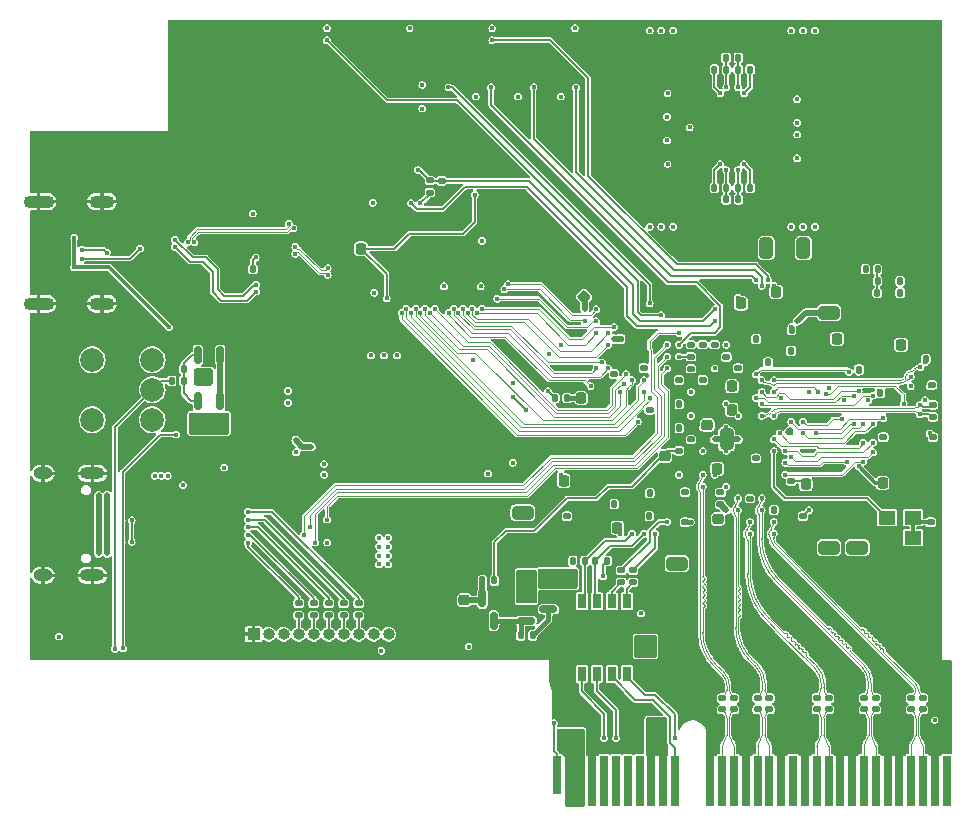
<source format=gbr>
%TF.GenerationSoftware,KiCad,Pcbnew,7.0.10*%
%TF.CreationDate,2024-01-08T21:13:15+10:00*%
%TF.ProjectId,PCIeDMA,50434965-444d-4412-9e6b-696361645f70,1*%
%TF.SameCoordinates,Original*%
%TF.FileFunction,Copper,L6,Bot*%
%TF.FilePolarity,Positive*%
%FSLAX46Y46*%
G04 Gerber Fmt 4.6, Leading zero omitted, Abs format (unit mm)*
G04 Created by KiCad (PCBNEW 7.0.10) date 2024-01-08 21:13:15*
%MOMM*%
%LPD*%
G01*
G04 APERTURE LIST*
G04 Aperture macros list*
%AMRoundRect*
0 Rectangle with rounded corners*
0 $1 Rounding radius*
0 $2 $3 $4 $5 $6 $7 $8 $9 X,Y pos of 4 corners*
0 Add a 4 corners polygon primitive as box body*
4,1,4,$2,$3,$4,$5,$6,$7,$8,$9,$2,$3,0*
0 Add four circle primitives for the rounded corners*
1,1,$1+$1,$2,$3*
1,1,$1+$1,$4,$5*
1,1,$1+$1,$6,$7*
1,1,$1+$1,$8,$9*
0 Add four rect primitives between the rounded corners*
20,1,$1+$1,$2,$3,$4,$5,0*
20,1,$1+$1,$4,$5,$6,$7,0*
20,1,$1+$1,$6,$7,$8,$9,0*
20,1,$1+$1,$8,$9,$2,$3,0*%
G04 Aperture macros list end*
%TA.AperFunction,SMDPad,CuDef*%
%ADD10C,0.500000*%
%TD*%
%TA.AperFunction,SMDPad,CuDef*%
%ADD11R,0.760000X1.250000*%
%TD*%
%TA.AperFunction,ComponentPad*%
%ADD12O,2.100000X1.000000*%
%TD*%
%TA.AperFunction,ComponentPad*%
%ADD13O,1.600000X1.000000*%
%TD*%
%TA.AperFunction,ComponentPad*%
%ADD14O,2.100000X1.100000*%
%TD*%
%TA.AperFunction,ComponentPad*%
%ADD15O,2.600000X1.100000*%
%TD*%
%TA.AperFunction,ComponentPad*%
%ADD16C,2.000000*%
%TD*%
%TA.AperFunction,ConnectorPad*%
%ADD17R,0.700000X3.200000*%
%TD*%
%TA.AperFunction,ConnectorPad*%
%ADD18R,0.700000X4.300000*%
%TD*%
%TA.AperFunction,ComponentPad*%
%ADD19R,1.000000X1.000000*%
%TD*%
%TA.AperFunction,ComponentPad*%
%ADD20O,1.000000X1.000000*%
%TD*%
%TA.AperFunction,SMDPad,CuDef*%
%ADD21RoundRect,0.135000X-0.185000X0.135000X-0.185000X-0.135000X0.185000X-0.135000X0.185000X0.135000X0*%
%TD*%
%TA.AperFunction,SMDPad,CuDef*%
%ADD22RoundRect,0.135000X-0.135000X-0.185000X0.135000X-0.185000X0.135000X0.185000X-0.135000X0.185000X0*%
%TD*%
%TA.AperFunction,SMDPad,CuDef*%
%ADD23RoundRect,0.140000X-0.170000X0.140000X-0.170000X-0.140000X0.170000X-0.140000X0.170000X0.140000X0*%
%TD*%
%TA.AperFunction,SMDPad,CuDef*%
%ADD24RoundRect,0.135000X0.185000X-0.135000X0.185000X0.135000X-0.185000X0.135000X-0.185000X-0.135000X0*%
%TD*%
%TA.AperFunction,SMDPad,CuDef*%
%ADD25RoundRect,0.140000X0.140000X0.170000X-0.140000X0.170000X-0.140000X-0.170000X0.140000X-0.170000X0*%
%TD*%
%TA.AperFunction,SMDPad,CuDef*%
%ADD26RoundRect,0.150000X-0.150000X0.587500X-0.150000X-0.587500X0.150000X-0.587500X0.150000X0.587500X0*%
%TD*%
%TA.AperFunction,SMDPad,CuDef*%
%ADD27RoundRect,0.140000X0.170000X-0.140000X0.170000X0.140000X-0.170000X0.140000X-0.170000X-0.140000X0*%
%TD*%
%TA.AperFunction,SMDPad,CuDef*%
%ADD28RoundRect,0.250000X-0.325000X-0.650000X0.325000X-0.650000X0.325000X0.650000X-0.325000X0.650000X0*%
%TD*%
%TA.AperFunction,SMDPad,CuDef*%
%ADD29RoundRect,0.225000X-0.225000X-0.250000X0.225000X-0.250000X0.225000X0.250000X-0.225000X0.250000X0*%
%TD*%
%TA.AperFunction,SMDPad,CuDef*%
%ADD30RoundRect,0.135000X0.135000X0.185000X-0.135000X0.185000X-0.135000X-0.185000X0.135000X-0.185000X0*%
%TD*%
%TA.AperFunction,SMDPad,CuDef*%
%ADD31RoundRect,0.225000X0.250000X-0.225000X0.250000X0.225000X-0.250000X0.225000X-0.250000X-0.225000X0*%
%TD*%
%TA.AperFunction,SMDPad,CuDef*%
%ADD32RoundRect,0.140000X-0.140000X-0.170000X0.140000X-0.170000X0.140000X0.170000X-0.140000X0.170000X0*%
%TD*%
%TA.AperFunction,SMDPad,CuDef*%
%ADD33RoundRect,0.225000X0.017678X-0.335876X0.335876X-0.017678X-0.017678X0.335876X-0.335876X0.017678X0*%
%TD*%
%TA.AperFunction,SMDPad,CuDef*%
%ADD34RoundRect,0.225000X0.225000X0.250000X-0.225000X0.250000X-0.225000X-0.250000X0.225000X-0.250000X0*%
%TD*%
%TA.AperFunction,SMDPad,CuDef*%
%ADD35RoundRect,0.218750X-0.218750X-0.381250X0.218750X-0.381250X0.218750X0.381250X-0.218750X0.381250X0*%
%TD*%
%TA.AperFunction,SMDPad,CuDef*%
%ADD36R,1.400000X1.200000*%
%TD*%
%TA.AperFunction,SMDPad,CuDef*%
%ADD37RoundRect,0.140000X0.219203X0.021213X0.021213X0.219203X-0.219203X-0.021213X-0.021213X-0.219203X0*%
%TD*%
%TA.AperFunction,SMDPad,CuDef*%
%ADD38RoundRect,0.250000X-0.650000X0.325000X-0.650000X-0.325000X0.650000X-0.325000X0.650000X0.325000X0*%
%TD*%
%TA.AperFunction,SMDPad,CuDef*%
%ADD39RoundRect,0.250000X0.325000X0.650000X-0.325000X0.650000X-0.325000X-0.650000X0.325000X-0.650000X0*%
%TD*%
%TA.AperFunction,SMDPad,CuDef*%
%ADD40RoundRect,0.250000X0.650000X-0.325000X0.650000X0.325000X-0.650000X0.325000X-0.650000X-0.325000X0*%
%TD*%
%TA.AperFunction,SMDPad,CuDef*%
%ADD41RoundRect,0.225000X-0.250000X0.225000X-0.250000X-0.225000X0.250000X-0.225000X0.250000X0.225000X0*%
%TD*%
%TA.AperFunction,SMDPad,CuDef*%
%ADD42RoundRect,0.150000X-0.587500X-0.150000X0.587500X-0.150000X0.587500X0.150000X-0.587500X0.150000X0*%
%TD*%
%TA.AperFunction,ViaPad*%
%ADD43C,0.400000*%
%TD*%
%TA.AperFunction,Conductor*%
%ADD44C,0.500000*%
%TD*%
%TA.AperFunction,Conductor*%
%ADD45C,0.200000*%
%TD*%
%TA.AperFunction,Conductor*%
%ADD46C,0.100000*%
%TD*%
%TA.AperFunction,Conductor*%
%ADD47C,0.150000*%
%TD*%
%TA.AperFunction,Conductor*%
%ADD48C,0.300000*%
%TD*%
%TA.AperFunction,Conductor*%
%ADD49C,0.400000*%
%TD*%
%TA.AperFunction,Conductor*%
%ADD50C,0.146812*%
%TD*%
%TA.AperFunction,Conductor*%
%ADD51C,0.115600*%
%TD*%
%TA.AperFunction,Conductor*%
%ADD52C,0.119600*%
%TD*%
%TA.AperFunction,Conductor*%
%ADD53C,0.131318*%
%TD*%
%TA.AperFunction,Conductor*%
%ADD54C,0.108700*%
%TD*%
G04 APERTURE END LIST*
%TA.AperFunction,EtchedComponent*%
%TO.C,NT1*%
G36*
X66883883Y-25969670D02*
G01*
X66176776Y-26676777D01*
X65823223Y-26323224D01*
X66530330Y-25616117D01*
X66883883Y-25969670D01*
G37*
%TD.AperFunction*%
%TD*%
D10*
%TO.P,NT1,1,1*%
%TO.N,/FPGA/BIT0*%
X66000000Y-26500000D03*
%TO.P,NT1,2,2*%
%TO.N,+VCCO*%
X66707106Y-25792894D03*
%TD*%
D11*
%TO.P,SW6,1*%
%TO.N,/FPGA/PCIE.SCL*%
X47745000Y-50225000D03*
%TO.P,SW6,2*%
%TO.N,/FPGA/PCIE.SDA*%
X49015000Y-50225000D03*
%TO.P,SW6,3*%
%TO.N,/PCIe 4x/PERST_R*%
X50285000Y-50225000D03*
%TO.P,SW6,4*%
%TO.N,/PCIe 4x/WAKE_R*%
X51555000Y-50225000D03*
%TO.P,SW6,5*%
%TO.N,/PCIe 4x/WAKE_SJ*%
X51555000Y-56375000D03*
%TO.P,SW6,6*%
%TO.N,/PCIe 4x/PERST_SJ*%
X50285000Y-56375000D03*
%TO.P,SW6,7*%
%TO.N,/PCIe 4x/SDA_SJ*%
X49015000Y-56375000D03*
%TO.P,SW6,8*%
%TO.N,/PCIe 4x/SCL_SJ*%
X47745000Y-56375000D03*
%TD*%
D12*
%TO.P,J2,S1,SHIELD*%
%TO.N,GND*%
X6320000Y-39380000D03*
D13*
X2140000Y-39380000D03*
D12*
X6320000Y-48020000D03*
D13*
X2140000Y-48020000D03*
%TD*%
D14*
%TO.P,J4,S1,SHIELD*%
%TO.N,GND*%
X7130000Y-16380000D03*
D15*
X1770000Y-16380000D03*
D14*
X7130000Y-25020000D03*
D15*
X1770000Y-25020000D03*
%TD*%
D16*
%TO.P,SW5,*%
%TO.N,*%
X6320000Y-29760000D03*
X6320000Y-34840000D03*
%TO.P,SW5,1,A*%
%TO.N,/Board Power/SW_EN_LOW*%
X11400000Y-29760000D03*
%TO.P,SW5,2,B*%
%TO.N,/Board Power/12V_SW_EN*%
X11400000Y-32300000D03*
%TO.P,SW5,3,C*%
%TO.N,/Board Power/SW_EN_HIGH*%
X11400000Y-34840000D03*
%TD*%
D17*
%TO.P,J1,A1,PRSNT1#*%
%TO.N,/PCIe 4x/PRSNT*%
X45650000Y-64900000D03*
D18*
%TO.P,J1,A2,+12V*%
%TO.N,+12V*%
X46650000Y-65450000D03*
%TO.P,J1,A3,+12V*%
X47650000Y-65450000D03*
%TO.P,J1,A4,GND*%
%TO.N,GND*%
X48650000Y-65450000D03*
%TO.P,J1,A5,TCK*%
%TO.N,unconnected-(J1-TCK-PadA5)*%
X49650000Y-65450000D03*
%TO.P,J1,A6,TDI*%
%TO.N,unconnected-(J1-TDI-PadA6)*%
X50650000Y-65450000D03*
%TO.P,J1,A7,TDO*%
%TO.N,unconnected-(J1-TDO-PadA7)*%
X51650000Y-65450000D03*
%TO.P,J1,A8,TMS*%
%TO.N,unconnected-(J1-TMS-PadA8)*%
X52650000Y-65450000D03*
%TO.P,J1,A9,+3.3V*%
%TO.N,+3.3V*%
X53650000Y-65450000D03*
%TO.P,J1,A10,+3.3V*%
X54650000Y-65450000D03*
%TO.P,J1,A11,PERST#*%
%TO.N,/PCIe 4x/PERST_SJ*%
X55650000Y-65450000D03*
%TO.P,J1,A12,GND*%
%TO.N,GND*%
X58650000Y-65450000D03*
%TO.P,J1,A13,REFCLK+*%
%TO.N,/PCIe 4x/REFCLK+*%
X59650000Y-65450000D03*
%TO.P,J1,A14,REFCLK-*%
%TO.N,/PCIe 4x/REFCLK-*%
X60650000Y-65450000D03*
%TO.P,J1,A15,GND*%
%TO.N,GND*%
X61650000Y-65450000D03*
%TO.P,J1,A16,PERp0*%
%TO.N,/PCIe 4x/PER0_P*%
X62650000Y-65450000D03*
%TO.P,J1,A17,PERn0*%
%TO.N,/PCIe 4x/PER0_N*%
X63650000Y-65450000D03*
%TO.P,J1,A18,GND*%
%TO.N,GND*%
X64650000Y-65450000D03*
%TO.P,J1,A19,RESERVED*%
%TO.N,unconnected-(J1-RESERVED-PadA19)*%
X65650000Y-65450000D03*
%TO.P,J1,A20,GND*%
%TO.N,GND*%
X66650000Y-65450000D03*
%TO.P,J1,A21,PERp1*%
%TO.N,/PCIe 4x/PER1_P*%
X67650000Y-65450000D03*
%TO.P,J1,A22,PERn1*%
%TO.N,/PCIe 4x/PER1_N*%
X68650000Y-65450000D03*
%TO.P,J1,A23,GND*%
%TO.N,GND*%
X69650000Y-65450000D03*
%TO.P,J1,A24,GND*%
X70650000Y-65450000D03*
%TO.P,J1,A25,PERp2*%
%TO.N,/PCIe 4x/PER2_P*%
X71650000Y-65450000D03*
%TO.P,J1,A26,PERn2*%
%TO.N,/PCIe 4x/PER2_N*%
X72650000Y-65450000D03*
%TO.P,J1,A27,GND*%
%TO.N,GND*%
X73650000Y-65450000D03*
%TO.P,J1,A28,GND*%
X74650000Y-65450000D03*
%TO.P,J1,A29,PERp3*%
%TO.N,/PCIe 4x/PER3_P*%
X75650000Y-65450000D03*
%TO.P,J1,A30,PERn3*%
%TO.N,/PCIe 4x/PER3_N*%
X76650000Y-65450000D03*
%TO.P,J1,A31,GND*%
%TO.N,GND*%
X77650000Y-65450000D03*
%TO.P,J1,A32,RESERVED*%
%TO.N,unconnected-(J1-RESERVED-PadA32)*%
X78650000Y-65450000D03*
%TD*%
D19*
%TO.P,J3,1,Pin_1*%
%TO.N,GND*%
X19975000Y-53000000D03*
D20*
%TO.P,J3,2,Pin_2*%
%TO.N,+5V_JTAG*%
X21245000Y-53000000D03*
%TO.P,J3,3,Pin_3*%
%TO.N,/USB JTAG/RST*%
X22515000Y-53000000D03*
%TO.P,J3,4,Pin_4*%
%TO.N,/USB JTAG/TMS_CONN*%
X23785000Y-53000000D03*
%TO.P,J3,5,Pin_5*%
%TO.N,/USB JTAG/TCK_CONN*%
X25055000Y-53000000D03*
%TO.P,J3,6,Pin_6*%
%TO.N,/USB JTAG/TDO_CONN*%
X26325000Y-53000000D03*
%TO.P,J3,7,Pin_7*%
%TO.N,/USB JTAG/TDI_CONN*%
X27595000Y-53000000D03*
%TO.P,J3,8,Pin_8*%
%TO.N,/USB JTAG/TRST_CONN*%
X28865000Y-53000000D03*
%TO.P,J3,9,Pin_9*%
%TO.N,+3.3V*%
X30135000Y-53000000D03*
%TO.P,J3,10,Pin_10*%
%TO.N,+5V*%
X31405000Y-53000000D03*
%TD*%
D21*
%TO.P,R1,1*%
%TO.N,/FPGA/WAKE*%
X52100000Y-47590000D03*
%TO.P,R1,2*%
%TO.N,/PCIe 4x/WAKE_R*%
X52100000Y-48610000D03*
%TD*%
D22*
%TO.P,R62,1*%
%TO.N,+5V*%
X58990000Y-5200000D03*
%TO.P,R62,2*%
%TO.N,/FPGA Power/EN3*%
X60010000Y-5200000D03*
%TD*%
D23*
%TO.P,C135,1*%
%TO.N,+VCCAUX*%
X65500000Y-40020000D03*
%TO.P,C135,2*%
%TO.N,GND*%
X65500000Y-40980000D03*
%TD*%
%TO.P,C87,1*%
%TO.N,+VCCAUX*%
X57000000Y-30520000D03*
%TO.P,C87,2*%
%TO.N,GND*%
X57000000Y-31480000D03*
%TD*%
D24*
%TO.P,R12,1*%
%TO.N,/USB JTAG/TDO_CONN*%
X26327000Y-51410000D03*
%TO.P,R12,2*%
%TO.N,/FPGA/TDO*%
X26327000Y-50390000D03*
%TD*%
D25*
%TO.P,C36,1*%
%TO.N,+3.3V*%
X19930000Y-22100000D03*
%TO.P,C36,2*%
%TO.N,GND*%
X18970000Y-22100000D03*
%TD*%
D26*
%TO.P,Q2,1,G*%
%TO.N,Net-(Q2-G)*%
X15250000Y-33262500D03*
%TO.P,Q2,2,D*%
%TO.N,Net-(Q2-D)*%
X17150000Y-33262500D03*
%TO.P,Q2,3,S*%
%TO.N,+5V_JTAG*%
X16200000Y-35137500D03*
%TD*%
D27*
%TO.P,C80,1*%
%TO.N,+VCCINT*%
X58000000Y-31480000D03*
%TO.P,C80,2*%
%TO.N,GND*%
X58000000Y-30520000D03*
%TD*%
D28*
%TO.P,C74,1*%
%TO.N,+VCCINT*%
X66525000Y-20300000D03*
%TO.P,C74,2*%
%TO.N,GND*%
X69475000Y-20300000D03*
%TD*%
D23*
%TO.P,C84,1*%
%TO.N,+VCCINT*%
X60000000Y-29520000D03*
%TO.P,C84,2*%
%TO.N,GND*%
X60000000Y-30480000D03*
%TD*%
D25*
%TO.P,C54,1*%
%TO.N,+VCCO*%
X53480000Y-43000000D03*
%TO.P,C54,2*%
%TO.N,GND*%
X52520000Y-43000000D03*
%TD*%
D27*
%TO.P,C15,1*%
%TO.N,/PCIe 4x/PER0_N*%
X63650000Y-59380000D03*
%TO.P,C15,2*%
%TO.N,/FPGA/TX0_N*%
X63650000Y-58420000D03*
%TD*%
%TO.P,C81,1*%
%TO.N,+VCCAUX*%
X56000000Y-37480000D03*
%TO.P,C81,2*%
%TO.N,GND*%
X56000000Y-36520000D03*
%TD*%
D29*
%TO.P,C46,1*%
%TO.N,+MGTAVCC*%
X59225000Y-39000000D03*
%TO.P,C46,2*%
%TO.N,GND*%
X60775000Y-39000000D03*
%TD*%
D30*
%TO.P,R37,1*%
%TO.N,+VCCO*%
X46510000Y-33000000D03*
%TO.P,R37,2*%
%TO.N,/FPGA/Bank 13-14/PUDC_B*%
X45490000Y-33000000D03*
%TD*%
D22*
%TO.P,R61,1*%
%TO.N,+5V*%
X58990000Y-15200000D03*
%TO.P,R61,2*%
%TO.N,/FPGA Power/EN2*%
X60010000Y-15200000D03*
%TD*%
D30*
%TO.P,R70,1*%
%TO.N,/FPGA/ODT*%
X74710000Y-24100000D03*
%TO.P,R70,2*%
%TO.N,GND*%
X73690000Y-24100000D03*
%TD*%
%TO.P,R3,1*%
%TO.N,+3.3V*%
X49910000Y-46800000D03*
%TO.P,R3,2*%
%TO.N,/FPGA/PCIE.SDA*%
X48890000Y-46800000D03*
%TD*%
D31*
%TO.P,C79,1*%
%TO.N,+VCCAUX*%
X58400000Y-35275000D03*
%TO.P,C79,2*%
%TO.N,GND*%
X58400000Y-33725000D03*
%TD*%
D27*
%TO.P,C62,1*%
%TO.N,+VCCO*%
X50500000Y-30980000D03*
%TO.P,C62,2*%
%TO.N,GND*%
X50500000Y-30020000D03*
%TD*%
D23*
%TO.P,C77,1*%
%TO.N,+VCCINT*%
X57000000Y-36520000D03*
%TO.P,C77,2*%
%TO.N,GND*%
X57000000Y-37480000D03*
%TD*%
D32*
%TO.P,C127,1*%
%TO.N,+VCCAUX*%
X71220000Y-30600000D03*
%TO.P,C127,2*%
%TO.N,GND*%
X72180000Y-30600000D03*
%TD*%
D29*
%TO.P,C75,1*%
%TO.N,+VCCINT*%
X60500000Y-32000000D03*
%TO.P,C75,2*%
%TO.N,GND*%
X62050000Y-32000000D03*
%TD*%
%TO.P,C51,1*%
%TO.N,+VCCO*%
X46225000Y-40000000D03*
%TO.P,C51,2*%
%TO.N,GND*%
X47775000Y-40000000D03*
%TD*%
D21*
%TO.P,R68,1*%
%TO.N,/FPGA/CK_P*%
X77500000Y-33590000D03*
%TO.P,R68,2*%
%TO.N,/FPGA/CK_N*%
X77500000Y-34610000D03*
%TD*%
D33*
%TO.P,C60,1*%
%TO.N,+VCCO*%
X47951992Y-24448008D03*
%TO.P,C60,2*%
%TO.N,GND*%
X49048008Y-23351992D03*
%TD*%
D27*
%TO.P,C63,1*%
%TO.N,+VCCO*%
X53000000Y-30480000D03*
%TO.P,C63,2*%
%TO.N,GND*%
X53000000Y-29520000D03*
%TD*%
D26*
%TO.P,Q4,1,B*%
%TO.N,/FPGA Power/+3.3V_B*%
X39350000Y-49975000D03*
%TO.P,Q4,2,E*%
%TO.N,GND*%
X41250000Y-49975000D03*
%TO.P,Q4,3,C*%
%TO.N,/FPGA Power/+3.3V_G*%
X40300000Y-51850000D03*
%TD*%
D34*
%TO.P,C131,1*%
%TO.N,+VCCAUX*%
X69375000Y-28000000D03*
%TO.P,C131,2*%
%TO.N,GND*%
X67825000Y-28000000D03*
%TD*%
D23*
%TO.P,C124,1*%
%TO.N,+VCCAUX*%
X73300000Y-36320000D03*
%TO.P,C124,2*%
%TO.N,GND*%
X73300000Y-37280000D03*
%TD*%
D30*
%TO.P,R65,1*%
%TO.N,+5V*%
X62010000Y-5200000D03*
%TO.P,R65,2*%
%TO.N,/FPGA Power/EN4*%
X60990000Y-5200000D03*
%TD*%
D32*
%TO.P,C70,1*%
%TO.N,+VCCO*%
X63520000Y-30000000D03*
%TO.P,C70,2*%
%TO.N,GND*%
X64480000Y-30000000D03*
%TD*%
D29*
%TO.P,C66,1*%
%TO.N,+VCCO*%
X64225000Y-24000000D03*
%TO.P,C66,2*%
%TO.N,GND*%
X65775000Y-24000000D03*
%TD*%
D25*
%TO.P,C69,1*%
%TO.N,+VCCO*%
X65480000Y-29000000D03*
%TO.P,C69,2*%
%TO.N,GND*%
X64520000Y-29000000D03*
%TD*%
D27*
%TO.P,C18,1*%
%TO.N,/PCIe 4x/PER3_N*%
X76650000Y-59380000D03*
%TO.P,C18,2*%
%TO.N,/FPGA/TX3_N*%
X76650000Y-58420000D03*
%TD*%
%TO.P,C17,1*%
%TO.N,/PCIe 4x/PER2_N*%
X72650000Y-59380000D03*
%TO.P,C17,2*%
%TO.N,/FPGA/TX2_N*%
X72650000Y-58420000D03*
%TD*%
D32*
%TO.P,C128,1*%
%TO.N,+VCCAUX*%
X73020000Y-32600000D03*
%TO.P,C128,2*%
%TO.N,GND*%
X73980000Y-32600000D03*
%TD*%
D27*
%TO.P,C122,1*%
%TO.N,+VCCAUX*%
X77400000Y-31880000D03*
%TO.P,C122,2*%
%TO.N,GND*%
X77400000Y-30920000D03*
%TD*%
D24*
%TO.P,R4,1*%
%TO.N,/PCIe 4x/PERST_R*%
X51100000Y-48610000D03*
%TO.P,R4,2*%
%TO.N,/FPGA/PERST*%
X51100000Y-47590000D03*
%TD*%
D32*
%TO.P,C85,1*%
%TO.N,+VCCAUX*%
X56020000Y-33500000D03*
%TO.P,C85,2*%
%TO.N,GND*%
X56980000Y-33500000D03*
%TD*%
D27*
%TO.P,C82,1*%
%TO.N,+VCCINT*%
X61000000Y-30480000D03*
%TO.P,C82,2*%
%TO.N,GND*%
X61000000Y-29520000D03*
%TD*%
D32*
%TO.P,C118,1*%
%TO.N,/FPGA Power/EN4*%
X61020000Y-4200000D03*
%TO.P,C118,2*%
%TO.N,GND*%
X61980000Y-4200000D03*
%TD*%
D34*
%TO.P,C123,1*%
%TO.N,+VCCAUX*%
X74775000Y-28500000D03*
%TO.P,C123,2*%
%TO.N,GND*%
X73225000Y-28500000D03*
%TD*%
D27*
%TO.P,C14,1*%
%TO.N,/PCIe 4x/REFCLK-*%
X60650000Y-59380000D03*
%TO.P,C14,2*%
%TO.N,/FPGA/CLK_N*%
X60650000Y-58420000D03*
%TD*%
D25*
%TO.P,C120,1*%
%TO.N,/Memory/V0.9*%
X72780000Y-24100000D03*
%TO.P,C120,2*%
%TO.N,GND*%
X71820000Y-24100000D03*
%TD*%
D24*
%TO.P,R31,1*%
%TO.N,+VCCO*%
X57000000Y-29510000D03*
%TO.P,R31,2*%
%TO.N,/FPGA/Bank 0/M0*%
X57000000Y-28490000D03*
%TD*%
D27*
%TO.P,C86,1*%
%TO.N,+VCCAUX*%
X56000000Y-31480000D03*
%TO.P,C86,2*%
%TO.N,GND*%
X56000000Y-30520000D03*
%TD*%
D32*
%TO.P,C49,1*%
%TO.N,+MGTAVTT*%
X64020000Y-42500000D03*
%TO.P,C49,2*%
%TO.N,GND*%
X64980000Y-42500000D03*
%TD*%
D35*
%TO.P,FB3,1*%
%TO.N,/FPGA Power/+3.3V_D*%
X42937500Y-48300000D03*
%TO.P,FB3,2*%
%TO.N,+VCCO*%
X45062500Y-48300000D03*
%TD*%
D36*
%TO.P,X2,1,EN*%
%TO.N,+VCCAUX*%
X75800000Y-44850000D03*
%TO.P,X2,2,GND*%
%TO.N,GND*%
X73600000Y-44850000D03*
%TO.P,X2,3,OUT*%
%TO.N,/FPGA/DDR2_OSC*%
X73600000Y-43150000D03*
%TO.P,X2,4,V+*%
%TO.N,+VCCAUX*%
X75800000Y-43150000D03*
%TD*%
D30*
%TO.P,R51,1*%
%TO.N,Net-(Q2-G)*%
X14060000Y-30550000D03*
%TO.P,R51,2*%
%TO.N,GND*%
X13040000Y-30550000D03*
%TD*%
D37*
%TO.P,C132,1*%
%TO.N,+VCCAUX*%
X65339411Y-35839411D03*
%TO.P,C132,2*%
%TO.N,GND*%
X64660589Y-35160589D03*
%TD*%
D32*
%TO.P,C68,1*%
%TO.N,+VCCO*%
X62520000Y-28000000D03*
%TO.P,C68,2*%
%TO.N,GND*%
X63480000Y-28000000D03*
%TD*%
D23*
%TO.P,C48,1*%
%TO.N,+MGTAVTT*%
X56500000Y-43520000D03*
%TO.P,C48,2*%
%TO.N,GND*%
X56500000Y-44480000D03*
%TD*%
%TO.P,C64,1*%
%TO.N,+VCCO*%
X53500000Y-34020000D03*
%TO.P,C64,2*%
%TO.N,GND*%
X53500000Y-34980000D03*
%TD*%
D27*
%TO.P,C45,1*%
%TO.N,+MGTAVCC*%
X56500000Y-40980000D03*
%TO.P,C45,2*%
%TO.N,GND*%
X56500000Y-40020000D03*
%TD*%
D34*
%TO.P,C43,1*%
%TO.N,/USB Data/FT601/VD10*%
X29075000Y-20350000D03*
%TO.P,C43,2*%
%TO.N,GND*%
X27525000Y-20350000D03*
%TD*%
D25*
%TO.P,C116,1*%
%TO.N,/FPGA Power/EN3*%
X59980000Y-4200000D03*
%TO.P,C116,2*%
%TO.N,GND*%
X59020000Y-4200000D03*
%TD*%
D27*
%TO.P,C13,1*%
%TO.N,/PCIe 4x/PER3_P*%
X75650000Y-59380000D03*
%TO.P,C13,2*%
%TO.N,/FPGA/TX3_P*%
X75650000Y-58420000D03*
%TD*%
D21*
%TO.P,R33,1*%
%TO.N,/FPGA/Bank 0/M1*%
X58000000Y-28490000D03*
%TO.P,R33,2*%
%TO.N,GND*%
X58000000Y-29510000D03*
%TD*%
D30*
%TO.P,R69,1*%
%TO.N,/FPGA/CKE*%
X74710000Y-23100000D03*
%TO.P,R69,2*%
%TO.N,GND*%
X73690000Y-23100000D03*
%TD*%
D29*
%TO.P,C67,1*%
%TO.N,+VCCO*%
X61225000Y-25000000D03*
%TO.P,C67,2*%
%TO.N,GND*%
X62775000Y-25000000D03*
%TD*%
D23*
%TO.P,C133,1*%
%TO.N,+VCCAUX*%
X66500000Y-43020000D03*
%TO.P,C133,2*%
%TO.N,GND*%
X66500000Y-43980000D03*
%TD*%
D24*
%TO.P,R14,1*%
%TO.N,/USB JTAG/TCK_CONN*%
X25057000Y-51410000D03*
%TO.P,R14,2*%
%TO.N,/FPGA/TCK*%
X25057000Y-50390000D03*
%TD*%
D23*
%TO.P,C44,1*%
%TO.N,+MGTAVCC*%
X62000000Y-41520000D03*
%TO.P,C44,2*%
%TO.N,GND*%
X62000000Y-42480000D03*
%TD*%
D34*
%TO.P,C52,1*%
%TO.N,+VCCO*%
X50775000Y-44000000D03*
%TO.P,C52,2*%
%TO.N,GND*%
X49225000Y-44000000D03*
%TD*%
D30*
%TO.P,R64,1*%
%TO.N,+3.3V*%
X43610000Y-53100000D03*
%TO.P,R64,2*%
%TO.N,/FPGA Power/+3.3V_G*%
X42590000Y-53100000D03*
%TD*%
D27*
%TO.P,C11,1*%
%TO.N,/PCIe 4x/PER1_P*%
X67650000Y-59380000D03*
%TO.P,C11,2*%
%TO.N,/FPGA/TX1_P*%
X67650000Y-58420000D03*
%TD*%
D25*
%TO.P,C115,1*%
%TO.N,/FPGA Power/EN2*%
X59980000Y-16200000D03*
%TO.P,C115,2*%
%TO.N,GND*%
X59020000Y-16200000D03*
%TD*%
D29*
%TO.P,C125,1*%
%TO.N,+VCCAUX*%
X73225000Y-40200000D03*
%TO.P,C125,2*%
%TO.N,GND*%
X74775000Y-40200000D03*
%TD*%
D38*
%TO.P,C50,1*%
%TO.N,+VCCO*%
X42750000Y-42725000D03*
%TO.P,C50,2*%
%TO.N,GND*%
X42750000Y-45675000D03*
%TD*%
D30*
%TO.P,R63,1*%
%TO.N,+VCCAUX*%
X40360000Y-48450000D03*
%TO.P,R63,2*%
%TO.N,/FPGA Power/+3.3V_B*%
X39340000Y-48450000D03*
%TD*%
D32*
%TO.P,C55,1*%
%TO.N,+VCCO*%
X53520000Y-41040000D03*
%TO.P,C55,2*%
%TO.N,GND*%
X54480000Y-41040000D03*
%TD*%
D29*
%TO.P,C78,1*%
%TO.N,+VCCINT*%
X60450000Y-34000000D03*
%TO.P,C78,2*%
%TO.N,GND*%
X62000000Y-34000000D03*
%TD*%
D39*
%TO.P,C73,1*%
%TO.N,+VCCAUX*%
X63375000Y-20300000D03*
%TO.P,C73,2*%
%TO.N,GND*%
X60425000Y-20300000D03*
%TD*%
D27*
%TO.P,C16,1*%
%TO.N,/PCIe 4x/PER1_N*%
X68650000Y-59380000D03*
%TO.P,C16,2*%
%TO.N,/FPGA/TX1_N*%
X68650000Y-58420000D03*
%TD*%
D21*
%TO.P,R34,1*%
%TO.N,/FPGA/Bank 0/M2*%
X59000000Y-28490000D03*
%TO.P,R34,2*%
%TO.N,GND*%
X59000000Y-29510000D03*
%TD*%
D40*
%TO.P,C129,1*%
%TO.N,+VCCAUX*%
X71100000Y-45675000D03*
%TO.P,C129,2*%
%TO.N,GND*%
X71100000Y-42725000D03*
%TD*%
D32*
%TO.P,C114,1*%
%TO.N,/FPGA Power/EN1*%
X61020000Y-16200000D03*
%TO.P,C114,2*%
%TO.N,GND*%
X61980000Y-16200000D03*
%TD*%
D29*
%TO.P,C130,1*%
%TO.N,+VCCAUX*%
X66725000Y-40300000D03*
%TO.P,C130,2*%
%TO.N,GND*%
X68275000Y-40300000D03*
%TD*%
D25*
%TO.P,C121,1*%
%TO.N,+VCCAUX*%
X76880000Y-29700000D03*
%TO.P,C121,2*%
%TO.N,GND*%
X75920000Y-29700000D03*
%TD*%
D38*
%TO.P,C57,1*%
%TO.N,+VCCO*%
X55800000Y-47025000D03*
%TO.P,C57,2*%
%TO.N,GND*%
X55800000Y-49975000D03*
%TD*%
D23*
%TO.P,C119,1*%
%TO.N,+VCCAUX*%
X77300000Y-43520000D03*
%TO.P,C119,2*%
%TO.N,GND*%
X77300000Y-44480000D03*
%TD*%
D41*
%TO.P,C47,1*%
%TO.N,+MGTAVTT*%
X59286000Y-43225000D03*
%TO.P,C47,2*%
%TO.N,GND*%
X59286000Y-44775000D03*
%TD*%
%TO.P,C117,1*%
%TO.N,/FPGA Power/+3.3V_B*%
X37800000Y-50125000D03*
%TO.P,C117,2*%
%TO.N,GND*%
X37800000Y-51675000D03*
%TD*%
D24*
%TO.P,R10,1*%
%TO.N,/USB JTAG/TRST_CONN*%
X28867000Y-51410000D03*
%TO.P,R10,2*%
%TO.N,/FPGA/TRST*%
X28867000Y-50390000D03*
%TD*%
D27*
%TO.P,C9,1*%
%TO.N,/PCIe 4x/REFCLK+*%
X59650000Y-59380000D03*
%TO.P,C9,2*%
%TO.N,/FPGA/CLK_P*%
X59650000Y-58420000D03*
%TD*%
%TO.P,C12,1*%
%TO.N,/PCIe 4x/PER2_P*%
X71650000Y-59380000D03*
%TO.P,C12,2*%
%TO.N,/FPGA/TX2_P*%
X71650000Y-58420000D03*
%TD*%
D32*
%TO.P,C56,1*%
%TO.N,+VCCO*%
X50520000Y-42000000D03*
%TO.P,C56,2*%
%TO.N,GND*%
X51480000Y-42000000D03*
%TD*%
D24*
%TO.P,R11,1*%
%TO.N,/USB JTAG/TDI_CONN*%
X27597000Y-51410000D03*
%TO.P,R11,2*%
%TO.N,/FPGA/TDI*%
X27597000Y-50390000D03*
%TD*%
D32*
%TO.P,C83,1*%
%TO.N,+VCCAUX*%
X56020000Y-35550000D03*
%TO.P,C83,2*%
%TO.N,GND*%
X56980000Y-35550000D03*
%TD*%
D26*
%TO.P,Q3,1,G*%
%TO.N,Net-(Q2-G)*%
X15250000Y-29362500D03*
%TO.P,Q3,2,D*%
%TO.N,Net-(Q2-D)*%
X17150000Y-29362500D03*
%TO.P,Q3,3,S*%
%TO.N,+5V*%
X16200000Y-31237500D03*
%TD*%
D30*
%TO.P,R67,1*%
%TO.N,/Memory/V0.9*%
X72810000Y-23100000D03*
%TO.P,R67,2*%
%TO.N,GND*%
X71790000Y-23100000D03*
%TD*%
D29*
%TO.P,C59,1*%
%TO.N,+VCCO*%
X47725000Y-33000000D03*
%TO.P,C59,2*%
%TO.N,GND*%
X49275000Y-33000000D03*
%TD*%
D24*
%TO.P,R15,1*%
%TO.N,/USB JTAG/TMS_CONN*%
X23787000Y-51410000D03*
%TO.P,R15,2*%
%TO.N,/FPGA/TMS*%
X23787000Y-50390000D03*
%TD*%
D32*
%TO.P,C71,1*%
%TO.N,+VCCO*%
X65520000Y-27250000D03*
%TO.P,C71,2*%
%TO.N,GND*%
X66480000Y-27250000D03*
%TD*%
D28*
%TO.P,C72,1*%
%TO.N,+VCCINT*%
X60025000Y-36500000D03*
%TO.P,C72,2*%
%TO.N,GND*%
X62975000Y-36500000D03*
%TD*%
D42*
%TO.P,Q5,1,G*%
%TO.N,/FPGA Power/+3.3V_G*%
X43062500Y-51850000D03*
%TO.P,Q5,2,D*%
%TO.N,/FPGA Power/+3.3V_D*%
X43062500Y-49950000D03*
%TO.P,Q5,3,S*%
%TO.N,+3.3V*%
X44937500Y-50900000D03*
%TD*%
D30*
%TO.P,R60,1*%
%TO.N,+5V*%
X62010000Y-15200000D03*
%TO.P,R60,2*%
%TO.N,/FPGA Power/EN1*%
X60990000Y-15200000D03*
%TD*%
D22*
%TO.P,R66,1*%
%TO.N,+VCCAUX*%
X71790000Y-22100000D03*
%TO.P,R66,2*%
%TO.N,/Memory/V0.9*%
X72810000Y-22100000D03*
%TD*%
D24*
%TO.P,R22,1*%
%TO.N,+VCCO*%
X34900000Y-15610000D03*
%TO.P,R22,2*%
%TO.N,/FPGA/RST*%
X34900000Y-14590000D03*
%TD*%
D23*
%TO.P,C126,1*%
%TO.N,+VCCAUX*%
X77500000Y-36320000D03*
%TO.P,C126,2*%
%TO.N,GND*%
X77500000Y-37280000D03*
%TD*%
%TO.P,C53,1*%
%TO.N,+VCCO*%
X46500000Y-43020000D03*
%TO.P,C53,2*%
%TO.N,GND*%
X46500000Y-43980000D03*
%TD*%
D22*
%TO.P,R2,1*%
%TO.N,+3.3V*%
X46990000Y-46800000D03*
%TO.P,R2,2*%
%TO.N,/FPGA/PCIE.SCL*%
X48010000Y-46800000D03*
%TD*%
D40*
%TO.P,C58,1*%
%TO.N,+VCCO*%
X68700000Y-45675000D03*
%TO.P,C58,2*%
%TO.N,GND*%
X68700000Y-42725000D03*
%TD*%
D41*
%TO.P,C76,1*%
%TO.N,+VCCAUX*%
X54800000Y-37925000D03*
%TO.P,C76,2*%
%TO.N,GND*%
X54800000Y-39475000D03*
%TD*%
D27*
%TO.P,C10,1*%
%TO.N,/PCIe 4x/PER0_P*%
X62650000Y-59380000D03*
%TO.P,C10,2*%
%TO.N,/FPGA/TX0_P*%
X62650000Y-58420000D03*
%TD*%
D40*
%TO.P,C65,1*%
%TO.N,+VCCO*%
X68700000Y-25775000D03*
%TO.P,C65,2*%
%TO.N,GND*%
X68700000Y-22825000D03*
%TD*%
D22*
%TO.P,R50,1*%
%TO.N,/Board Power/12V_SW_EN*%
X13040000Y-31550000D03*
%TO.P,R50,2*%
%TO.N,Net-(Q2-G)*%
X14060000Y-31550000D03*
%TD*%
D23*
%TO.P,C42,1*%
%TO.N,/FPGA/RST*%
X35900000Y-14620000D03*
%TO.P,C42,2*%
%TO.N,GND*%
X35900000Y-15580000D03*
%TD*%
%TO.P,C134,1*%
%TO.N,+VCCAUX*%
X62500000Y-38120000D03*
%TO.P,C134,2*%
%TO.N,GND*%
X62500000Y-39080000D03*
%TD*%
%TO.P,C61,1*%
%TO.N,+VCCO*%
X51000000Y-28020000D03*
%TO.P,C61,2*%
%TO.N,GND*%
X51000000Y-28980000D03*
%TD*%
D24*
%TO.P,R28,1*%
%TO.N,+MGTAVTT*%
X59500000Y-42010000D03*
%TO.P,R28,2*%
%TO.N,/FPGA/GTP/MGTRREF*%
X59500000Y-40990000D03*
%TD*%
D43*
%TO.N,/FPGA/BIT0*%
X66000000Y-26500000D03*
%TO.N,GND*%
X2100000Y-52887500D03*
%TO.N,+5V*%
X3500000Y-53210000D03*
%TO.N,GND*%
X43050000Y-50975000D03*
X44400000Y-49950000D03*
X45650000Y-49950000D03*
X46250000Y-46075000D03*
X46725000Y-50175000D03*
X45075000Y-46825000D03*
%TO.N,+3.3V*%
X46990000Y-46800000D03*
X49550000Y-48100000D03*
%TO.N,/FPGA/WAKE*%
X54000000Y-44500000D03*
%TO.N,/PCIe 4x/WAKE_SJ*%
X55650000Y-61800000D03*
%TO.N,+5V_JTAG*%
X15250000Y-34600000D03*
X15250000Y-35650000D03*
X15250000Y-35137500D03*
X17150000Y-34600000D03*
X17150000Y-35650000D03*
X17150000Y-35137500D03*
%TO.N,/FPGA/CLK_P*%
X58000000Y-39500000D03*
%TO.N,/FPGA/TX0_P*%
X61000000Y-41500000D03*
%TO.N,/FPGA/TX1_P*%
X62000000Y-43500000D03*
%TO.N,/FPGA/TX2_P*%
X63000000Y-41500000D03*
%TO.N,/FPGA/TX3_P*%
X64000000Y-43500000D03*
%TO.N,/FPGA/CLK_N*%
X58000000Y-40500000D03*
%TO.N,/FPGA/TX0_N*%
X61000000Y-42500000D03*
%TO.N,/FPGA/TX1_N*%
X62000000Y-44500000D03*
%TO.N,/FPGA/TX2_N*%
X63000000Y-42500000D03*
%TO.N,/FPGA/TX3_N*%
X64000000Y-44500000D03*
%TO.N,+12V*%
X8900000Y-54200000D03*
X46850000Y-62150000D03*
X30800000Y-54400000D03*
X46100000Y-61400000D03*
X47600000Y-62150000D03*
X47600000Y-61400000D03*
X46850000Y-61400000D03*
X13400000Y-36100000D03*
X46100000Y-62150000D03*
%TO.N,GND*%
X72200000Y-44000000D03*
X9500000Y-40600000D03*
X32800000Y-48700000D03*
X12550000Y-50870000D03*
X13300000Y-20850000D03*
X66500000Y-42000000D03*
X53600000Y-15250000D03*
X11000000Y-17700000D03*
X33700000Y-18100000D03*
X61000000Y-35500000D03*
X36300000Y-33200000D03*
X59000000Y-31500000D03*
X61500000Y-16975000D03*
X14050000Y-48850000D03*
X15150000Y-53150000D03*
X67825000Y-28000000D03*
X51400000Y-46200000D03*
X50850000Y-51250000D03*
X55000000Y-31500000D03*
X54400000Y-49750000D03*
X61000000Y-29500000D03*
X52000000Y-32500000D03*
X15400000Y-22000000D03*
X62150000Y-62450000D03*
X56000000Y-30500000D03*
X51800000Y-51250000D03*
X13300000Y-17700000D03*
X63400000Y-39000000D03*
X67000000Y-37500000D03*
X17000000Y-48850000D03*
X61500000Y-3425000D03*
X15700000Y-17600000D03*
X64650000Y-61150000D03*
X63300000Y-11600000D03*
X61300000Y-9400000D03*
X16800000Y-19700000D03*
X16300000Y-46600000D03*
X41250000Y-49975000D03*
X64650000Y-61800000D03*
X59500000Y-3425000D03*
X75150000Y-61150000D03*
X63400000Y-40000000D03*
X17800000Y-20900000D03*
X11000000Y-23700000D03*
X35700000Y-22100000D03*
X73150000Y-61800000D03*
X13300000Y-22200000D03*
X14300000Y-23200000D03*
X51650000Y-61150000D03*
X56000000Y-40500000D03*
X65000000Y-44500000D03*
X60000000Y-30500000D03*
X16250000Y-53150000D03*
X42750000Y-45675000D03*
X47000000Y-37500000D03*
X53600000Y-5150000D03*
X48700000Y-61150000D03*
X33300000Y-48725000D03*
X62150000Y-61800000D03*
X36220000Y-30850000D03*
X59700000Y-9400000D03*
X73600000Y-46100000D03*
X64500000Y-29000000D03*
X78650000Y-61150000D03*
X64650000Y-62450000D03*
X51000000Y-29500000D03*
X11000000Y-19150000D03*
X54500000Y-41000000D03*
X73000000Y-33500000D03*
X55800000Y-49975000D03*
X68700000Y-22800000D03*
X71150000Y-62450000D03*
X40000000Y-36000000D03*
X58000000Y-30500000D03*
X41900000Y-37520000D03*
X24131965Y-19967463D03*
X61000000Y-40500000D03*
X17750000Y-51130000D03*
X48650000Y-45200000D03*
X75150000Y-62450000D03*
X58000000Y-38500000D03*
X33350000Y-14250000D03*
X76000000Y-33200000D03*
X30050000Y-18750000D03*
X25800000Y-34862500D03*
X72000000Y-30800000D03*
X52500000Y-29000000D03*
X66010000Y-11700000D03*
X65000000Y-42500000D03*
X31750000Y-9850000D03*
X55500000Y-43000000D03*
X57000000Y-39500000D03*
X59700000Y-11000000D03*
X33700000Y-22100000D03*
X35700000Y-18100000D03*
X59000000Y-32500000D03*
X63300000Y-8800000D03*
X36100000Y-53450000D03*
X40100000Y-15600000D03*
X69150000Y-62450000D03*
X69150000Y-61150000D03*
X14050000Y-53150000D03*
X56000000Y-36500000D03*
X36300000Y-36000000D03*
X51500000Y-42000000D03*
X17800000Y-22100000D03*
X74700000Y-46100000D03*
X77150000Y-61150000D03*
X13300000Y-16200000D03*
X37700000Y-20100000D03*
X70800000Y-36800000D03*
X18600000Y-22100000D03*
X23998905Y-18731150D03*
X46500000Y-44000000D03*
X27000000Y-12900000D03*
X57800000Y-11600000D03*
X46930000Y-55800000D03*
X62000000Y-32500000D03*
X71100000Y-42725000D03*
X35800000Y-16500000D03*
X75900000Y-41900000D03*
X49500000Y-33000000D03*
X22900000Y-21100000D03*
X33300000Y-43300000D03*
X66000000Y-24500000D03*
X18700000Y-28600000D03*
X11000000Y-49700000D03*
X73150000Y-62450000D03*
X66000000Y-44500000D03*
X20900000Y-39390000D03*
X32300000Y-48700000D03*
X77800000Y-30000000D03*
X54400000Y-47550000D03*
X39130000Y-54050000D03*
X33150000Y-10250000D03*
X60500000Y-10200000D03*
X34100000Y-11200000D03*
X64500000Y-40000000D03*
X57000000Y-33500000D03*
X48000000Y-40500000D03*
X63500000Y-31000000D03*
X47850000Y-58850000D03*
X64500000Y-35000000D03*
X50200000Y-48650000D03*
X20550000Y-37250000D03*
X48000000Y-30500000D03*
X15500000Y-20600000D03*
X14050000Y-50150000D03*
X67400000Y-5150000D03*
X73300000Y-37280000D03*
X28250000Y-31300000D03*
X52470000Y-55800000D03*
X73600000Y-41900000D03*
X77300000Y-44480000D03*
X38125000Y-34600000D03*
X73150000Y-61150000D03*
X11000000Y-20700000D03*
X35700000Y-20100000D03*
X28050000Y-13850000D03*
X78650000Y-61800000D03*
X30600000Y-9850000D03*
X56000000Y-41500000D03*
X75150000Y-61800000D03*
X22296685Y-18230342D03*
X34150000Y-12200000D03*
X33750000Y-31300000D03*
X58000000Y-33500000D03*
X48700000Y-61800000D03*
X16700000Y-17900000D03*
X73225000Y-28500000D03*
X53750000Y-51250000D03*
X50000000Y-26500000D03*
X64500000Y-31000000D03*
X13300000Y-23700000D03*
X25662185Y-22919318D03*
X58000000Y-36500000D03*
X55500000Y-44000000D03*
X75900000Y-46100000D03*
X59500000Y-16975000D03*
X62000000Y-42500000D03*
X63500000Y-41000000D03*
X12550000Y-49900000D03*
X71150000Y-61150000D03*
X26900000Y-21700000D03*
X52500000Y-43000000D03*
X68975001Y-20300000D03*
X33700000Y-20100000D03*
X63500000Y-28000000D03*
X22200000Y-50900000D03*
X54400000Y-48650000D03*
X73600000Y-44850000D03*
X14850000Y-39400000D03*
X56000000Y-24500000D03*
X56000000Y-38500000D03*
X64500000Y-39000000D03*
X37700000Y-22100000D03*
X66500000Y-27000000D03*
X10390000Y-26600000D03*
X30050000Y-15520000D03*
X13900000Y-46600000D03*
X50200000Y-47550000D03*
X49000000Y-43500000D03*
X40600000Y-53250000D03*
X28050000Y-10850000D03*
X76000000Y-30000000D03*
X67150000Y-61800000D03*
X65000000Y-43500000D03*
X67150000Y-62450000D03*
X18600000Y-20900000D03*
X28290000Y-19300000D03*
X12550000Y-52800000D03*
X63000000Y-35500000D03*
X62500000Y-40000000D03*
X29400000Y-9850000D03*
X8400000Y-19150000D03*
X53150000Y-47550000D03*
X66000000Y-34500000D03*
X37700000Y-18100000D03*
X51650000Y-62450000D03*
X58700000Y-62450000D03*
X65500000Y-41000000D03*
X51550000Y-58850000D03*
X71150000Y-61800000D03*
X72000000Y-32400000D03*
X57000000Y-37500000D03*
X53000000Y-25500000D03*
X16250000Y-51850000D03*
X57000000Y-44480000D03*
X10500000Y-39600000D03*
X77150000Y-61800000D03*
X16200000Y-28600000D03*
X19980000Y-25300000D03*
X57800000Y-8800000D03*
X17800000Y-23300000D03*
X37625000Y-53150000D03*
X51650000Y-61800000D03*
X47000000Y-27500000D03*
X12200000Y-45150000D03*
X24050000Y-39500000D03*
X62150000Y-61150000D03*
X11600000Y-51350000D03*
X27525000Y-20350000D03*
X64480000Y-30000000D03*
X78650000Y-62450000D03*
X71790000Y-23100000D03*
X58700000Y-61150000D03*
X58700000Y-61800000D03*
X74700000Y-41900000D03*
X63000000Y-25500000D03*
X68700000Y-42700000D03*
X24050000Y-38600000D03*
X33150000Y-13150000D03*
X17750000Y-52000000D03*
X46000000Y-24500000D03*
X66010000Y-8700000D03*
X32325000Y-43300000D03*
X67150000Y-61150000D03*
X11600000Y-52200000D03*
X11000000Y-22200000D03*
X27000000Y-11800000D03*
X17800000Y-49300000D03*
X51000000Y-39500000D03*
X18600000Y-50100000D03*
X59000000Y-40500000D03*
X61000000Y-37500000D03*
X48700000Y-62450000D03*
X77200000Y-37600000D03*
X34950000Y-51200000D03*
X77150000Y-62450000D03*
X15000000Y-23200000D03*
X8600000Y-21800000D03*
X67400000Y-15250000D03*
X74800000Y-39100000D03*
X9500000Y-39600000D03*
X59000000Y-23500000D03*
X49000000Y-23500000D03*
X19700000Y-37250000D03*
X29250000Y-14350000D03*
X71820000Y-24100000D03*
X53500000Y-35000000D03*
X57000000Y-31500000D03*
X18600000Y-23300000D03*
X61000000Y-38500000D03*
X59000000Y-29500000D03*
X69150000Y-61800000D03*
X64000000Y-41500000D03*
X54000000Y-28500000D03*
X29600000Y-21700000D03*
X32800000Y-43300000D03*
X61300000Y-11000000D03*
X76400000Y-31200000D03*
X11000000Y-16200000D03*
%TO.N,+3.3V*%
X31000000Y-29400000D03*
X53650000Y-54500000D03*
X32100000Y-29400000D03*
X53650000Y-61800000D03*
X22900000Y-32400000D03*
X19900000Y-17390000D03*
X53650000Y-60500000D03*
X22890000Y-33400000D03*
X20150000Y-21096400D03*
X45400000Y-50900000D03*
X53650000Y-61150000D03*
X53650000Y-53600000D03*
X29900000Y-29400000D03*
X44937500Y-50900000D03*
X44450000Y-50900000D03*
X52650000Y-54500000D03*
X52650000Y-53600000D03*
%TO.N,+5V_JTAG*%
X23550000Y-37610000D03*
X11600000Y-39600000D03*
X16200000Y-35650000D03*
X16200000Y-35137500D03*
X25950000Y-38600000D03*
X12700000Y-39600000D03*
X16200000Y-34600000D03*
X25950000Y-39500000D03*
X12150000Y-39600000D03*
%TO.N,/FPGA/RST*%
X33900000Y-13700000D03*
X59000000Y-25500000D03*
%TO.N,+MGTAVCC*%
X54500000Y-18500000D03*
X60000000Y-40500000D03*
X55500000Y-18500000D03*
X55020000Y-13200000D03*
X62000000Y-41500000D03*
X59000000Y-39500000D03*
X53500000Y-18500000D03*
X54990000Y-11200000D03*
X56500000Y-41000000D03*
%TO.N,+MGTAVTT*%
X60000000Y-42500000D03*
X59000000Y-43500000D03*
X54980000Y-9200000D03*
X54500000Y-1900000D03*
X57000000Y-43520000D03*
X53500000Y-1900000D03*
X55500000Y-1900000D03*
X64000000Y-42500000D03*
X55020000Y-7200000D03*
%TO.N,+VCCO*%
X47100000Y-48300000D03*
X55400000Y-47000000D03*
X42750000Y-42700500D03*
X45000000Y-29300000D03*
X68700000Y-25775001D03*
X39810000Y-39400000D03*
X47100000Y-47750000D03*
X53500000Y-34000000D03*
X26175000Y-1690000D03*
X51000000Y-44500000D03*
X60000000Y-28500000D03*
X63520000Y-30000000D03*
X50500000Y-30980000D03*
X36100000Y-23550000D03*
X65500000Y-27000000D03*
X53500000Y-43000000D03*
X53500000Y-41000000D03*
X50500000Y-42000000D03*
X41900000Y-31760000D03*
X40175000Y-1690000D03*
X46550000Y-48850000D03*
X45975000Y-7490000D03*
X48000000Y-25500000D03*
X50500000Y-28000000D03*
X46550000Y-48300000D03*
X39200000Y-23550000D03*
X38775000Y-7490000D03*
X62500000Y-28000000D03*
X41900000Y-38480000D03*
X46550000Y-47750000D03*
X47175000Y-1690000D03*
X38510000Y-29800000D03*
X61000000Y-24500000D03*
X47500000Y-33000000D03*
X46000000Y-39500000D03*
X34100000Y-16500000D03*
X33175000Y-1690000D03*
X53000000Y-30480000D03*
X26210000Y-45250000D03*
X14000000Y-40380000D03*
X56000000Y-39500000D03*
X30187500Y-24100000D03*
X42375000Y-7490000D03*
X52760000Y-51250000D03*
X39300000Y-19700000D03*
X64000000Y-23500000D03*
X17490000Y-38900000D03*
X68700000Y-45700000D03*
X34265000Y-6500000D03*
X47100000Y-48850000D03*
X65500000Y-29000000D03*
X30050000Y-16480000D03*
X34265000Y-8500000D03*
X56000000Y-29500000D03*
X46500000Y-43000000D03*
%TO.N,+VCCINT*%
X57000000Y-36500000D03*
X67500000Y-18500000D03*
X66500000Y-18500000D03*
X59000000Y-30500000D03*
X65980000Y-12700000D03*
X60500000Y-32000000D03*
X58000000Y-31500000D03*
X60000000Y-33500000D03*
X61000000Y-30500000D03*
X60000000Y-35500000D03*
X61000000Y-36500000D03*
X60000000Y-29500000D03*
X57000000Y-34500000D03*
X57000000Y-32500000D03*
X58000000Y-37500000D03*
X61000000Y-34500000D03*
X66525000Y-20300000D03*
X60000000Y-37500000D03*
X59000000Y-36500000D03*
X65500000Y-18500000D03*
X66010000Y-10700000D03*
%TO.N,+VCCAUX*%
X67500000Y-1900000D03*
X76800000Y-30000000D03*
X56000000Y-31500000D03*
X68700000Y-32200000D03*
X72900000Y-32400000D03*
X66500000Y-1900000D03*
X74775000Y-28500000D03*
X77300000Y-43520000D03*
X77200000Y-36000000D03*
X65980000Y-7700000D03*
X67000000Y-32500000D03*
X63375000Y-20300000D03*
X56000000Y-35500000D03*
X56000000Y-37500000D03*
X77200000Y-32000000D03*
X71200000Y-38800000D03*
X71100000Y-45675000D03*
X69375000Y-28000000D03*
X64654756Y-33000500D03*
X71200000Y-30800000D03*
X62500000Y-38000000D03*
X75600000Y-32000000D03*
X67000000Y-42500000D03*
X66010000Y-9700000D03*
X65500000Y-36000000D03*
X70000000Y-33200000D03*
X71790000Y-22100000D03*
X58000000Y-35500000D03*
X56000000Y-33500000D03*
X76800000Y-33200000D03*
X65500000Y-1900000D03*
X65500000Y-40000000D03*
X73300000Y-36320000D03*
X57000000Y-30500000D03*
%TO.N,+5V*%
X30600000Y-46350000D03*
X56900000Y-10100000D03*
X31350000Y-46350000D03*
X30600000Y-47100000D03*
X31350000Y-45600000D03*
X31350000Y-47100000D03*
X30600000Y-44850000D03*
X15300000Y-30800000D03*
X59500000Y-13200000D03*
X61500000Y-7200000D03*
X31350000Y-44850000D03*
X30600000Y-45600000D03*
X15300000Y-31650000D03*
X61500000Y-13200000D03*
X59500000Y-7200000D03*
%TO.N,/FPGA Power/EN1*%
X61000000Y-13700000D03*
%TO.N,/FPGA Power/EN2*%
X60000000Y-13700000D03*
%TO.N,/FPGA Power/EN3*%
X60000000Y-6700000D03*
%TO.N,/FPGA Power/EN4*%
X61000000Y-6700000D03*
%TO.N,/Board Power/12V_SW_EN*%
X8250000Y-54250000D03*
X38170000Y-54050000D03*
%TO.N,/PCIe 4x/PRSNT*%
X77625000Y-60275000D03*
X45400000Y-60550000D03*
%TO.N,/USB JTAG/CC1_R*%
X9650000Y-45200000D03*
X9650000Y-43350000D03*
%TO.N,/USB Data/Type C Mux/CC1*%
X20200000Y-23400000D03*
X13300000Y-19600000D03*
%TO.N,/USB Data/FT601/DP*%
X22945999Y-18245999D03*
X14383815Y-19828259D03*
%TO.N,/USB Data/Type C Mux/CC2*%
X10350000Y-20350000D03*
X20200000Y-24000000D03*
X13300000Y-20200000D03*
X5450000Y-21200000D03*
%TO.N,/FPGA/PERST*%
X55000000Y-43500000D03*
%TO.N,/FPGA/USER_SW2*%
X40175000Y-2710000D03*
X63500000Y-23000000D03*
%TO.N,/FPGA/USER_LD1*%
X43675000Y-6700000D03*
X62500000Y-23000000D03*
%TO.N,/FPGA/USER_LD2*%
X47275000Y-6712500D03*
X63000000Y-23500000D03*
%TO.N,/FPGA/Bank 0/PROGRAM_B*%
X54500000Y-26000000D03*
X26175000Y-2710000D03*
%TO.N,/FPGA/Bank 0/DONE*%
X36475000Y-6700000D03*
X53500000Y-25000000D03*
%TO.N,/FPGA/Bank 0/INIT_B*%
X56000000Y-28500000D03*
X40075000Y-6700000D03*
%TO.N,/FPGA/Bank 13-14/PUDC_B*%
X44900000Y-32426500D03*
X46000000Y-28500000D03*
%TO.N,/FPGA/D2*%
X43000000Y-34000000D03*
X41900000Y-32900000D03*
%TO.N,/Board Power/5VJT_SW_EN*%
X23550000Y-36590000D03*
X24850000Y-37137500D03*
%TO.N,/FPGA/TMS*%
X55000000Y-29500000D03*
X25200000Y-45250000D03*
X19500000Y-45250000D03*
%TO.N,/FPGA/TCK*%
X56000000Y-27500000D03*
X24250000Y-44600000D03*
X19487500Y-44600000D03*
%TO.N,/FPGA/TDO*%
X55000000Y-28500000D03*
X24750000Y-43950000D03*
X19487500Y-43950000D03*
%TO.N,/FPGA/TDI*%
X19487500Y-43300000D03*
X55000000Y-30500000D03*
X26190000Y-43300000D03*
%TO.N,/FPGA/TRST*%
X19487500Y-42650000D03*
%TO.N,/USB Data/FT601/RIDP*%
X23500000Y-20788500D03*
X26250000Y-22588500D03*
%TO.N,/USB Data/FT601/RIDN*%
X23500000Y-20211500D03*
X26250000Y-22011500D03*
%TO.N,/FPGA/WAKEUP*%
X59000000Y-26500000D03*
X33300000Y-16500000D03*
%TO.N,/FPGA/DATA0*%
X52500000Y-35000000D03*
X32500000Y-25800000D03*
%TO.N,/FPGA/DATA1*%
X32900000Y-25450000D03*
X53500000Y-33000000D03*
%TO.N,/FPGA/DATA2*%
X53000000Y-32500000D03*
X33300000Y-25800000D03*
%TO.N,/FPGA/DATA3*%
X33700000Y-25450000D03*
X53000000Y-31500000D03*
%TO.N,/FPGA/DATA4*%
X52000000Y-31500000D03*
X34096126Y-25803510D03*
%TO.N,/FPGA/DATA5*%
X51000000Y-32500000D03*
X34500000Y-25450000D03*
%TO.N,/FPGA/DATA6*%
X34900000Y-25800000D03*
X51306363Y-31806363D03*
%TO.N,/FPGA/DATA7*%
X51500000Y-31000000D03*
X35300000Y-25450000D03*
%TO.N,/FPGA/DATA8*%
X36500000Y-25800000D03*
X48500000Y-32000000D03*
%TO.N,/FPGA/DATA9*%
X50000000Y-30500000D03*
X36900000Y-25450000D03*
%TO.N,/FPGA/DATA10*%
X49000000Y-30500000D03*
X37300000Y-25800000D03*
%TO.N,/FPGA/DATA11*%
X37700000Y-25450000D03*
X49500000Y-30000000D03*
%TO.N,/FPGA/DATA12*%
X50000000Y-28500000D03*
X38100000Y-25800000D03*
%TO.N,/FPGA/DATA13*%
X50000000Y-27500000D03*
X38500000Y-25450000D03*
%TO.N,/FPGA/DATA14*%
X49000000Y-27500000D03*
X38900000Y-25800000D03*
%TO.N,/FPGA/DATA15*%
X39300000Y-25450000D03*
X50500000Y-27000000D03*
%TO.N,/FPGA/CLK*%
X40600000Y-24600000D03*
X49000000Y-26500000D03*
%TO.N,/FPGA/DATA16*%
X41200000Y-23800000D03*
X48000000Y-26500000D03*
%TO.N,/FPGA/DATA17*%
X41522059Y-23374502D03*
X49000000Y-25500000D03*
%TO.N,/FPGA/Bank 0/M2*%
X59000000Y-28500000D03*
%TO.N,/FPGA/Bank 0/M1*%
X58000000Y-28500000D03*
%TO.N,/FPGA/Bank 0/M0*%
X57000000Y-28500000D03*
%TO.N,/FPGA/GTP/MGTRREF*%
X59500000Y-41000000D03*
%TO.N,/USB JTAG/VBUS_JTAG*%
X7600000Y-41250000D03*
X6850000Y-41250000D03*
X6850000Y-46150000D03*
X7600000Y-46150000D03*
%TO.N,/USB Data/Type C SS Connector/VBUS_DATA*%
X12800000Y-27000000D03*
X4800000Y-21950000D03*
X4800000Y-19450000D03*
%TO.N,/USB Data/FT601/VD10*%
X31250000Y-24550000D03*
X38700000Y-15800000D03*
X29075000Y-20350000D03*
%TO.N,/FPGA/PCIE.SCL*%
X52000000Y-44500000D03*
%TO.N,/FPGA/PCIE.SDA*%
X53000000Y-44500000D03*
%TO.N,/USB Data/FT601/DN*%
X23354001Y-18654001D03*
X14960815Y-19828259D03*
X7550000Y-20700000D03*
X5450000Y-20450000D03*
%TO.N,/PCIe 4x/SDA_SJ*%
X50650000Y-61800000D03*
%TO.N,/PCIe 4x/SCL_SJ*%
X49650000Y-61800000D03*
%TO.N,/Memory/V0.9*%
X72780000Y-24100000D03*
X72000000Y-33200000D03*
%TO.N,/FPGA/CK_P*%
X76400000Y-33600000D03*
X63000000Y-34500000D03*
%TO.N,/FPGA/CK_N*%
X64000000Y-34500000D03*
X76400000Y-34400000D03*
%TO.N,/FPGA/CKE*%
X74710000Y-23100000D03*
X66500000Y-35000000D03*
X69800000Y-34800000D03*
%TO.N,/FPGA/ODT*%
X68400000Y-32700000D03*
X75009725Y-33490275D03*
X74710000Y-24100000D03*
%TO.N,/FPGA/WE*%
X73300000Y-34713700D03*
X65500000Y-35000000D03*
%TO.N,/FPGA/DQ3*%
X63000000Y-33519700D03*
X72400000Y-32800000D03*
%TO.N,/FPGA/DQ4*%
X62500000Y-33000000D03*
X70800000Y-32800000D03*
%TO.N,/FPGA/DQ1*%
X71200000Y-32400000D03*
X63000000Y-32500000D03*
%TO.N,/FPGA/DQS_P*%
X75600000Y-31200000D03*
X63000000Y-31500000D03*
%TO.N,/FPGA/DM*%
X64000000Y-32500000D03*
X67800000Y-32500000D03*
%TO.N,/FPGA/DQ6*%
X62500000Y-31000000D03*
X70400000Y-30800000D03*
%TO.N,/FPGA/DQS_N*%
X76400000Y-30400000D03*
X64000000Y-31500000D03*
%TO.N,/FPGA/DDR2_OSC*%
X64000000Y-37500000D03*
%TO.N,/FPGA/BA0*%
X71600000Y-35200000D03*
X66500000Y-36000000D03*
%TO.N,/FPGA/BA2*%
X70800000Y-35200000D03*
X67600000Y-36000000D03*
%TO.N,/FPGA/BA1*%
X64500000Y-36000000D03*
X72400000Y-35200000D03*
%TO.N,/FPGA/ADDR12*%
X65000000Y-39500000D03*
X71600000Y-38400000D03*
%TO.N,/FPGA/ADDR9*%
X65500000Y-38000000D03*
X72400000Y-37600000D03*
%TO.N,/FPGA/ADDR5*%
X72400000Y-36800000D03*
X65000000Y-37500000D03*
%TO.N,/FPGA/ADDR7*%
X65000000Y-38500000D03*
X70200000Y-38400000D03*
%TO.N,/FPGA/ADDR3*%
X64000000Y-36500000D03*
X71600000Y-36800000D03*
%TD*%
D44*
%TO.N,+VCCO*%
X66707106Y-25792894D02*
X68682107Y-25792894D01*
X68682107Y-25792894D02*
X68700000Y-25775001D01*
D45*
%TO.N,/PCIe 4x/PERST_SJ*%
X52296000Y-58575000D02*
X50285000Y-56564000D01*
X55200000Y-62200000D02*
X55200000Y-60025000D01*
X55650000Y-62650000D02*
X55200000Y-62200000D01*
X55200000Y-60025000D02*
X53750000Y-58575000D01*
X55650000Y-65450000D02*
X55650000Y-62650000D01*
X53750000Y-58575000D02*
X52296000Y-58575000D01*
X50285000Y-56564000D02*
X50285000Y-56375000D01*
%TO.N,+3.3V*%
X49550000Y-47160000D02*
X49550000Y-48100000D01*
X49910000Y-46800000D02*
X49550000Y-47160000D01*
%TO.N,/FPGA/WAKE*%
X54000000Y-45690000D02*
X54000000Y-44500000D01*
X52100000Y-47590000D02*
X54000000Y-45690000D01*
%TO.N,/FPGA/PERST*%
X54300000Y-43500000D02*
X55000000Y-43500000D01*
X53500000Y-44300000D02*
X54300000Y-43500000D01*
X53500000Y-45190000D02*
X53500000Y-44300000D01*
X51100000Y-47590000D02*
X53500000Y-45190000D01*
%TO.N,/PCIe 4x/WAKE_R*%
X51555000Y-49155000D02*
X52100000Y-48610000D01*
X51555000Y-50225000D02*
X51555000Y-49155000D01*
%TO.N,/PCIe 4x/PERST_R*%
X50285000Y-49425000D02*
X51100000Y-48610000D01*
X50285000Y-50225000D02*
X50285000Y-49425000D01*
%TO.N,/FPGA/PCIE.SDA*%
X48890000Y-50100000D02*
X48890000Y-46800000D01*
X49015000Y-50225000D02*
X48890000Y-50100000D01*
%TO.N,/FPGA/PCIE.SCL*%
X47745000Y-50225000D02*
X48010000Y-49960000D01*
X48010000Y-49960000D02*
X48010000Y-46800000D01*
%TO.N,/PCIe 4x/WAKE_SJ*%
X51555000Y-56605000D02*
X51555000Y-56375000D01*
X53100000Y-58150000D02*
X51555000Y-56605000D01*
X55650000Y-59800000D02*
X54000000Y-58150000D01*
X54000000Y-58150000D02*
X53100000Y-58150000D01*
X55650000Y-61800000D02*
X55650000Y-59800000D01*
%TO.N,/PCIe 4x/SDA_SJ*%
X49015000Y-57815000D02*
X49015000Y-56375000D01*
X50650000Y-59450000D02*
X49015000Y-57815000D01*
X50650000Y-61800000D02*
X50650000Y-59450000D01*
%TO.N,/PCIe 4x/SCL_SJ*%
X47745000Y-57845000D02*
X47745000Y-56375000D01*
X49650000Y-59750000D02*
X47745000Y-57845000D01*
X49650000Y-61800000D02*
X49650000Y-59750000D01*
%TO.N,/FPGA/PCIE.SCL*%
X49710000Y-45100000D02*
X51400000Y-45100000D01*
X48010000Y-46800000D02*
X49710000Y-45100000D01*
X51400000Y-45100000D02*
X52000000Y-44500000D01*
%TO.N,/FPGA/PCIE.SDA*%
X50190000Y-45500000D02*
X48890000Y-46800000D01*
X52000000Y-45500000D02*
X50190000Y-45500000D01*
X53000000Y-44500000D02*
X52000000Y-45500000D01*
D46*
%TO.N,/PCIe 4x/PER0_N*%
X63450000Y-59580000D02*
X63650000Y-59380000D01*
X63650000Y-62507841D02*
X63650000Y-65450000D01*
X63250000Y-61542156D02*
X63250000Y-60062842D01*
X63449987Y-59579987D02*
G75*
G03*
X63250000Y-60062842I482813J-482813D01*
G01*
X63649983Y-62507841D02*
G75*
G03*
X63450000Y-62024999I-682783J41D01*
G01*
X63250019Y-61542156D02*
G75*
G03*
X63450000Y-62024999I682781J-44D01*
G01*
%TO.N,/PCIe 4x/PER1_N*%
X68250000Y-60062842D02*
X68250000Y-61542156D01*
X68450000Y-59580000D02*
X68650000Y-59380000D01*
X68650000Y-62507841D02*
X68650000Y-65450000D01*
X68649983Y-62507841D02*
G75*
G03*
X68450000Y-62024999I-682783J41D01*
G01*
X68250019Y-61542156D02*
G75*
G03*
X68450000Y-62024999I682781J-44D01*
G01*
X68449987Y-59579987D02*
G75*
G03*
X68250000Y-60062842I482813J-482813D01*
G01*
%TO.N,/PCIe 4x/PER2_N*%
X72250000Y-60062842D02*
X72250000Y-61542156D01*
X72650000Y-62507841D02*
X72650000Y-65450000D01*
X72450000Y-59580000D02*
X72650000Y-59380000D01*
X72649983Y-62507841D02*
G75*
G03*
X72450000Y-62024999I-682783J41D01*
G01*
X72250019Y-61542156D02*
G75*
G03*
X72450000Y-62024999I682781J-44D01*
G01*
X72449987Y-59579987D02*
G75*
G03*
X72250000Y-60062842I482813J-482813D01*
G01*
%TO.N,/PCIe 4x/PER3_N*%
X76450000Y-59580000D02*
X76650000Y-59380000D01*
X76250000Y-60062842D02*
X76250000Y-61542156D01*
X76650000Y-62507841D02*
X76650000Y-65450000D01*
X76649983Y-62507841D02*
G75*
G03*
X76450000Y-62024999I-682783J41D01*
G01*
X76449987Y-59579987D02*
G75*
G03*
X76250000Y-60062842I482813J-482813D01*
G01*
X76250019Y-61542156D02*
G75*
G03*
X76450000Y-62024999I682781J-44D01*
G01*
%TO.N,/PCIe 4x/PER0_P*%
X62850000Y-59580000D02*
X62650000Y-59380000D01*
X62650000Y-62507841D02*
X62650000Y-65450000D01*
X63050000Y-60062842D02*
X63050000Y-61542156D01*
X62849988Y-62024987D02*
G75*
G03*
X62650000Y-62507841I482812J-482813D01*
G01*
X62850034Y-62025033D02*
G75*
G03*
X63050000Y-61542156I-482934J482833D01*
G01*
X63049982Y-60062842D02*
G75*
G03*
X62850000Y-59580000I-682782J42D01*
G01*
%TO.N,/PCIe 4x/PER1_P*%
X67650000Y-62507841D02*
X67650000Y-65450000D01*
X68050000Y-60062842D02*
X68050000Y-61542156D01*
X67850000Y-59580000D02*
X67650000Y-59380000D01*
X68049982Y-60062842D02*
G75*
G03*
X67850000Y-59580000I-682782J42D01*
G01*
X67850034Y-62025033D02*
G75*
G03*
X68050000Y-61542156I-482934J482833D01*
G01*
X67849988Y-62024987D02*
G75*
G03*
X67650000Y-62507841I482812J-482813D01*
G01*
%TO.N,/PCIe 4x/PER2_P*%
X71650000Y-62507841D02*
X71650000Y-65450000D01*
X72050000Y-60062842D02*
X72050000Y-61542156D01*
X71850000Y-59580000D02*
X71650000Y-59380000D01*
X71850034Y-62025033D02*
G75*
G03*
X72050000Y-61542156I-482934J482833D01*
G01*
X71849988Y-62024987D02*
G75*
G03*
X71650000Y-62507841I482812J-482813D01*
G01*
X72049982Y-60062842D02*
G75*
G03*
X71850000Y-59580000I-682782J42D01*
G01*
%TO.N,/PCIe 4x/PER3_P*%
X75850000Y-59580000D02*
X75650000Y-59380000D01*
X75650000Y-62507841D02*
X75650000Y-65450000D01*
X76050000Y-60062842D02*
X76050000Y-61542156D01*
X76049982Y-60062842D02*
G75*
G03*
X75850000Y-59580000I-682782J42D01*
G01*
X75850034Y-62025033D02*
G75*
G03*
X76050000Y-61542156I-482934J482833D01*
G01*
X75849988Y-62024987D02*
G75*
G03*
X75650000Y-62507841I482812J-482813D01*
G01*
%TO.N,/PCIe 4x/REFCLK+*%
X59850000Y-59580000D02*
X59650000Y-59380000D01*
X59650000Y-62507841D02*
X59650000Y-65450000D01*
X60050000Y-61542156D02*
X60050000Y-60062842D01*
X59849988Y-62024987D02*
G75*
G03*
X59650000Y-62507841I482812J-482813D01*
G01*
X59850034Y-62025033D02*
G75*
G03*
X60050000Y-61542156I-482934J482833D01*
G01*
X60049982Y-60062842D02*
G75*
G03*
X59850000Y-59580000I-682782J42D01*
G01*
%TO.N,/FPGA/CLK_P*%
X59615632Y-56357054D02*
X58925000Y-55666422D01*
X60050000Y-57737157D02*
X60050000Y-57405711D01*
X57600000Y-40558579D02*
X57600000Y-40441421D01*
X59650000Y-58420000D02*
X59850000Y-58220000D01*
X57800000Y-52950431D02*
X57800000Y-41041421D01*
X57700000Y-40200000D02*
X57717157Y-40182843D01*
X57717160Y-40182846D02*
G75*
G03*
X58000000Y-39500000I-682860J682846D01*
G01*
X57699994Y-40199994D02*
G75*
G03*
X57600000Y-40441421I241406J-241406D01*
G01*
X57799991Y-41041421D02*
G75*
G03*
X57700000Y-40800000I-341391J21D01*
G01*
X57800022Y-52950431D02*
G75*
G03*
X58925000Y-55666422I3840878J-69D01*
G01*
X60049999Y-57405711D02*
G75*
G03*
X59615632Y-56357054I-1482999J11D01*
G01*
X59850033Y-58220033D02*
G75*
G03*
X60050000Y-57737157I-482933J482833D01*
G01*
X57600009Y-40558579D02*
G75*
G03*
X57700000Y-40800000I341391J-21D01*
G01*
%TO.N,/FPGA/TX0_P*%
X60600000Y-42558579D02*
X60600000Y-42441421D01*
X62650000Y-58420000D02*
X62850000Y-58220000D01*
X60700000Y-42200000D02*
X60717157Y-42182843D01*
X60800000Y-52450431D02*
X60800000Y-43041421D01*
X63050000Y-57737157D02*
X63050000Y-57155711D01*
X62438855Y-55680277D02*
X61925000Y-55166422D01*
X60699994Y-42199994D02*
G75*
G03*
X60600000Y-42441421I241406J-241406D01*
G01*
X62850033Y-58220033D02*
G75*
G03*
X63050000Y-57737157I-482933J482833D01*
G01*
X60799981Y-52450431D02*
G75*
G03*
X61925000Y-55166422I3841019J31D01*
G01*
X63049985Y-57155711D02*
G75*
G03*
X62438854Y-55680278I-2086585J11D01*
G01*
X60717160Y-42182846D02*
G75*
G03*
X61000000Y-41500000I-682860J682846D01*
G01*
X60600009Y-42558579D02*
G75*
G03*
X60700000Y-42800000I341391J-21D01*
G01*
X60799991Y-43041421D02*
G75*
G03*
X60700000Y-42800000I-341391J21D01*
G01*
%TO.N,/FPGA/TX1_P*%
X61717157Y-44182843D02*
X61700000Y-44200000D01*
X61794093Y-45047328D02*
X61794093Y-47721925D01*
X61600000Y-44441421D02*
X61600000Y-44558579D01*
X61800000Y-45041421D02*
X61794093Y-45047328D01*
X61794093Y-47721925D02*
X61796033Y-47901126D01*
X68000000Y-57107106D02*
X68000000Y-57575026D01*
X63418777Y-51818778D02*
X64300000Y-52700000D01*
X64300000Y-52700000D02*
X67500000Y-55900000D01*
X61699994Y-44199994D02*
G75*
G03*
X61600000Y-44441421I241406J-241406D01*
G01*
X67649993Y-58419993D02*
G75*
G03*
X68000000Y-57575026I-844993J844993D01*
G01*
X61600009Y-44558579D02*
G75*
G03*
X61700000Y-44800000I341391J-21D01*
G01*
X67999997Y-57107106D02*
G75*
G03*
X67500000Y-55900000I-1707097J6D01*
G01*
X61796006Y-47901126D02*
G75*
G03*
X63418777Y-51818778I5540394J26D01*
G01*
X61717160Y-44182846D02*
G75*
G03*
X62000000Y-43500000I-682860J682846D01*
G01*
X61799991Y-45041421D02*
G75*
G03*
X61700000Y-44800000I-341391J21D01*
G01*
%TO.N,/FPGA/TX2_P*%
X63000000Y-41500000D02*
X63000000Y-41617158D01*
X62800000Y-45100000D02*
X62800000Y-43000000D01*
X62600000Y-42500000D02*
X62600000Y-42558579D01*
X71500000Y-55800000D02*
X64214214Y-48514214D01*
X71650000Y-58420000D02*
X71850000Y-58220000D01*
X72000000Y-57575026D02*
X72000000Y-57007106D01*
X62700000Y-42800000D02*
X62729289Y-42829290D01*
X62800000Y-42100000D02*
X62741421Y-42158578D01*
X71649993Y-58419993D02*
G75*
G03*
X72000000Y-57575026I-844993J844993D01*
G01*
X71999997Y-57007106D02*
G75*
G03*
X71500000Y-55800000I-1707097J6D01*
G01*
X62800013Y-42100013D02*
G75*
G03*
X63000000Y-41617158I-482813J482813D01*
G01*
X62799993Y-45100000D02*
G75*
G03*
X64214215Y-48514213I4828407J0D01*
G01*
X62600009Y-42558579D02*
G75*
G03*
X62700000Y-42800000I341391J-21D01*
G01*
X62800005Y-43000000D02*
G75*
G03*
X62729289Y-42829290I-241405J0D01*
G01*
X62741430Y-42158587D02*
G75*
G03*
X62600000Y-42500000I341370J-341413D01*
G01*
%TO.N,/FPGA/TX3_P*%
X63701777Y-44801777D02*
X63700000Y-44800000D01*
X75877763Y-58192236D02*
X75650000Y-58420000D01*
X63972487Y-45455329D02*
X75877763Y-57360605D01*
X63600000Y-44558579D02*
X63600000Y-44500000D01*
X63741421Y-44158578D02*
X63800000Y-44100000D01*
X64000000Y-43617158D02*
X64000000Y-43500000D01*
X63799992Y-45038908D02*
G75*
G03*
X63972487Y-45455329I588908J8D01*
G01*
X63741430Y-44158587D02*
G75*
G03*
X63600000Y-44500000I341370J-341413D01*
G01*
X63600009Y-44558579D02*
G75*
G03*
X63700000Y-44800000I341391J-21D01*
G01*
X75877763Y-58192236D02*
G75*
G03*
X76050000Y-57776421I-415863J415836D01*
G01*
X63799980Y-45038908D02*
G75*
G03*
X63701776Y-44801778I-335380J8D01*
G01*
X63800013Y-44100013D02*
G75*
G03*
X64000000Y-43617158I-482813J482813D01*
G01*
X76049971Y-57776421D02*
G75*
G03*
X75877763Y-57360605I-588071J21D01*
G01*
%TO.N,/PCIe 4x/REFCLK-*%
X60650000Y-62507841D02*
X60650000Y-65450000D01*
X60250000Y-60062842D02*
X60250000Y-61542156D01*
X60450000Y-59580000D02*
X60650000Y-59380000D01*
X60449987Y-59579987D02*
G75*
G03*
X60250000Y-60062842I482813J-482813D01*
G01*
X60649983Y-62507841D02*
G75*
G03*
X60450000Y-62024999I-682783J41D01*
G01*
X60250019Y-61542156D02*
G75*
G03*
X60450000Y-62024999I682781J-44D01*
G01*
%TO.N,/FPGA/CLK_N*%
X59786342Y-56244920D02*
X59125000Y-55583578D01*
X58083876Y-48219125D02*
X58083875Y-48219125D01*
X58083825Y-50035176D02*
X58083824Y-50035176D01*
X58000000Y-49497352D02*
X58000000Y-49438000D01*
X58000000Y-48589326D02*
X58000000Y-48530000D01*
X58000000Y-48135250D02*
X58000000Y-48076000D01*
X58083825Y-49127176D02*
X58083824Y-49127176D01*
X58083824Y-49354176D02*
X58083825Y-49354176D01*
X58000000Y-52867587D02*
X58000000Y-50800000D01*
X58083875Y-48446125D02*
X58083876Y-48446125D01*
X58167649Y-50178352D02*
X58167649Y-50119000D01*
X58000000Y-50405352D02*
X58000000Y-50346000D01*
X58000000Y-49951352D02*
X58000000Y-49892000D01*
X58083824Y-50716176D02*
X58083825Y-50716176D01*
X58167649Y-49724352D02*
X58167649Y-49665000D01*
X58167751Y-48362250D02*
X58167751Y-48303000D01*
X58083825Y-50489176D02*
X58083824Y-50489176D01*
X58167649Y-49270352D02*
X58167649Y-49211000D01*
X60250000Y-57737157D02*
X60250000Y-57364289D01*
X58083824Y-50262176D02*
X58083825Y-50262176D01*
X58000000Y-49043352D02*
X58000000Y-48984000D01*
X58083825Y-49581176D02*
X58083824Y-49581176D01*
X58167649Y-50632352D02*
X58167649Y-50573000D01*
X58167674Y-48816326D02*
X58167674Y-48757000D01*
X58000000Y-48076000D02*
X58000000Y-40500000D01*
X60650000Y-58420000D02*
X60450000Y-58220000D01*
X58083824Y-49808176D02*
X58083825Y-49808176D01*
X58000012Y-52867587D02*
G75*
G03*
X59125000Y-55583578I3840988J-13D01*
G01*
X58083825Y-49354249D02*
G75*
G03*
X58167649Y-49270352I-25J83849D01*
G01*
X58167624Y-50119000D02*
G75*
G03*
X58083825Y-50035176I-83824J0D01*
G01*
X60250018Y-57737157D02*
G75*
G03*
X60450000Y-58220000I682782J-43D01*
G01*
X58083824Y-49808200D02*
G75*
G03*
X58000000Y-49892000I-24J-83800D01*
G01*
X58167624Y-49665000D02*
G75*
G03*
X58083825Y-49581176I-83824J0D01*
G01*
X58083824Y-50716200D02*
G75*
G03*
X58000000Y-50800000I-24J-83800D01*
G01*
X58000024Y-49043352D02*
G75*
G03*
X58083824Y-49127176I83776J-48D01*
G01*
X58167775Y-48303000D02*
G75*
G03*
X58083876Y-48219125I-83875J0D01*
G01*
X58000024Y-49497352D02*
G75*
G03*
X58083824Y-49581176I83776J-48D01*
G01*
X58000024Y-50405352D02*
G75*
G03*
X58083824Y-50489176I83776J-48D01*
G01*
X58083825Y-50716249D02*
G75*
G03*
X58167649Y-50632352I-25J83849D01*
G01*
X58167624Y-50573000D02*
G75*
G03*
X58083825Y-50489176I-83824J0D01*
G01*
X58083825Y-49808249D02*
G75*
G03*
X58167649Y-49724352I-25J83849D01*
G01*
X58083876Y-48446151D02*
G75*
G03*
X58167751Y-48362250I24J83851D01*
G01*
X58083837Y-48900200D02*
G75*
G03*
X58000000Y-48984000I-37J-83800D01*
G01*
X58083824Y-49354200D02*
G75*
G03*
X58000000Y-49438000I-24J-83800D01*
G01*
X58000024Y-49951352D02*
G75*
G03*
X58083824Y-50035176I83776J-48D01*
G01*
X58083875Y-48446100D02*
G75*
G03*
X58000000Y-48530000I25J-83900D01*
G01*
X58167624Y-49211000D02*
G75*
G03*
X58083825Y-49127176I-83824J0D01*
G01*
X58083824Y-50262200D02*
G75*
G03*
X58000000Y-50346000I-24J-83800D01*
G01*
X58083825Y-50262249D02*
G75*
G03*
X58167649Y-50178352I-25J83849D01*
G01*
X60250015Y-57364289D02*
G75*
G03*
X59786342Y-56244920I-1583015J-11D01*
G01*
X58083837Y-48900174D02*
G75*
G03*
X58167674Y-48816326I-37J83874D01*
G01*
X58167637Y-48757000D02*
G75*
G03*
X58083837Y-48673163I-83837J0D01*
G01*
X57999937Y-48589326D02*
G75*
G03*
X58083837Y-48673163I83863J26D01*
G01*
X58000075Y-48135250D02*
G75*
G03*
X58083875Y-48219125I83825J-50D01*
G01*
%TO.N,/FPGA/TX0_N*%
X61167674Y-49616326D02*
X61167674Y-49557000D01*
X61000000Y-50297352D02*
X61000000Y-50238000D01*
X61083876Y-49019125D02*
X61083875Y-49019125D01*
X61083824Y-50154176D02*
X61083825Y-50154176D01*
X61083825Y-50381176D02*
X61083824Y-50381176D01*
X61083875Y-49246125D02*
X61083876Y-49246125D01*
X61000000Y-50751352D02*
X61000000Y-50692000D01*
X61167649Y-50070352D02*
X61167649Y-50011000D01*
X61167649Y-51432352D02*
X61167649Y-51373000D01*
X61167649Y-50978352D02*
X61167649Y-50919000D01*
X61000000Y-48876000D02*
X61000000Y-42500000D01*
X61083825Y-49927176D02*
X61083824Y-49927176D01*
X61083825Y-50835176D02*
X61083824Y-50835176D01*
X61000000Y-48935250D02*
X61000000Y-48876000D01*
X61083825Y-51289176D02*
X61083824Y-51289176D01*
X61000000Y-49389326D02*
X61000000Y-49330000D01*
X61167751Y-49162250D02*
X61167751Y-49103000D01*
X62609565Y-55568143D02*
X62125000Y-55083578D01*
X61000000Y-49843352D02*
X61000000Y-49784000D01*
X63250000Y-57737157D02*
X63250000Y-57114289D01*
X61000000Y-51205352D02*
X61000000Y-51146000D01*
X61083824Y-51062176D02*
X61083825Y-51062176D01*
X63650000Y-58420000D02*
X63450000Y-58220000D01*
X61167649Y-50524352D02*
X61167649Y-50465000D01*
X61000000Y-52367587D02*
X61000000Y-51600000D01*
X61083824Y-50608176D02*
X61083825Y-50608176D01*
X61083824Y-51516176D02*
X61083825Y-51516176D01*
X61000012Y-52367587D02*
G75*
G03*
X62125000Y-55083578I3840988J-13D01*
G01*
X60999937Y-49389326D02*
G75*
G03*
X61083837Y-49473163I83863J26D01*
G01*
X61083837Y-49700200D02*
G75*
G03*
X61000000Y-49784000I-37J-83800D01*
G01*
X61083824Y-51062200D02*
G75*
G03*
X61000000Y-51146000I-24J-83800D01*
G01*
X61000024Y-50751352D02*
G75*
G03*
X61083824Y-50835176I83776J-48D01*
G01*
X61167624Y-51373000D02*
G75*
G03*
X61083825Y-51289176I-83824J0D01*
G01*
X61167775Y-49103000D02*
G75*
G03*
X61083876Y-49019125I-83875J0D01*
G01*
X61000075Y-48935250D02*
G75*
G03*
X61083875Y-49019125I83825J-50D01*
G01*
X61083824Y-50608200D02*
G75*
G03*
X61000000Y-50692000I-24J-83800D01*
G01*
X63250018Y-57737157D02*
G75*
G03*
X63450000Y-58220000I682782J-43D01*
G01*
X61167624Y-50011000D02*
G75*
G03*
X61083825Y-49927176I-83824J0D01*
G01*
X61083825Y-50608249D02*
G75*
G03*
X61167649Y-50524352I-25J83849D01*
G01*
X61083837Y-49700174D02*
G75*
G03*
X61167674Y-49616326I-37J83874D01*
G01*
X61000024Y-50297352D02*
G75*
G03*
X61083824Y-50381176I83776J-48D01*
G01*
X63250001Y-57114289D02*
G75*
G03*
X62609564Y-55568144I-2186601J-11D01*
G01*
X61000024Y-49843352D02*
G75*
G03*
X61083824Y-49927176I83776J-48D01*
G01*
X61167637Y-49557000D02*
G75*
G03*
X61083837Y-49473163I-83837J0D01*
G01*
X61167624Y-50919000D02*
G75*
G03*
X61083825Y-50835176I-83824J0D01*
G01*
X61083825Y-51516249D02*
G75*
G03*
X61167649Y-51432352I-25J83849D01*
G01*
X61083825Y-50154249D02*
G75*
G03*
X61167649Y-50070352I-25J83849D01*
G01*
X61083824Y-50154200D02*
G75*
G03*
X61000000Y-50238000I-24J-83800D01*
G01*
X61083824Y-51516200D02*
G75*
G03*
X61000000Y-51600000I-24J-83800D01*
G01*
X61083825Y-51062249D02*
G75*
G03*
X61167649Y-50978352I-25J83849D01*
G01*
X61167624Y-50465000D02*
G75*
G03*
X61083825Y-50381176I-83824J0D01*
G01*
X61083875Y-49246100D02*
G75*
G03*
X61000000Y-49330000I25J-83900D01*
G01*
X61083876Y-49246151D02*
G75*
G03*
X61167751Y-49162250I24J83851D01*
G01*
X61000024Y-51205352D02*
G75*
G03*
X61083824Y-51289176I83776J-48D01*
G01*
%TO.N,/FPGA/TX1_N*%
X65968143Y-53908350D02*
X65968142Y-53908350D01*
X65165575Y-53105747D02*
X65165576Y-53105747D01*
X62000000Y-47804614D02*
X62000000Y-44500000D01*
X66449684Y-54271548D02*
X66407527Y-54229391D01*
X66770711Y-54592570D02*
X66728556Y-54550415D01*
X65647116Y-53587268D02*
X65647115Y-53587268D01*
X65486603Y-53308296D02*
X65444531Y-53266224D01*
X64886655Y-52945233D02*
X63593792Y-51652370D01*
X65807630Y-53629357D02*
X65765541Y-53587268D01*
X66170812Y-54229391D02*
X66170813Y-54229391D01*
X65486602Y-53426740D02*
X65486603Y-53426739D01*
X68250000Y-57454369D02*
X68250000Y-57164289D01*
X66128656Y-54068866D02*
X66128657Y-54068865D01*
X66770711Y-54710930D02*
X66770711Y-54710929D01*
X66449683Y-54389905D02*
X66449684Y-54389905D01*
X66170813Y-54229391D02*
X66128657Y-54187235D01*
X65165576Y-52987339D02*
X65165576Y-52987340D01*
X66770711Y-54592571D02*
X66770711Y-54592570D01*
X66610197Y-54550415D02*
X66610196Y-54550415D01*
X65849772Y-53908350D02*
X65807630Y-53866208D01*
X66770710Y-54710930D02*
X66770711Y-54710930D01*
X66449684Y-54271547D02*
X66449684Y-54271548D01*
X66128657Y-53950494D02*
X66086513Y-53908350D01*
X65528690Y-53587269D02*
X65528690Y-53587268D01*
X65528690Y-53587268D02*
X65486603Y-53545181D01*
X66491838Y-54550415D02*
X66491837Y-54550415D01*
X67644920Y-55703498D02*
X66770711Y-54829289D01*
X65647116Y-53587269D02*
X65647116Y-53587268D01*
X66128657Y-54068865D02*
X66128657Y-54068864D01*
X65807630Y-53747783D02*
X65807630Y-53747782D01*
X65326089Y-53266224D02*
X65326088Y-53266224D01*
X66610197Y-54550414D02*
X66610197Y-54550415D01*
X65005062Y-52945232D02*
X65005062Y-52945233D01*
X65207646Y-53266224D02*
X65165576Y-53224154D01*
X65486603Y-53426739D02*
X65486603Y-53426738D01*
X66491837Y-54550415D02*
X66449684Y-54508262D01*
X64886654Y-52945233D02*
X64886655Y-52945233D01*
X65807631Y-53629357D02*
X65807630Y-53629357D01*
X65807629Y-53747783D02*
X65807630Y-53747783D01*
X66289170Y-54229392D02*
X66289170Y-54229391D01*
X65165576Y-52987340D02*
X65123469Y-52945233D01*
X65486586Y-53426721D02*
G75*
G03*
X65486603Y-53308296I-59186J59221D01*
G01*
X65165525Y-53105697D02*
G75*
G03*
X65165576Y-53224154I59275J-59203D01*
G01*
X64886654Y-52945233D02*
G75*
G03*
X65005062Y-52945233I59204J59204D01*
G01*
X66728580Y-54550391D02*
G75*
G03*
X66610197Y-54550414I-59180J-59209D01*
G01*
X66407478Y-54229440D02*
G75*
G03*
X66289170Y-54229392I-59178J-59160D01*
G01*
X65165532Y-53105703D02*
G75*
G03*
X65165575Y-52987340I-59132J59203D01*
G01*
X66449701Y-54389923D02*
G75*
G03*
X66449685Y-54508261I59199J-59177D01*
G01*
X66128706Y-54068916D02*
G75*
G03*
X66128657Y-54187235I59094J-59184D01*
G01*
X65807660Y-53747812D02*
G75*
G03*
X65807630Y-53629358I-59260J59212D01*
G01*
X65486643Y-53426781D02*
G75*
G03*
X65486604Y-53545180I59157J-59219D01*
G01*
X65444531Y-53266224D02*
G75*
G03*
X65326089Y-53266224I-59221J-59221D01*
G01*
X66449657Y-54389878D02*
G75*
G03*
X66449683Y-54271548I-59157J59178D01*
G01*
X66770702Y-54710922D02*
G75*
G03*
X66770712Y-54829288I59198J-59178D01*
G01*
X65807635Y-53747789D02*
G75*
G03*
X65807631Y-53866207I59165J-59211D01*
G01*
X68249998Y-57164289D02*
G75*
G03*
X67644919Y-55703499I-2065898J-11D01*
G01*
X66770761Y-54710978D02*
G75*
G03*
X66770710Y-54592572I-59261J59178D01*
G01*
X65849773Y-53908349D02*
G75*
G03*
X65968141Y-53908349I59184J59185D01*
G01*
X62000005Y-47804614D02*
G75*
G03*
X63593792Y-51652370I5441595J14D01*
G01*
X68250036Y-57454369D02*
G75*
G03*
X68650000Y-58420000I1365564J-31D01*
G01*
X66128678Y-54068885D02*
G75*
G03*
X66128657Y-53950494I-59178J59185D01*
G01*
X65123504Y-52945198D02*
G75*
G03*
X65005062Y-52945232I-59204J-59202D01*
G01*
X65528688Y-53587271D02*
G75*
G03*
X65647115Y-53587268I59212J59171D01*
G01*
X65207646Y-53266224D02*
G75*
G03*
X65326088Y-53266224I59221J59221D01*
G01*
X66170812Y-54229391D02*
G75*
G03*
X66289170Y-54229391I59179J59178D01*
G01*
X66491838Y-54550415D02*
G75*
G03*
X66610196Y-54550415I59179J59178D01*
G01*
X66086512Y-53908351D02*
G75*
G03*
X65968144Y-53908351I-59184J-59185D01*
G01*
X65765512Y-53587297D02*
G75*
G03*
X65647116Y-53587269I-59212J-59203D01*
G01*
%TO.N,/FPGA/TX2_N*%
X69828657Y-53547689D02*
X69787916Y-53506948D01*
X69227291Y-53185869D02*
X69186603Y-53145181D01*
X70149684Y-53988438D02*
X70149684Y-53988437D01*
X71609565Y-55568143D02*
X70470711Y-54429289D01*
X69869345Y-53827923D02*
X69828657Y-53787235D01*
X70190389Y-54148967D02*
X70149684Y-54108262D01*
X70470711Y-54189674D02*
X70430004Y-54148967D01*
X70470711Y-54189675D02*
X70470711Y-54189674D01*
X69186603Y-52905497D02*
X69145931Y-52864825D01*
X70190390Y-54148967D02*
X70190389Y-54148967D01*
X69507629Y-53346385D02*
X69507630Y-53346384D01*
X63000000Y-44905664D02*
X63000000Y-42500000D01*
X68865576Y-52584539D02*
X68824869Y-52543832D01*
X72650000Y-58420000D02*
X72450000Y-58220000D01*
X69989170Y-53827923D02*
X69989169Y-53827923D01*
X69828656Y-53667462D02*
X69828657Y-53667462D01*
X70470710Y-54309482D02*
X70470711Y-54309482D01*
X70149684Y-53868613D02*
X70108994Y-53827923D01*
X69668144Y-53506948D02*
X69668143Y-53506948D01*
X68865576Y-52704347D02*
X68865576Y-52704346D01*
X68906247Y-52864825D02*
X68865576Y-52824154D01*
X69186602Y-53025340D02*
X69186603Y-53025339D01*
X70149683Y-53988439D02*
X70149684Y-53988438D01*
X69828657Y-53547688D02*
X69828657Y-53547689D01*
X68585255Y-52543832D02*
X68585254Y-52543832D01*
X69548369Y-53506948D02*
X69548370Y-53506948D01*
X69347116Y-53185869D02*
X69347115Y-53185869D01*
X68865575Y-52704347D02*
X68865576Y-52704347D01*
X68865576Y-52584540D02*
X68865576Y-52584539D01*
X69347117Y-53185868D02*
X69347116Y-53185869D01*
X70310197Y-54148967D02*
X70310196Y-54148967D01*
X68705062Y-52543832D02*
X68705061Y-52543832D01*
X69507630Y-53346384D02*
X69507630Y-53346383D01*
X70310198Y-54148967D02*
X70310197Y-54148967D01*
X69548370Y-53506948D02*
X69507630Y-53466208D01*
X68585254Y-52543832D02*
X64451629Y-48410207D01*
X68705063Y-52543832D02*
X68705062Y-52543832D01*
X69989171Y-53827922D02*
X69989170Y-53827923D01*
X69507630Y-53226559D02*
X69466940Y-53185869D01*
X70470711Y-54309482D02*
X70470711Y-54309481D01*
X72250000Y-57737157D02*
X72250000Y-57114289D01*
X63000034Y-44905664D02*
G75*
G03*
X64451629Y-48410207I4956166J-36D01*
G01*
X68585256Y-52543831D02*
G75*
G03*
X68705060Y-52543831I59902J59901D01*
G01*
X69828609Y-53667415D02*
G75*
G03*
X69828658Y-53787234I59891J-59885D01*
G01*
X70149734Y-53988490D02*
G75*
G03*
X70149685Y-54108261I59866J-59910D01*
G01*
X69186643Y-53025381D02*
G75*
G03*
X69186604Y-53145180I59857J-59919D01*
G01*
X70190391Y-54148966D02*
G75*
G03*
X70310195Y-54148966I59902J59901D01*
G01*
X72250001Y-57114289D02*
G75*
G03*
X71609564Y-55568144I-2186601J-11D01*
G01*
X69828682Y-53667487D02*
G75*
G03*
X69828657Y-53547688I-59882J59887D01*
G01*
X69145931Y-52864825D02*
G75*
G03*
X69026089Y-52864825I-59921J-59921D01*
G01*
X72250018Y-57737157D02*
G75*
G03*
X72450000Y-58220000I682782J-43D01*
G01*
X69466912Y-53185897D02*
G75*
G03*
X69347117Y-53185868I-59912J-59903D01*
G01*
X69869345Y-53827923D02*
G75*
G03*
X69989169Y-53827923I59912J59913D01*
G01*
X68865525Y-52704297D02*
G75*
G03*
X68865576Y-52824154I59975J-59903D01*
G01*
X68906247Y-52864825D02*
G75*
G03*
X69026089Y-52864825I59921J59921D01*
G01*
X69548369Y-53506948D02*
G75*
G03*
X69668143Y-53506948I59887J59887D01*
G01*
X69507659Y-53346412D02*
G75*
G03*
X69507630Y-53226559I-59959J59912D01*
G01*
X68865533Y-52704303D02*
G75*
G03*
X68865576Y-52584540I-59833J59903D01*
G01*
X70109012Y-53827905D02*
G75*
G03*
X69989171Y-53827922I-59912J-59895D01*
G01*
X70430003Y-54148968D02*
G75*
G03*
X70310199Y-54148968I-59902J-59901D01*
G01*
X69787915Y-53506949D02*
G75*
G03*
X69668145Y-53506949I-59885J-59884D01*
G01*
X69507634Y-53346390D02*
G75*
G03*
X69507631Y-53466207I59866J-59910D01*
G01*
X69186585Y-53025321D02*
G75*
G03*
X69186603Y-52905497I-59885J59921D01*
G01*
X70470732Y-54309502D02*
G75*
G03*
X70470710Y-54189676I-59932J59902D01*
G01*
X69227291Y-53185869D02*
G75*
G03*
X69347115Y-53185869I59912J59913D01*
G01*
X70149658Y-53988411D02*
G75*
G03*
X70149683Y-53868614I-59858J59911D01*
G01*
X70470726Y-54309498D02*
G75*
G03*
X70470712Y-54429288I59874J-59902D01*
G01*
X68824868Y-52543833D02*
G75*
G03*
X68705064Y-52543833I-59902J-59901D01*
G01*
%TO.N,/FPGA/TX3_N*%
X73300000Y-54379967D02*
X73300000Y-54379966D01*
X73019452Y-54219453D02*
X73019452Y-54219452D01*
X72657946Y-53737817D02*
X72657946Y-53737816D01*
X71855378Y-52935294D02*
X71855378Y-52935295D01*
X72818459Y-53898409D02*
X72818459Y-53898410D01*
X72978973Y-53938874D02*
X72978973Y-53938875D01*
X72978973Y-53938875D02*
X72938508Y-53898410D01*
X71735295Y-52935295D02*
X71694865Y-52894865D01*
X72377302Y-53577303D02*
X72377302Y-53577302D01*
X72698409Y-53898410D02*
X72698410Y-53898410D01*
X64000000Y-44850000D02*
X64000000Y-44500000D01*
X71855378Y-52935295D02*
X71855377Y-52935295D01*
X76650000Y-58420000D02*
X76450000Y-58220000D01*
X71414275Y-52614274D02*
X64247487Y-45447487D01*
X73019452Y-54219452D02*
X72978973Y-54178973D01*
X71694866Y-52654713D02*
X71694865Y-52654713D01*
X71414275Y-52614275D02*
X71414275Y-52614274D01*
X72978972Y-54058924D02*
X72978973Y-54058924D01*
X76250000Y-57737157D02*
X76250000Y-57735000D01*
X71694864Y-52774790D02*
X71694865Y-52774789D01*
X72015892Y-52975726D02*
X71975461Y-52935295D01*
X72015892Y-53095809D02*
X72015892Y-53095808D01*
X72657947Y-53617687D02*
X72657946Y-53617687D01*
X72497432Y-53577302D02*
X72497431Y-53577302D01*
X73300000Y-54259933D02*
X73259519Y-54219452D01*
X73300001Y-54259933D02*
X73300000Y-54259933D01*
X72657945Y-53737817D02*
X72657946Y-53737817D01*
X72015891Y-53095809D02*
X72015892Y-53095809D01*
X73139486Y-54219452D02*
X73139485Y-54219452D01*
X72657946Y-53617687D02*
X72617561Y-53577302D01*
X73139487Y-54219452D02*
X73139486Y-54219452D01*
X73299999Y-54379967D02*
X73300000Y-54379967D01*
X71694865Y-52774789D02*
X71694865Y-52774788D01*
X72336919Y-53296683D02*
X72296523Y-53256287D01*
X71694865Y-52654713D02*
X71654426Y-52614274D01*
X72497432Y-53577303D02*
X72497432Y-53577302D01*
X71534351Y-52614275D02*
X71534351Y-52614274D01*
X72377302Y-53577302D02*
X72336919Y-53536919D01*
X72698410Y-53898410D02*
X72657946Y-53857946D01*
X71534351Y-52614274D02*
X71534350Y-52614274D01*
X72056287Y-53256287D02*
X72015892Y-53215892D01*
X72336918Y-53416802D02*
X72336919Y-53416801D01*
X76048474Y-57248474D02*
X73300000Y-54500000D01*
X72978924Y-54058876D02*
G75*
G03*
X72978973Y-54178973I60076J-60024D01*
G01*
X73019485Y-54219420D02*
G75*
G03*
X73139484Y-54219451I60015J60020D01*
G01*
X76249985Y-57735000D02*
G75*
G03*
X76048474Y-57248474I-688085J0D01*
G01*
X72296522Y-53256288D02*
G75*
G03*
X72176406Y-53256288I-60058J-60059D01*
G01*
X73299951Y-54379917D02*
G75*
G03*
X73300001Y-54259933I-59951J60017D01*
G01*
X72978973Y-54058924D02*
G75*
G03*
X72978972Y-53938875I-60073J60024D01*
G01*
X72015925Y-53095841D02*
G75*
G03*
X72015892Y-52975726I-60025J60041D01*
G01*
X72056288Y-53256286D02*
G75*
G03*
X72176404Y-53256286I60058J60059D01*
G01*
X73300017Y-54379985D02*
G75*
G03*
X73300001Y-54499999I59983J-60015D01*
G01*
X76250018Y-57737157D02*
G75*
G03*
X76450000Y-58220000I682782J-43D01*
G01*
X64000008Y-44850000D02*
G75*
G03*
X64247487Y-45447487I844992J0D01*
G01*
X72617564Y-53577299D02*
G75*
G03*
X72497432Y-53577303I-60064J-60101D01*
G01*
X71694915Y-52774838D02*
G75*
G03*
X71694866Y-52654713I-60115J60038D01*
G01*
X72377337Y-53577268D02*
G75*
G03*
X72497430Y-53577301I60063J60068D01*
G01*
X71975442Y-52935314D02*
G75*
G03*
X71855378Y-52935294I-60042J-59986D01*
G01*
X72698410Y-53898409D02*
G75*
G03*
X72818458Y-53898409I60024J60025D01*
G01*
X72657964Y-53737836D02*
G75*
G03*
X72657946Y-53857946I60036J-60064D01*
G01*
X73259518Y-54219453D02*
G75*
G03*
X73139488Y-54219453I-60015J-60017D01*
G01*
X72657994Y-53737864D02*
G75*
G03*
X72657946Y-53617688I-60094J60064D01*
G01*
X72336958Y-53416842D02*
G75*
G03*
X72336919Y-53536919I60042J-60058D01*
G01*
X71654437Y-52614263D02*
G75*
G03*
X71534351Y-52614275I-60037J-60037D01*
G01*
X71735295Y-52935295D02*
G75*
G03*
X71855377Y-52935295I60041J60040D01*
G01*
X72938525Y-53898393D02*
G75*
G03*
X72818459Y-53898409I-60025J-60007D01*
G01*
X71414263Y-52614287D02*
G75*
G03*
X71534350Y-52614274I60037J60087D01*
G01*
X72015942Y-53095860D02*
G75*
G03*
X72015893Y-53215891I59958J-60040D01*
G01*
X71694837Y-52774763D02*
G75*
G03*
X71694865Y-52894865I60063J-60037D01*
G01*
X72336877Y-53416759D02*
G75*
G03*
X72336919Y-53296683I-59977J60059D01*
G01*
D45*
%TO.N,+12V*%
X8900000Y-54200000D02*
X8900000Y-39242893D01*
X12042893Y-36100000D02*
X13400000Y-36100000D01*
X8900000Y-39242893D02*
X12042893Y-36100000D01*
D47*
%TO.N,GND*%
X77400000Y-30400000D02*
X77800000Y-30000000D01*
D44*
X51000000Y-29520000D02*
X50500000Y-30020000D01*
D47*
X77400000Y-30920000D02*
X77400000Y-30400000D01*
D44*
X51000000Y-29500000D02*
X51000000Y-28980000D01*
X53000000Y-29520000D02*
X53000000Y-29500000D01*
D48*
X74800000Y-39100000D02*
X74800000Y-40175000D01*
D47*
X66000000Y-44480000D02*
X66500000Y-43980000D01*
D49*
X56500000Y-44480000D02*
X57000000Y-44480000D01*
D47*
X66000000Y-44500000D02*
X66000000Y-44480000D01*
D44*
X51000000Y-29500000D02*
X51000000Y-29520000D01*
D48*
X74800000Y-40175000D02*
X74775000Y-40200000D01*
D44*
X53000000Y-29500000D02*
X52500000Y-29000000D01*
D49*
%TO.N,+3.3V*%
X44937500Y-51772500D02*
X44937500Y-50900000D01*
X43610000Y-53100000D02*
X44937500Y-51772500D01*
D45*
X19930000Y-21316400D02*
X19930000Y-22100000D01*
X20150000Y-21096400D02*
X19930000Y-21316400D01*
%TO.N,/FPGA/RST*%
X33900000Y-13700000D02*
X34010000Y-13700000D01*
X43320000Y-14620000D02*
X35900000Y-14620000D01*
X52100000Y-23400000D02*
X43320000Y-14620000D01*
X58000000Y-26500000D02*
X52684314Y-26500000D01*
X52100000Y-25915686D02*
X52100000Y-23400000D01*
X59000000Y-25500000D02*
X58000000Y-26500000D01*
X34930000Y-14620000D02*
X35900000Y-14620000D01*
X34010000Y-13700000D02*
X34930000Y-14620000D01*
X52684314Y-26500000D02*
X52100000Y-25915686D01*
D49*
%TO.N,+MGTAVTT*%
X56500000Y-43520000D02*
X57000000Y-43520000D01*
D44*
X59990000Y-42500000D02*
X59500000Y-42010000D01*
X60000000Y-42500000D02*
X59990000Y-42500000D01*
D45*
%TO.N,+VCCO*%
X34100000Y-16500000D02*
X34900000Y-15700000D01*
D44*
X48000000Y-24375000D02*
X48000000Y-25476594D01*
D45*
X56990000Y-29500000D02*
X57000000Y-29510000D01*
X34900000Y-15700000D02*
X34900000Y-15610000D01*
D44*
X51000000Y-28020000D02*
X50520000Y-28020000D01*
D45*
X56000000Y-29500000D02*
X56990000Y-29500000D01*
D44*
X50520000Y-28020000D02*
X50500000Y-28000000D01*
D49*
X47500000Y-33000000D02*
X46510000Y-33000000D01*
D48*
X50980000Y-28000000D02*
X51000000Y-28020000D01*
D44*
%TO.N,+VCCINT*%
X59000000Y-36500000D02*
X61000000Y-36500000D01*
D45*
%TO.N,+VCCAUX*%
X41350000Y-44250000D02*
X40360000Y-45240000D01*
X52000000Y-40500000D02*
X50000000Y-40500000D01*
X55000000Y-37500000D02*
X52000000Y-40500000D01*
D47*
X66425000Y-40000000D02*
X66725000Y-40300000D01*
X66500000Y-43000000D02*
X67000000Y-42500000D01*
D48*
X77300000Y-43520000D02*
X76170000Y-43520000D01*
D45*
X43750000Y-44250000D02*
X41350000Y-44250000D01*
D48*
X72600000Y-40200000D02*
X73225000Y-40200000D01*
D47*
X66500000Y-43020000D02*
X66500000Y-43000000D01*
D45*
X40360000Y-45240000D02*
X40360000Y-48450000D01*
D48*
X76170000Y-43520000D02*
X75800000Y-43150000D01*
D45*
X56000000Y-37500000D02*
X55000000Y-37500000D01*
X49000000Y-41500000D02*
X46500000Y-41500000D01*
X50000000Y-40500000D02*
X49000000Y-41500000D01*
D48*
X75800000Y-44850000D02*
X75800000Y-43150000D01*
D45*
X46500000Y-41500000D02*
X43750000Y-44250000D01*
D47*
X65500000Y-40000000D02*
X66425000Y-40000000D01*
D48*
X71200000Y-38800000D02*
X72600000Y-40200000D01*
D45*
%TO.N,+5V*%
X58990000Y-13710000D02*
X59500000Y-13200000D01*
X58990000Y-6690000D02*
X59500000Y-7200000D01*
X58990000Y-5200000D02*
X58990000Y-6690000D01*
X62010000Y-13710000D02*
X61500000Y-13200000D01*
X62010000Y-5200000D02*
X62010000Y-6690000D01*
X62010000Y-6690000D02*
X61500000Y-7200000D01*
X58990000Y-15200000D02*
X58990000Y-13710000D01*
X62010000Y-15200000D02*
X62010000Y-13710000D01*
%TO.N,/FPGA Power/EN1*%
X60990000Y-13710000D02*
X61000000Y-13700000D01*
X60990000Y-15200000D02*
X60990000Y-13710000D01*
X61020000Y-15230000D02*
X60990000Y-15200000D01*
X61020000Y-16200000D02*
X61020000Y-15230000D01*
%TO.N,/FPGA Power/EN2*%
X59980000Y-16200000D02*
X59980000Y-15230000D01*
X60010000Y-15200000D02*
X60010000Y-13710000D01*
X60010000Y-13710000D02*
X60000000Y-13700000D01*
X59980000Y-15230000D02*
X60010000Y-15200000D01*
%TO.N,/FPGA Power/EN3*%
X60010000Y-5200000D02*
X60010000Y-6690000D01*
X59980000Y-5170000D02*
X60010000Y-5200000D01*
X59980000Y-4200000D02*
X59980000Y-5170000D01*
X60010000Y-6690000D02*
X60000000Y-6700000D01*
%TO.N,/FPGA Power/EN4*%
X60990000Y-5200000D02*
X60990000Y-6690000D01*
X61020000Y-4200000D02*
X61020000Y-5170000D01*
X60990000Y-6690000D02*
X61000000Y-6700000D01*
X61020000Y-5170000D02*
X60990000Y-5200000D01*
%TO.N,/Board Power/12V_SW_EN*%
X8250000Y-54250000D02*
X8250000Y-35450000D01*
X13040000Y-31550000D02*
X12150000Y-31550000D01*
X12150000Y-31550000D02*
X11400000Y-32300000D01*
X8250000Y-35450000D02*
X11400000Y-32300000D01*
%TO.N,/PCIe 4x/PRSNT*%
X45650000Y-63150000D02*
X45650000Y-64900000D01*
X45400000Y-60550000D02*
X45400000Y-62900000D01*
X45400000Y-62900000D02*
X45650000Y-63150000D01*
%TO.N,/USB JTAG/CC1_R*%
X9650000Y-43350000D02*
X9650000Y-45200000D01*
D50*
%TO.N,/USB Data/Type C Mux/CC1*%
X16950000Y-22100000D02*
X16950000Y-23800000D01*
X15950000Y-21100000D02*
X16950000Y-22100000D01*
X16950000Y-23800000D02*
X17500000Y-24350000D01*
X14850000Y-21100000D02*
X15950000Y-21100000D01*
X13300000Y-19600000D02*
X13350000Y-19600000D01*
X20000000Y-23400000D02*
X20200000Y-23400000D01*
X13350000Y-19600000D02*
X14850000Y-21100000D01*
X19050000Y-24350000D02*
X20000000Y-23400000D01*
X17500000Y-24350000D02*
X19050000Y-24350000D01*
D51*
%TO.N,/USB Data/FT601/DP*%
X15199754Y-18728700D02*
X22699755Y-18728700D01*
X14551015Y-19377439D02*
X15199754Y-18728700D01*
X14551015Y-19661059D02*
X14551015Y-19377439D01*
X22945999Y-18482456D02*
X22945999Y-18245999D01*
X22699755Y-18728700D02*
X22945999Y-18482456D01*
X14383815Y-19828259D02*
X14551015Y-19661059D01*
D50*
%TO.N,/USB Data/Type C Mux/CC2*%
X19400000Y-24800000D02*
X20200000Y-24000000D01*
X14600000Y-21500000D02*
X15650000Y-21500000D01*
X5450000Y-21200000D02*
X9500000Y-21200000D01*
X17250000Y-24800000D02*
X19400000Y-24800000D01*
X16500000Y-22350000D02*
X16500000Y-24050000D01*
X15650000Y-21500000D02*
X16500000Y-22350000D01*
X9500000Y-21200000D02*
X10350000Y-20350000D01*
X16500000Y-24050000D02*
X17250000Y-24800000D01*
X13300000Y-20200000D02*
X14600000Y-21500000D01*
D44*
%TO.N,Net-(Q2-D)*%
X17150000Y-33262500D02*
X17150000Y-29362500D01*
D45*
%TO.N,/FPGA/USER_SW2*%
X48300000Y-14200000D02*
X48300000Y-5900000D01*
X45110000Y-2710000D02*
X40175000Y-2710000D01*
X63500000Y-22650000D02*
X62550000Y-21700000D01*
X55800000Y-21700000D02*
X48300000Y-14200000D01*
X48300000Y-5900000D02*
X45110000Y-2710000D01*
X63500000Y-23000000D02*
X63500000Y-22650000D01*
X62550000Y-21700000D02*
X55800000Y-21700000D01*
%TO.N,/FPGA/USER_LD1*%
X43675000Y-11075000D02*
X43675000Y-6700000D01*
X62200000Y-22700000D02*
X55300000Y-22700000D01*
X55300000Y-22700000D02*
X43675000Y-11075000D01*
X62500000Y-23000000D02*
X62200000Y-22700000D01*
%TO.N,/FPGA/USER_LD2*%
X63000000Y-22753769D02*
X62446231Y-22200000D01*
X55600000Y-22200000D02*
X47275000Y-13875000D01*
X63000000Y-23500000D02*
X63000000Y-22753769D01*
X62446231Y-22200000D02*
X55600000Y-22200000D01*
X47275000Y-13875000D02*
X47275000Y-6712500D01*
D47*
%TO.N,/FPGA/Bank 0/PROGRAM_B*%
X37200000Y-7800000D02*
X31265000Y-7800000D01*
X52750000Y-26000000D02*
X52500000Y-25750000D01*
X52500000Y-25750000D02*
X52500000Y-23100000D01*
X52500000Y-23100000D02*
X37200000Y-7800000D01*
X54500000Y-26000000D02*
X52750000Y-26000000D01*
X31265000Y-7800000D02*
X26175000Y-2710000D01*
D45*
%TO.N,/FPGA/Bank 0/DONE*%
X53500000Y-23400000D02*
X36800000Y-6700000D01*
X53500000Y-25000000D02*
X53500000Y-23400000D01*
X36800000Y-6700000D02*
X36475000Y-6700000D01*
%TO.N,/FPGA/Bank 0/INIT_B*%
X57000000Y-27500000D02*
X59000000Y-27500000D01*
X55062256Y-23200000D02*
X40075000Y-8212744D01*
X59000000Y-27500000D02*
X59500000Y-27000000D01*
X56000000Y-28500000D02*
X57000000Y-27500000D01*
X40075000Y-8212744D02*
X40075000Y-6700000D01*
X59500000Y-27000000D02*
X59500000Y-25200000D01*
X59500000Y-25200000D02*
X57500000Y-23200000D01*
X57500000Y-23200000D02*
X55062256Y-23200000D01*
%TO.N,/FPGA/Bank 13-14/PUDC_B*%
X44900000Y-32426500D02*
X44916500Y-32426500D01*
X44916500Y-32426500D02*
X45490000Y-33000000D01*
%TO.N,/FPGA/D2*%
X41900000Y-32900000D02*
X43000000Y-34000000D01*
%TO.N,Net-(Q2-G)*%
X14060000Y-32610000D02*
X14060000Y-31550000D01*
X14060000Y-30550000D02*
X14060000Y-30052500D01*
X14712500Y-33262500D02*
X14060000Y-32610000D01*
X14060000Y-30052500D02*
X14750000Y-29362500D01*
X15250000Y-33262500D02*
X14712500Y-33262500D01*
X14060000Y-31550000D02*
X14060000Y-30550000D01*
X14750000Y-29362500D02*
X15250000Y-29362500D01*
D44*
%TO.N,/Board Power/5VJT_SW_EN*%
X24097500Y-37137500D02*
X24850000Y-37137500D01*
X23550000Y-36590000D02*
X24097500Y-37137500D01*
D45*
%TO.N,/FPGA/TMS*%
X19500000Y-45600000D02*
X19500000Y-45250000D01*
D52*
X54750000Y-36200000D02*
X54750000Y-32600000D01*
X54200000Y-30300000D02*
X55000000Y-29500000D01*
X54200000Y-32050000D02*
X54200000Y-30300000D01*
D45*
X23787000Y-49887000D02*
X19500000Y-45600000D01*
D52*
X25200000Y-42798746D02*
X26998746Y-41000000D01*
X52300000Y-38650000D02*
X54750000Y-36200000D01*
X45350000Y-38650000D02*
X52300000Y-38650000D01*
X26998746Y-41000000D02*
X43000000Y-41000000D01*
X43000000Y-41000000D02*
X45350000Y-38650000D01*
X25200000Y-45250000D02*
X25200000Y-42798746D01*
X54750000Y-32600000D02*
X54200000Y-32050000D01*
D45*
X23787000Y-50390000D02*
X23787000Y-49887000D01*
D52*
%TO.N,/FPGA/TCK*%
X26850000Y-40400000D02*
X42800000Y-40400000D01*
D45*
X19700000Y-44600000D02*
X19487500Y-44600000D01*
D52*
X24250000Y-43000000D02*
X26850000Y-40400000D01*
D45*
X25057000Y-49957000D02*
X19700000Y-44600000D01*
D52*
X53500000Y-28850000D02*
X53500000Y-28200000D01*
X53600000Y-32400000D02*
X53600000Y-28950000D01*
X53600000Y-28950000D02*
X53500000Y-28850000D01*
X54150000Y-32950000D02*
X53600000Y-32400000D01*
X52100000Y-38050000D02*
X54150000Y-36000000D01*
X24250000Y-44600000D02*
X24250000Y-43000000D01*
X45150000Y-38050000D02*
X52100000Y-38050000D01*
X54150000Y-36000000D02*
X54150000Y-32950000D01*
X42800000Y-40400000D02*
X45150000Y-38050000D01*
X54200000Y-27500000D02*
X56000000Y-27500000D01*
D45*
X25057000Y-50390000D02*
X25057000Y-49957000D01*
D52*
X53500000Y-28200000D02*
X54200000Y-27500000D01*
%TO.N,/FPGA/TDO*%
X54450000Y-36100000D02*
X54450000Y-32800000D01*
X54450000Y-32800000D02*
X53900000Y-32250000D01*
X53900000Y-32250000D02*
X53900000Y-29600000D01*
D45*
X26327000Y-50390000D02*
X26327000Y-49927000D01*
D52*
X45250000Y-38350000D02*
X52200000Y-38350000D01*
X52200000Y-38350000D02*
X54450000Y-36100000D01*
X26950000Y-40700000D02*
X42900000Y-40700000D01*
X42900000Y-40700000D02*
X45250000Y-38350000D01*
D45*
X26327000Y-49927000D02*
X20350000Y-43950000D01*
D52*
X24750000Y-43950000D02*
X24750000Y-42900000D01*
X53900000Y-29600000D02*
X55000000Y-28500000D01*
X24750000Y-42900000D02*
X26950000Y-40700000D01*
D45*
X20350000Y-43950000D02*
X19487500Y-43950000D01*
D52*
%TO.N,/FPGA/TDI*%
X26190000Y-42157492D02*
X26190000Y-43300000D01*
X54500000Y-31850000D02*
X55050000Y-32400000D01*
X55050000Y-32400000D02*
X55050000Y-36315804D01*
X55000000Y-30500000D02*
X54500000Y-31000000D01*
D45*
X27597000Y-49997000D02*
X20900000Y-43300000D01*
X20900000Y-43300000D02*
X19487500Y-43300000D01*
D52*
X54500000Y-31000000D02*
X54500000Y-31850000D01*
D45*
X27597000Y-50390000D02*
X27597000Y-49997000D01*
D52*
X45450000Y-38950000D02*
X43100000Y-41300000D01*
X52415804Y-38950000D02*
X45450000Y-38950000D01*
X43100000Y-41300000D02*
X27047492Y-41300000D01*
X55050000Y-36315804D02*
X52415804Y-38950000D01*
X27047492Y-41300000D02*
X26190000Y-42157492D01*
D45*
%TO.N,/FPGA/TRST*%
X28867000Y-50390000D02*
X28867000Y-49967000D01*
X21550000Y-42650000D02*
X19487500Y-42650000D01*
X28867000Y-49967000D02*
X21550000Y-42650000D01*
D51*
%TO.N,/USB Data/FT601/RIDP*%
X26082801Y-22421301D02*
X26250000Y-22588500D01*
X23749755Y-20621301D02*
X25549755Y-22421301D01*
X23667199Y-20621301D02*
X23749755Y-20621301D01*
X23500000Y-20788500D02*
X23667199Y-20621301D01*
X25549755Y-22421301D02*
X26082801Y-22421301D01*
%TO.N,/USB Data/FT601/RIDN*%
X25650245Y-22178699D02*
X26082801Y-22178699D01*
X26082801Y-22178699D02*
X26250000Y-22011500D01*
X23667199Y-20378699D02*
X23850245Y-20378699D01*
X23850245Y-20378699D02*
X25650245Y-22178699D01*
X23500000Y-20211500D02*
X23667199Y-20378699D01*
D45*
%TO.N,/FPGA/WAKEUP*%
X33800000Y-17000000D02*
X33300000Y-16500000D01*
X59000000Y-26500000D02*
X58600000Y-26900000D01*
X52400000Y-26900000D02*
X51600000Y-26100000D01*
X43100000Y-15100000D02*
X37907107Y-15100000D01*
X58600000Y-26900000D02*
X52400000Y-26900000D01*
X51600000Y-23600000D02*
X43100000Y-15100000D01*
X37907107Y-15100000D02*
X36007107Y-17000000D01*
X36007107Y-17000000D02*
X33800000Y-17000000D01*
X51600000Y-26100000D02*
X51600000Y-23600000D01*
D52*
%TO.N,/FPGA/DATA0*%
X32500000Y-25800000D02*
X32500000Y-26350000D01*
X51400000Y-36100000D02*
X42250000Y-36100000D01*
X51400000Y-36100000D02*
X52500000Y-35000000D01*
X42250000Y-36100000D02*
X32500000Y-26350000D01*
%TO.N,/FPGA/DATA1*%
X42450000Y-35800000D02*
X32900000Y-26250000D01*
X53500000Y-33144596D02*
X52930200Y-33714396D01*
X32900000Y-26250000D02*
X32900000Y-25450000D01*
X52930200Y-33714396D02*
X52930200Y-33744800D01*
X53500000Y-33000000D02*
X53500000Y-33144596D01*
X50875000Y-35800000D02*
X42450000Y-35800000D01*
X52930200Y-33744800D02*
X50875000Y-35800000D01*
%TO.N,/FPGA/DATA2*%
X53000000Y-32500000D02*
X53000000Y-33200000D01*
X50700000Y-35500000D02*
X42650000Y-35500000D01*
X53000000Y-33200000D02*
X50700000Y-35500000D01*
X33300000Y-26150000D02*
X33300000Y-25800000D01*
X42650000Y-35500000D02*
X33300000Y-26150000D01*
%TO.N,/FPGA/DATA3*%
X52500000Y-32049044D02*
X52500000Y-33200000D01*
X50500000Y-35200000D02*
X42851254Y-35200000D01*
X53000000Y-31549044D02*
X52500000Y-32049044D01*
X33700000Y-26048746D02*
X33700000Y-25450000D01*
X42851254Y-35200000D02*
X33700000Y-26048746D01*
X53000000Y-31500000D02*
X53000000Y-31549044D01*
X52500000Y-33200000D02*
X50500000Y-35200000D01*
%TO.N,/FPGA/DATA4*%
X51795979Y-32001594D02*
X51793553Y-32001594D01*
X51500000Y-33700000D02*
X50300000Y-34900000D01*
X51793553Y-32001594D02*
X51500000Y-32295147D01*
X52000000Y-31500000D02*
X52000000Y-31797573D01*
X34096126Y-26096126D02*
X34096126Y-25803510D01*
X38747018Y-29200000D02*
X37200000Y-29200000D01*
X51500000Y-32295147D02*
X51500000Y-33700000D01*
X44447018Y-34900000D02*
X38747018Y-29200000D01*
X50300000Y-34900000D02*
X44447018Y-34900000D01*
X37200000Y-29200000D02*
X34096126Y-26096126D01*
X52000000Y-31797573D02*
X51795979Y-32001594D01*
%TO.N,/FPGA/DATA5*%
X39700000Y-28900000D02*
X37400000Y-28900000D01*
X34500000Y-26000000D02*
X34500000Y-25450000D01*
X50100000Y-34600000D02*
X45400000Y-34600000D01*
X37400000Y-28900000D02*
X34500000Y-26000000D01*
X51000000Y-33700000D02*
X50100000Y-34600000D01*
X51000000Y-32500000D02*
X51000000Y-33700000D01*
X45400000Y-34600000D02*
X39700000Y-28900000D01*
%TO.N,/FPGA/DATA6*%
X45575627Y-34300000D02*
X49975000Y-34300000D01*
X51130205Y-31806363D02*
X51306363Y-31806363D01*
X50600000Y-33675000D02*
X50600000Y-32336568D01*
X39875627Y-28600000D02*
X45575627Y-34300000D01*
X34900000Y-25800000D02*
X37700000Y-28600000D01*
X37700000Y-28600000D02*
X39875627Y-28600000D01*
X50600000Y-32336568D02*
X51130205Y-31806363D01*
X49975000Y-34300000D02*
X50600000Y-33675000D01*
D50*
%TO.N,/FPGA/DATA7*%
X51500000Y-31000000D02*
X51500000Y-31050000D01*
D52*
X50300000Y-33600000D02*
X50300000Y-32200000D01*
X35300000Y-25450000D02*
X38150000Y-28300000D01*
X40000000Y-28300000D02*
X45700000Y-34000000D01*
X49900000Y-34000000D02*
X50300000Y-33600000D01*
X38150000Y-28300000D02*
X40000000Y-28300000D01*
X50300000Y-32200000D02*
X51500000Y-31000000D01*
X45700000Y-34000000D02*
X49900000Y-34000000D01*
%TO.N,/FPGA/DATA8*%
X36500000Y-25800000D02*
X36500000Y-26000000D01*
X48000000Y-31500000D02*
X48500000Y-32000000D01*
X45000000Y-31500000D02*
X48000000Y-31500000D01*
X41300000Y-27800000D02*
X45000000Y-31500000D01*
X36500000Y-26000000D02*
X38300000Y-27800000D01*
X38300000Y-27800000D02*
X41300000Y-27800000D01*
%TO.N,/FPGA/DATA9*%
X41500000Y-27500000D02*
X45200000Y-31200000D01*
X36900000Y-25947018D02*
X38452982Y-27500000D01*
X45200000Y-31200000D02*
X49300000Y-31200000D01*
X49300000Y-31200000D02*
X50000000Y-30500000D01*
X36900000Y-25450000D02*
X36900000Y-25947018D01*
X38452982Y-27500000D02*
X41500000Y-27500000D01*
%TO.N,/FPGA/DATA10*%
X38602510Y-27200000D02*
X41700000Y-27200000D01*
X37300000Y-25897490D02*
X38602510Y-27200000D01*
X48600000Y-30900000D02*
X49000000Y-30500000D01*
X41700000Y-27200000D02*
X45400000Y-30900000D01*
X45400000Y-30900000D02*
X48600000Y-30900000D01*
X37300000Y-25800000D02*
X37300000Y-25897490D01*
%TO.N,/FPGA/DATA11*%
X37700000Y-25948745D02*
X38651255Y-26900000D01*
X38651255Y-26900000D02*
X41800000Y-26900000D01*
X37700000Y-25450000D02*
X37700000Y-25948745D01*
X44900000Y-30000000D02*
X49500000Y-30000000D01*
X41800000Y-26900000D02*
X44900000Y-30000000D01*
%TO.N,/FPGA/DATA12*%
X49000000Y-29500000D02*
X50000000Y-28500000D01*
X38100000Y-26000000D02*
X38700000Y-26600000D01*
X42900000Y-26600000D02*
X45800000Y-29500000D01*
X38100000Y-25800000D02*
X38100000Y-26000000D01*
X45800000Y-29500000D02*
X49000000Y-29500000D01*
X38700000Y-26600000D02*
X42900000Y-26600000D01*
%TO.N,/FPGA/DATA13*%
X38500000Y-25450000D02*
X38500000Y-25950000D01*
X43200000Y-26300000D02*
X45900000Y-29000000D01*
X38850000Y-26300000D02*
X43200000Y-26300000D01*
X45900000Y-29000000D02*
X48500000Y-29000000D01*
X48500000Y-29000000D02*
X50000000Y-27500000D01*
X38500000Y-25950000D02*
X38850000Y-26300000D01*
%TO.N,/FPGA/DATA14*%
X43936800Y-25836800D02*
X46600000Y-28500000D01*
X46600000Y-28500000D02*
X48000000Y-28500000D01*
X48000000Y-28500000D02*
X49000000Y-27500000D01*
X38900000Y-25800000D02*
X38936800Y-25836800D01*
X38936800Y-25836800D02*
X43936800Y-25836800D01*
%TO.N,/FPGA/DATA15*%
X48795147Y-27000000D02*
X50500000Y-27000000D01*
X39300000Y-25450000D02*
X44125000Y-25450000D01*
X44125000Y-25450000D02*
X46675000Y-28000000D01*
X46675000Y-28000000D02*
X47795147Y-28000000D01*
X47795147Y-28000000D02*
X48795147Y-27000000D01*
%TO.N,/FPGA/CLK*%
X46500000Y-27000000D02*
X48200000Y-27000000D01*
X40600000Y-24600000D02*
X44100000Y-24600000D01*
X44100000Y-24600000D02*
X46500000Y-27000000D01*
X48700000Y-26500000D02*
X49000000Y-26500000D01*
X48200000Y-27000000D02*
X48700000Y-26500000D01*
%TO.N,/FPGA/DATA16*%
X46800000Y-26400000D02*
X47900000Y-26400000D01*
X41200000Y-23800000D02*
X44200000Y-23800000D01*
X47900000Y-26400000D02*
X48000000Y-26500000D01*
X44200000Y-23800000D02*
X46800000Y-26400000D01*
%TO.N,/FPGA/DATA17*%
X41522059Y-23374502D02*
X44274502Y-23374502D01*
X48500000Y-26000000D02*
X49000000Y-25500000D01*
X46900000Y-26000000D02*
X48500000Y-26000000D01*
X44274502Y-23374502D02*
X46900000Y-26000000D01*
D44*
%TO.N,/USB JTAG/VBUS_JTAG*%
X7600000Y-41250000D02*
X7600000Y-46150000D01*
X6850000Y-41250000D02*
X6850000Y-46150000D01*
D48*
%TO.N,/USB Data/Type C SS Connector/VBUS_DATA*%
X7750000Y-21950000D02*
X12800000Y-27000000D01*
X4800000Y-19450000D02*
X4750000Y-19500000D01*
X4800000Y-21950000D02*
X7750000Y-21950000D01*
X4750000Y-21900000D02*
X4800000Y-21950000D01*
X4750000Y-19500000D02*
X4750000Y-21900000D01*
D45*
%TO.N,/USB Data/FT601/VD10*%
X31900000Y-20350000D02*
X29075000Y-20350000D01*
X33150000Y-19100000D02*
X31900000Y-20350000D01*
X38700000Y-18100000D02*
X37700000Y-19100000D01*
X29075000Y-20350000D02*
X31250000Y-22525000D01*
X38700000Y-15800000D02*
X38700000Y-18100000D01*
X31250000Y-22525000D02*
X31250000Y-24550000D01*
X37700000Y-19100000D02*
X33150000Y-19100000D01*
D44*
%TO.N,/FPGA Power/+3.3V_B*%
X37800000Y-50125000D02*
X39200000Y-50125000D01*
X39340000Y-49965000D02*
X39350000Y-49975000D01*
X39340000Y-48450000D02*
X39340000Y-49965000D01*
X39200000Y-50125000D02*
X39350000Y-49975000D01*
D49*
%TO.N,/FPGA Power/+3.3V_G*%
X42590000Y-53100000D02*
X42590000Y-51850000D01*
X42590000Y-51850000D02*
X43062500Y-51850000D01*
X43062500Y-51850000D02*
X40312500Y-51850000D01*
D45*
%TO.N,/USB JTAG/TRST_CONN*%
X28865000Y-51412000D02*
X28867000Y-51410000D01*
X28865000Y-53000000D02*
X28865000Y-51412000D01*
%TO.N,/USB JTAG/TDI_CONN*%
X27595000Y-51412000D02*
X27597000Y-51410000D01*
X27595000Y-53000000D02*
X27595000Y-51412000D01*
%TO.N,/USB JTAG/TDO_CONN*%
X26325000Y-51412000D02*
X26327000Y-51410000D01*
X26325000Y-53000000D02*
X26325000Y-51412000D01*
%TO.N,/USB JTAG/TCK_CONN*%
X25055000Y-51412000D02*
X25057000Y-51410000D01*
X25055000Y-53000000D02*
X25055000Y-51412000D01*
%TO.N,/USB JTAG/TMS_CONN*%
X23785000Y-53000000D02*
X23785000Y-51412000D01*
X23785000Y-51412000D02*
X23787000Y-51410000D01*
D51*
%TO.N,/USB Data/FT601/DN*%
X14793615Y-19477931D02*
X15300246Y-18971300D01*
D53*
X7300000Y-20450000D02*
X5450000Y-20450000D01*
D51*
X22800245Y-18971300D02*
X23117544Y-18654001D01*
X23117544Y-18654001D02*
X23354001Y-18654001D01*
X14793615Y-19661059D02*
X14793615Y-19477931D01*
X14960815Y-19828259D02*
X14793615Y-19661059D01*
D53*
X7550000Y-20700000D02*
X7300000Y-20450000D01*
D51*
X15300246Y-18971300D02*
X22800245Y-18971300D01*
D47*
%TO.N,/Memory/V0.9*%
X72780000Y-22130000D02*
X72810000Y-22100000D01*
X72780000Y-24100000D02*
X72780000Y-22130000D01*
X72780000Y-22110000D02*
X72790000Y-22100000D01*
%TO.N,/FPGA/CK_P*%
X77431360Y-33658639D02*
X77500000Y-33590000D01*
D54*
X75918339Y-33882150D02*
X64385080Y-33882150D01*
X64030603Y-34069396D02*
X64099600Y-34000400D01*
D47*
X76400000Y-33600000D02*
X76463639Y-33663639D01*
D54*
X63000000Y-34500000D02*
X63230344Y-34500000D01*
X76258925Y-33741075D02*
X76400000Y-33600000D01*
D47*
X76617278Y-33727279D02*
X77265650Y-33727279D01*
D54*
X63623566Y-34337121D02*
X63792785Y-34167903D01*
X64385080Y-33882143D02*
G75*
G03*
X64099601Y-34000401I20J-403757D01*
G01*
X63911694Y-34118642D02*
G75*
G03*
X63792785Y-34167903I6J-168158D01*
G01*
X63230344Y-34500030D02*
G75*
G03*
X63623566Y-34337121I-44J556130D01*
G01*
D47*
X77265650Y-33727305D02*
G75*
G03*
X77431360Y-33658639I-50J234405D01*
G01*
X76463650Y-33663628D02*
G75*
G03*
X76617278Y-33727279I153650J153628D01*
G01*
D54*
X63911694Y-34118649D02*
G75*
G03*
X64030603Y-34069396I6J168149D01*
G01*
X75918339Y-33882181D02*
G75*
G03*
X76258925Y-33741075I-39J481681D01*
G01*
%TO.N,/FPGA/CK_N*%
X64652370Y-34117850D02*
X75918339Y-34117850D01*
X64191075Y-34308925D02*
X64000000Y-34500000D01*
D47*
X77141507Y-34400000D02*
X76400000Y-34400000D01*
X77395000Y-34505000D02*
X77500000Y-34610000D01*
D54*
X76258925Y-34258925D02*
X76400000Y-34400000D01*
X64652370Y-34117824D02*
G75*
G03*
X64191076Y-34308926I30J-652376D01*
G01*
D47*
X77394998Y-34505002D02*
G75*
G03*
X77141507Y-34400000I-253498J-253498D01*
G01*
D54*
X76258903Y-34258947D02*
G75*
G03*
X75918339Y-34117850I-340603J-340553D01*
G01*
D52*
%TO.N,/FPGA/CKE*%
X66806800Y-35306800D02*
X66500000Y-35000000D01*
X69010000Y-34800000D02*
X68503200Y-35306800D01*
X69800000Y-34800000D02*
X69010000Y-34800000D01*
X68503200Y-35306800D02*
X66806800Y-35306800D01*
%TO.N,/FPGA/ODT*%
X74300000Y-32000000D02*
X69447018Y-32000000D01*
X75009725Y-33490275D02*
X75009725Y-32709725D01*
X68747018Y-32700000D02*
X68400000Y-32700000D01*
X75009725Y-32709725D02*
X74300000Y-32000000D01*
X69447018Y-32000000D02*
X68747018Y-32700000D01*
%TO.N,/FPGA/WE*%
X73300000Y-34713700D02*
X73213700Y-34800000D01*
X69600000Y-35600000D02*
X66100000Y-35600000D01*
X70400000Y-34800000D02*
X69600000Y-35600000D01*
X73213700Y-34800000D02*
X70400000Y-34800000D01*
X66100000Y-35600000D02*
X65500000Y-35000000D01*
%TO.N,/FPGA/DQ3*%
X63000000Y-33519700D02*
X63113700Y-33633400D01*
X63113700Y-33633400D02*
X70766600Y-33633400D01*
X71600000Y-32800000D02*
X72400000Y-32800000D01*
X70766600Y-33633400D02*
X71600000Y-32800000D01*
%TO.N,/FPGA/DQ4*%
X69800000Y-32800000D02*
X69213200Y-33386800D01*
X63297059Y-33133400D02*
X63284654Y-33133400D01*
X63151254Y-33000000D02*
X62500000Y-33000000D01*
X70800000Y-32800000D02*
X69800000Y-32800000D01*
X69213200Y-33386800D02*
X63550459Y-33386800D01*
X63284654Y-33133400D02*
X63151254Y-33000000D01*
X63550459Y-33386800D02*
X63297059Y-33133400D01*
%TO.N,/FPGA/DQ1*%
X69000000Y-33100000D02*
X65400000Y-33100000D01*
X64473509Y-32600000D02*
X64186709Y-32886800D01*
X69700000Y-32400000D02*
X69000000Y-33100000D01*
X63386800Y-32886800D02*
X63000000Y-32500000D01*
X64900000Y-32600000D02*
X64473509Y-32600000D01*
X65400000Y-33100000D02*
X64900000Y-32600000D01*
X71200000Y-32400000D02*
X69700000Y-32400000D01*
X64186709Y-32886800D02*
X63386800Y-32886800D01*
D54*
%TO.N,/FPGA/DQS_P*%
X74685502Y-31735700D02*
X64406601Y-31735700D01*
X63945029Y-31881350D02*
X64054970Y-31881350D01*
X63000000Y-31500000D02*
X63117850Y-31617850D01*
X75600000Y-31200000D02*
X75332150Y-31467850D01*
X63593398Y-31735700D02*
X63402365Y-31735700D01*
X63117860Y-31617840D02*
G75*
G03*
X63402365Y-31735700I284540J284540D01*
G01*
X63769197Y-31808542D02*
G75*
G03*
X63945029Y-31881350I175803J175842D01*
G01*
X74685502Y-31735701D02*
G75*
G03*
X75332150Y-31467850I-2J914501D01*
G01*
X64054970Y-31881326D02*
G75*
G03*
X64230786Y-31808525I30J248626D01*
G01*
X64406601Y-31735690D02*
G75*
G03*
X64230787Y-31808526I-1J-248610D01*
G01*
X63769206Y-31808533D02*
G75*
G03*
X63593398Y-31735700I-175806J-175767D01*
G01*
D52*
%TO.N,/FPGA/DM*%
X67400000Y-32100000D02*
X64400000Y-32100000D01*
X64400000Y-32100000D02*
X64000000Y-32500000D01*
X67800000Y-32500000D02*
X67400000Y-32100000D01*
%TO.N,/FPGA/DQ6*%
X62900000Y-30600000D02*
X62500000Y-31000000D01*
X70400000Y-30800000D02*
X70200000Y-30600000D01*
X70200000Y-30600000D02*
X62900000Y-30600000D01*
D54*
%TO.N,/FPGA/DQS_N*%
X75720842Y-30745825D02*
X75948817Y-30517850D01*
X76400000Y-30400000D02*
X76233334Y-30400000D01*
X75127174Y-31339495D02*
X75083335Y-31383335D01*
X64000000Y-31500000D02*
X74801680Y-31500000D01*
X75369214Y-30891474D02*
X75272825Y-30987863D01*
X75272844Y-30987882D02*
G75*
G03*
X75200000Y-31163679I175756J-175818D01*
G01*
X75545028Y-30818666D02*
G75*
G03*
X75720842Y-30745825I-28J248666D01*
G01*
X75545028Y-30818673D02*
G75*
G03*
X75369214Y-30891474I-28J-248627D01*
G01*
X76233334Y-30400033D02*
G75*
G03*
X75948817Y-30517850I-34J-402367D01*
G01*
X75127176Y-31339497D02*
G75*
G03*
X75200000Y-31163679I-175776J175797D01*
G01*
X74801680Y-31499992D02*
G75*
G03*
X75083335Y-31383335I20J398292D01*
G01*
D45*
%TO.N,/FPGA/DDR2_OSC*%
X65000000Y-41500000D02*
X64000000Y-40500000D01*
X73600000Y-43150000D02*
X71950000Y-41500000D01*
X71950000Y-41500000D02*
X65000000Y-41500000D01*
X64000000Y-40500000D02*
X64000000Y-37500000D01*
D52*
%TO.N,/FPGA/BA0*%
X71600000Y-35200000D02*
X71213200Y-35586800D01*
X71213200Y-35586800D02*
X70613200Y-35586800D01*
X66886800Y-36386800D02*
X66500000Y-36000000D01*
X69813200Y-36386800D02*
X66886800Y-36386800D01*
X70613200Y-35586800D02*
X69813200Y-36386800D01*
%TO.N,/FPGA/BA2*%
X70500000Y-35200000D02*
X69700000Y-36000000D01*
X69700000Y-36000000D02*
X67600000Y-36000000D01*
X70800000Y-35200000D02*
X70500000Y-35200000D01*
%TO.N,/FPGA/BA1*%
X65300000Y-36800000D02*
X64500000Y-36000000D01*
X69950000Y-36800000D02*
X65300000Y-36800000D01*
X71766600Y-35833400D02*
X70916600Y-35833400D01*
X72400000Y-35200000D02*
X71766600Y-35833400D01*
X70916600Y-35833400D02*
X69950000Y-36800000D01*
%TO.N,/FPGA/ADDR12*%
X71600000Y-38400000D02*
X70900000Y-38400000D01*
X70900000Y-38400000D02*
X69800000Y-39500000D01*
X69800000Y-39500000D02*
X65000000Y-39500000D01*
%TO.N,/FPGA/ADDR9*%
X72000000Y-38000000D02*
X72400000Y-37600000D01*
X65500000Y-38000000D02*
X65800000Y-38300000D01*
X65800000Y-38300000D02*
X67700000Y-38300000D01*
X67700000Y-38300000D02*
X68000000Y-38000000D01*
X68000000Y-38000000D02*
X72000000Y-38000000D01*
%TO.N,/FPGA/ADDR5*%
X66000000Y-37500000D02*
X65000000Y-37500000D01*
X72400000Y-36800000D02*
X71600000Y-37600000D01*
X71600000Y-37600000D02*
X67700000Y-37600000D01*
X67413200Y-37886800D02*
X66386800Y-37886800D01*
X66386800Y-37886800D02*
X66000000Y-37500000D01*
X67700000Y-37600000D02*
X67413200Y-37886800D01*
%TO.N,/FPGA/ADDR7*%
X67900000Y-38700000D02*
X65200000Y-38700000D01*
X68200000Y-38400000D02*
X67900000Y-38700000D01*
X65200000Y-38700000D02*
X65000000Y-38500000D01*
X70200000Y-38400000D02*
X68200000Y-38400000D01*
%TO.N,/FPGA/ADDR3*%
X64600000Y-37100000D02*
X64000000Y-36500000D01*
X71200000Y-37200000D02*
X67800000Y-37200000D01*
X71600000Y-36800000D02*
X71200000Y-37200000D01*
X67800000Y-37200000D02*
X67700000Y-37100000D01*
X67700000Y-37100000D02*
X64600000Y-37100000D01*
%TD*%
%TA.AperFunction,Conductor*%
%TO.N,GND*%
G36*
X41239601Y-28006207D02*
G01*
X41251414Y-28016296D01*
X44833162Y-31598044D01*
X44842556Y-31611284D01*
X44842839Y-31611059D01*
X44849797Y-31619783D01*
X44870648Y-31636411D01*
X44878917Y-31643799D01*
X44882482Y-31647364D01*
X44886746Y-31650043D01*
X44895784Y-31656456D01*
X44916644Y-31673091D01*
X44916645Y-31673091D01*
X44926359Y-31677769D01*
X44936544Y-31681332D01*
X44936548Y-31681335D01*
X44963053Y-31684321D01*
X44973987Y-31686179D01*
X44978896Y-31687300D01*
X44983926Y-31687300D01*
X44995011Y-31687922D01*
X45021510Y-31690909D01*
X45021514Y-31690907D01*
X45032599Y-31689660D01*
X45032639Y-31690019D01*
X45048646Y-31687300D01*
X47881410Y-31687300D01*
X47939601Y-31706207D01*
X47951414Y-31716296D01*
X48141150Y-31906032D01*
X48168927Y-31960549D01*
X48168642Y-31993225D01*
X48167448Y-31999997D01*
X48167448Y-31999998D01*
X48167448Y-32000000D01*
X48169580Y-32012090D01*
X48187502Y-32113737D01*
X48244783Y-32212952D01*
X48245250Y-32213760D01*
X48333724Y-32287998D01*
X48442252Y-32327499D01*
X48442252Y-32327500D01*
X48442253Y-32327500D01*
X48557748Y-32327500D01*
X48557747Y-32327499D01*
X48666276Y-32287998D01*
X48754750Y-32213760D01*
X48812497Y-32113739D01*
X48832552Y-32000000D01*
X48812497Y-31886261D01*
X48754750Y-31786240D01*
X48666276Y-31712002D01*
X48666274Y-31712001D01*
X48557747Y-31672500D01*
X48478390Y-31672500D01*
X48420199Y-31653593D01*
X48408386Y-31643504D01*
X48321186Y-31556304D01*
X48293409Y-31501787D01*
X48302980Y-31441355D01*
X48346245Y-31398090D01*
X48391190Y-31387300D01*
X49251354Y-31387300D01*
X49267360Y-31390019D01*
X49267401Y-31389660D01*
X49278486Y-31390907D01*
X49278490Y-31390909D01*
X49304988Y-31387922D01*
X49316074Y-31387300D01*
X49321101Y-31387300D01*
X49321104Y-31387300D01*
X49326005Y-31386180D01*
X49336945Y-31384321D01*
X49363452Y-31381335D01*
X49363454Y-31381334D01*
X49373626Y-31377774D01*
X49383352Y-31373091D01*
X49383356Y-31373091D01*
X49404218Y-31356453D01*
X49413265Y-31350035D01*
X49417518Y-31347364D01*
X49421068Y-31343812D01*
X49429346Y-31336414D01*
X49450203Y-31319783D01*
X49450204Y-31319780D01*
X49457160Y-31311059D01*
X49457443Y-31311285D01*
X49466837Y-31298043D01*
X49893498Y-30871383D01*
X49948013Y-30843607D01*
X50008445Y-30853178D01*
X50051710Y-30896443D01*
X50062500Y-30941388D01*
X50062500Y-31146351D01*
X50078019Y-31224373D01*
X50128046Y-31299243D01*
X50137143Y-31312857D01*
X50151575Y-31322500D01*
X50225626Y-31371980D01*
X50264110Y-31379634D01*
X50303652Y-31387500D01*
X50303653Y-31387500D01*
X50608609Y-31387500D01*
X50666800Y-31406407D01*
X50702764Y-31455907D01*
X50702764Y-31517093D01*
X50678612Y-31556504D01*
X50201951Y-32033164D01*
X50188709Y-32042561D01*
X50188935Y-32042844D01*
X50180216Y-32049797D01*
X50163584Y-32070653D01*
X50156192Y-32078925D01*
X50152635Y-32082481D01*
X50149955Y-32086747D01*
X50143540Y-32095787D01*
X50126907Y-32116645D01*
X50122230Y-32126356D01*
X50118665Y-32136547D01*
X50115678Y-32163049D01*
X50113822Y-32173976D01*
X50112700Y-32178894D01*
X50112700Y-32183924D01*
X50112077Y-32195011D01*
X50109090Y-32221508D01*
X50110340Y-32232592D01*
X50109979Y-32232632D01*
X50112700Y-32248645D01*
X50112700Y-33481410D01*
X50093793Y-33539601D01*
X50083704Y-33551413D01*
X49851415Y-33783703D01*
X49796898Y-33811481D01*
X49781411Y-33812700D01*
X45818591Y-33812700D01*
X45760400Y-33793793D01*
X45748587Y-33783704D01*
X45581387Y-33616504D01*
X45553610Y-33561987D01*
X45563181Y-33501555D01*
X45606446Y-33458290D01*
X45646098Y-33448770D01*
X45646020Y-33447976D01*
X45650846Y-33447500D01*
X45650856Y-33447500D01*
X45727423Y-33432270D01*
X45814252Y-33374252D01*
X45872270Y-33287423D01*
X45887500Y-33210856D01*
X46112500Y-33210856D01*
X46127730Y-33287423D01*
X46185748Y-33374252D01*
X46272577Y-33432270D01*
X46349144Y-33447500D01*
X46349145Y-33447500D01*
X46670855Y-33447500D01*
X46670856Y-33447500D01*
X46747423Y-33432270D01*
X46834252Y-33374252D01*
X46836092Y-33371498D01*
X46840404Y-33368098D01*
X46841146Y-33367357D01*
X46841233Y-33367444D01*
X46884141Y-33333619D01*
X46918407Y-33327500D01*
X47083720Y-33327500D01*
X47141911Y-33346407D01*
X47172660Y-33383019D01*
X47209149Y-33457657D01*
X47209150Y-33457659D01*
X47209151Y-33457660D01*
X47209152Y-33457662D01*
X47292338Y-33540848D01*
X47398028Y-33592517D01*
X47466547Y-33602500D01*
X47983452Y-33602499D01*
X48051972Y-33592517D01*
X48157662Y-33540848D01*
X48240848Y-33457662D01*
X48292517Y-33351972D01*
X48302500Y-33283453D01*
X48302499Y-32716548D01*
X48292517Y-32648028D01*
X48240848Y-32542338D01*
X48157662Y-32459152D01*
X48051972Y-32407483D01*
X47983453Y-32397500D01*
X47983449Y-32397500D01*
X47466552Y-32397500D01*
X47466549Y-32397500D01*
X47466548Y-32397501D01*
X47449401Y-32399999D01*
X47398026Y-32407483D01*
X47292339Y-32459151D01*
X47209150Y-32542340D01*
X47209149Y-32542342D01*
X47172660Y-32616981D01*
X47130117Y-32660955D01*
X47083720Y-32672500D01*
X46918407Y-32672500D01*
X46860216Y-32653593D01*
X46836092Y-32628502D01*
X46834252Y-32625748D01*
X46747423Y-32567730D01*
X46670856Y-32552500D01*
X46349144Y-32552500D01*
X46349143Y-32552500D01*
X46336857Y-32554944D01*
X46272577Y-32567730D01*
X46258156Y-32577366D01*
X46185750Y-32625746D01*
X46185746Y-32625750D01*
X46149101Y-32680593D01*
X46127730Y-32712577D01*
X46120477Y-32749043D01*
X46113078Y-32786240D01*
X46112500Y-32789144D01*
X46112500Y-33210856D01*
X45887500Y-33210856D01*
X45887500Y-32789144D01*
X45872270Y-32712577D01*
X45814252Y-32625748D01*
X45727423Y-32567730D01*
X45650856Y-32552500D01*
X45405242Y-32552500D01*
X45347051Y-32533593D01*
X45335238Y-32523504D01*
X45253406Y-32441672D01*
X45225914Y-32388858D01*
X45225659Y-32387412D01*
X45212497Y-32312761D01*
X45154750Y-32212740D01*
X45066276Y-32138502D01*
X45066274Y-32138501D01*
X44957747Y-32099000D01*
X44842253Y-32099000D01*
X44842252Y-32099000D01*
X44733725Y-32138501D01*
X44733724Y-32138502D01*
X44645249Y-32212740D01*
X44587502Y-32312762D01*
X44574080Y-32388885D01*
X44545355Y-32442908D01*
X44490362Y-32469730D01*
X44430106Y-32459105D01*
X44406580Y-32441697D01*
X40166836Y-28201954D01*
X40157438Y-28188708D01*
X40157155Y-28188935D01*
X40150202Y-28180216D01*
X40129494Y-28163702D01*
X40095787Y-28112639D01*
X40098531Y-28051515D01*
X40136679Y-28003678D01*
X40191219Y-27987300D01*
X41181410Y-27987300D01*
X41239601Y-28006207D01*
G37*
%TD.AperFunction*%
%TA.AperFunction,Conductor*%
G36*
X48689091Y-30206207D02*
G01*
X48725055Y-30255707D01*
X48725055Y-30316893D01*
X48716638Y-30335796D01*
X48711733Y-30344293D01*
X48687502Y-30386262D01*
X48667448Y-30500000D01*
X48667448Y-30500002D01*
X48668642Y-30506775D01*
X48660126Y-30567365D01*
X48641150Y-30593967D01*
X48551415Y-30683703D01*
X48496899Y-30711481D01*
X48481411Y-30712700D01*
X45518590Y-30712700D01*
X45460399Y-30693793D01*
X45448586Y-30683704D01*
X45121186Y-30356304D01*
X45093409Y-30301787D01*
X45102980Y-30241355D01*
X45146245Y-30198090D01*
X45191190Y-30187300D01*
X48630900Y-30187300D01*
X48689091Y-30206207D01*
G37*
%TD.AperFunction*%
%TA.AperFunction,Conductor*%
G36*
X67566972Y-37306207D02*
G01*
X67602936Y-37355707D01*
X67602936Y-37416893D01*
X67570507Y-37463701D01*
X67549798Y-37480215D01*
X67542846Y-37488934D01*
X67542562Y-37488708D01*
X67533165Y-37501950D01*
X67437089Y-37598028D01*
X67388767Y-37646351D01*
X67364615Y-37670503D01*
X67310099Y-37698281D01*
X67294611Y-37699500D01*
X66505390Y-37699500D01*
X66447199Y-37680593D01*
X66435386Y-37670504D01*
X66221186Y-37456304D01*
X66193409Y-37401787D01*
X66202980Y-37341355D01*
X66246245Y-37298090D01*
X66291190Y-37287300D01*
X67508781Y-37287300D01*
X67566972Y-37306207D01*
G37*
%TD.AperFunction*%
%TA.AperFunction,Conductor*%
G36*
X74239601Y-32206207D02*
G01*
X74251414Y-32216296D01*
X74793429Y-32758311D01*
X74821206Y-32812828D01*
X74822425Y-32828315D01*
X74822425Y-33173753D01*
X74803518Y-33231944D01*
X74787061Y-33249591D01*
X74754976Y-33276513D01*
X74697227Y-33376537D01*
X74677173Y-33490275D01*
X74693718Y-33584109D01*
X74685202Y-33644699D01*
X74642699Y-33688712D01*
X74596222Y-33700300D01*
X72144439Y-33700300D01*
X72086248Y-33681393D01*
X72050284Y-33631893D01*
X72050284Y-33570707D01*
X72086248Y-33521207D01*
X72110578Y-33508271D01*
X72133301Y-33500000D01*
X72166276Y-33487998D01*
X72254750Y-33413760D01*
X72312497Y-33313739D01*
X72325138Y-33242048D01*
X72330911Y-33209309D01*
X72359636Y-33155285D01*
X72414629Y-33128463D01*
X72428407Y-33127500D01*
X72457748Y-33127500D01*
X72457747Y-33127499D01*
X72566276Y-33087998D01*
X72645992Y-33021108D01*
X72702721Y-32998188D01*
X72762089Y-33012990D01*
X72764628Y-33014631D01*
X72775627Y-33021980D01*
X72775626Y-33021980D01*
X72803790Y-33027582D01*
X72853652Y-33037500D01*
X72853653Y-33037500D01*
X73186347Y-33037500D01*
X73186348Y-33037500D01*
X73264373Y-33021980D01*
X73352857Y-32962857D01*
X73411980Y-32874373D01*
X73427500Y-32796348D01*
X73427500Y-32403652D01*
X73411980Y-32325627D01*
X73411977Y-32325623D01*
X73411384Y-32324189D01*
X73411180Y-32321608D01*
X73410078Y-32316064D01*
X73410733Y-32315933D01*
X73406581Y-32263193D01*
X73438549Y-32211022D01*
X73495076Y-32187605D01*
X73502847Y-32187300D01*
X74181410Y-32187300D01*
X74239601Y-32206207D01*
G37*
%TD.AperFunction*%
%TA.AperFunction,Conductor*%
G36*
X72545160Y-32206207D02*
G01*
X72581124Y-32255707D01*
X72584465Y-32303491D01*
X72568933Y-32391577D01*
X72540208Y-32445601D01*
X72485215Y-32472423D01*
X72466409Y-32472095D01*
X72466409Y-32472500D01*
X72342252Y-32472500D01*
X72233725Y-32512001D01*
X72233724Y-32512002D01*
X72145250Y-32586240D01*
X72145249Y-32586240D01*
X72141319Y-32589539D01*
X72084589Y-32612459D01*
X72077683Y-32612700D01*
X71648646Y-32612700D01*
X71632638Y-32609980D01*
X71632598Y-32610340D01*
X71621510Y-32609091D01*
X71621509Y-32609091D01*
X71610429Y-32607843D01*
X71610652Y-32605855D01*
X71564754Y-32596452D01*
X71523479Y-32551285D01*
X71516125Y-32493162D01*
X71532552Y-32400000D01*
X71515535Y-32303490D01*
X71524050Y-32242901D01*
X71566553Y-32198888D01*
X71613031Y-32187300D01*
X72486969Y-32187300D01*
X72545160Y-32206207D01*
G37*
%TD.AperFunction*%
%TA.AperFunction,Conductor*%
G36*
X78259191Y-1018907D02*
G01*
X78295155Y-1068407D01*
X78300000Y-1099000D01*
X78300000Y-55200000D01*
X79000500Y-55200000D01*
X79058691Y-55218907D01*
X79094655Y-55268407D01*
X79099500Y-55299000D01*
X79099500Y-63073500D01*
X79080593Y-63131691D01*
X79031093Y-63167655D01*
X79000500Y-63172500D01*
X78287442Y-63172500D01*
X78250252Y-63179898D01*
X78250250Y-63179898D01*
X78250250Y-63179899D01*
X78208080Y-63208076D01*
X78208076Y-63208080D01*
X78179898Y-63250250D01*
X78179898Y-63250252D01*
X78175906Y-63270316D01*
X78146011Y-63323698D01*
X78090446Y-63349314D01*
X78078810Y-63350000D01*
X77221190Y-63350000D01*
X77162999Y-63331093D01*
X77127035Y-63281593D01*
X77124095Y-63270327D01*
X77120102Y-63250252D01*
X77091922Y-63208078D01*
X77049748Y-63179898D01*
X77012558Y-63172500D01*
X77012554Y-63172500D01*
X76926500Y-63172500D01*
X76868309Y-63153593D01*
X76832345Y-63104093D01*
X76827500Y-63073500D01*
X76827500Y-62480167D01*
X76827483Y-62479902D01*
X76827486Y-62440141D01*
X76806308Y-62306385D01*
X76764465Y-62177590D01*
X76702988Y-62056926D01*
X76702986Y-62056922D01*
X76623391Y-61947368D01*
X76578957Y-61902933D01*
X76572433Y-61895735D01*
X76518857Y-61830452D01*
X76508073Y-61814313D01*
X76500423Y-61800000D01*
X76470567Y-61744140D01*
X76463145Y-61726217D01*
X76440051Y-61650075D01*
X76436268Y-61631054D01*
X76427975Y-61546809D01*
X76427500Y-61537106D01*
X76427502Y-61497435D01*
X76427500Y-61497403D01*
X76427500Y-60275000D01*
X77292448Y-60275000D01*
X77312502Y-60388737D01*
X77312502Y-60388738D01*
X77312503Y-60388739D01*
X77370250Y-60488760D01*
X77458724Y-60562998D01*
X77567252Y-60602499D01*
X77567252Y-60602500D01*
X77567253Y-60602500D01*
X77682748Y-60602500D01*
X77682747Y-60602499D01*
X77791276Y-60562998D01*
X77879750Y-60488760D01*
X77937497Y-60388739D01*
X77957552Y-60275000D01*
X77937497Y-60161261D01*
X77879750Y-60061240D01*
X77791276Y-59987002D01*
X77791274Y-59987001D01*
X77682747Y-59947500D01*
X77567253Y-59947500D01*
X77567252Y-59947500D01*
X77458725Y-59987001D01*
X77458724Y-59987002D01*
X77370249Y-60061240D01*
X77312502Y-60161262D01*
X77292448Y-60275000D01*
X76427500Y-60275000D01*
X76427500Y-60109673D01*
X76427502Y-60109648D01*
X76427501Y-60098139D01*
X76427502Y-60098138D01*
X76427500Y-60067692D01*
X76427976Y-60057992D01*
X76430880Y-60028500D01*
X76436250Y-59973942D01*
X76440032Y-59954921D01*
X76463132Y-59878760D01*
X76470550Y-59860850D01*
X76481787Y-59839829D01*
X76525894Y-59797424D01*
X76569096Y-59787500D01*
X76846347Y-59787500D01*
X76846348Y-59787500D01*
X76924373Y-59771980D01*
X77012857Y-59712857D01*
X77071980Y-59624373D01*
X77087500Y-59546348D01*
X77087500Y-59213652D01*
X77071980Y-59135627D01*
X77071980Y-59135626D01*
X77012858Y-59047145D01*
X77012857Y-59047143D01*
X77011819Y-59046449D01*
X76916265Y-58982602D01*
X76918462Y-58979313D01*
X76886166Y-58951733D01*
X76871879Y-58892239D01*
X76895290Y-58835709D01*
X76917646Y-58819466D01*
X76916265Y-58817398D01*
X76949767Y-58795012D01*
X77012857Y-58752857D01*
X77071980Y-58664373D01*
X77087500Y-58586348D01*
X77087500Y-58253652D01*
X77074457Y-58188081D01*
X77071980Y-58175626D01*
X77012858Y-58087145D01*
X77012857Y-58087143D01*
X76983323Y-58067409D01*
X76924373Y-58028019D01*
X76846351Y-58012500D01*
X76846348Y-58012500D01*
X76569115Y-58012500D01*
X76510924Y-57993593D01*
X76481806Y-57960169D01*
X76470566Y-57939139D01*
X76463146Y-57921224D01*
X76440050Y-57845076D01*
X76436267Y-57826055D01*
X76427975Y-57741819D01*
X76427500Y-57732118D01*
X76427502Y-57701861D01*
X76427501Y-57701859D01*
X76427502Y-57691971D01*
X76427485Y-57691794D01*
X76427485Y-57686987D01*
X76427486Y-57666881D01*
X76406175Y-57532321D01*
X76364078Y-57402750D01*
X76302231Y-57281360D01*
X76278647Y-57248896D01*
X76222162Y-57171144D01*
X76222156Y-57171136D01*
X76214436Y-57163416D01*
X76214428Y-57163405D01*
X76173992Y-57122968D01*
X76173988Y-57122965D01*
X76143400Y-57092374D01*
X76143378Y-57092355D01*
X73522843Y-54471820D01*
X73495066Y-54417303D01*
X73495073Y-54386285D01*
X73505600Y-54320013D01*
X73505600Y-54320011D01*
X73492630Y-54237917D01*
X73492629Y-54237915D01*
X73473673Y-54200679D01*
X73470681Y-54193912D01*
X73467562Y-54188678D01*
X73461445Y-54176662D01*
X73457664Y-54167370D01*
X73456447Y-54165357D01*
X73443277Y-54152186D01*
X73431809Y-54138426D01*
X73421228Y-54123096D01*
X73421227Y-54123095D01*
X73421226Y-54123094D01*
X73421225Y-54123093D01*
X73419780Y-54122335D01*
X73409507Y-54114774D01*
X73409195Y-54115247D01*
X73409142Y-54115212D01*
X73400314Y-54108008D01*
X73395770Y-54104663D01*
X73393796Y-54102688D01*
X73393698Y-54102608D01*
X73369791Y-54078701D01*
X73369788Y-54078699D01*
X73366332Y-54075243D01*
X73366332Y-54075242D01*
X73355644Y-54064555D01*
X73355642Y-54064553D01*
X73281591Y-54026824D01*
X73273610Y-54025560D01*
X73257678Y-54023036D01*
X73203163Y-53995260D01*
X73175386Y-53940745D01*
X73171601Y-53916835D01*
X73147223Y-53868965D01*
X73143525Y-53859025D01*
X73140845Y-53853920D01*
X73140845Y-53853917D01*
X73140842Y-53853914D01*
X73139052Y-53850503D01*
X73138604Y-53849420D01*
X73138104Y-53848535D01*
X73137412Y-53847594D01*
X73135420Y-53844299D01*
X73110382Y-53819261D01*
X73106300Y-53814924D01*
X73082822Y-53788423D01*
X73082821Y-53788422D01*
X73079746Y-53786300D01*
X73065975Y-53774821D01*
X73034664Y-53743502D01*
X73034659Y-53743499D01*
X72960583Y-53705753D01*
X72960584Y-53705753D01*
X72936724Y-53701976D01*
X72882205Y-53674203D01*
X72854429Y-53619724D01*
X72850593Y-53595567D01*
X72831557Y-53558252D01*
X72828654Y-53551694D01*
X72825611Y-53546596D01*
X72820970Y-53537499D01*
X72819413Y-53534446D01*
X72815629Y-53525156D01*
X72814394Y-53523114D01*
X72814393Y-53523111D01*
X72814390Y-53523108D01*
X72814340Y-53523025D01*
X72801217Y-53509915D01*
X72789710Y-53496114D01*
X72779176Y-53480852D01*
X72779170Y-53480847D01*
X72777710Y-53480081D01*
X72753740Y-53462447D01*
X72733256Y-53441974D01*
X72733246Y-53441956D01*
X72733243Y-53441960D01*
X72724984Y-53433702D01*
X72724938Y-53433659D01*
X72713644Y-53422372D01*
X72713643Y-53422371D01*
X72639581Y-53384653D01*
X72639576Y-53384652D01*
X72615646Y-53380864D01*
X72561127Y-53353091D01*
X72533345Y-53298577D01*
X72533340Y-53298542D01*
X72529565Y-53274667D01*
X72529565Y-53274665D01*
X72498365Y-53213408D01*
X72494587Y-53204126D01*
X72493368Y-53202110D01*
X72493367Y-53202109D01*
X72493367Y-53202108D01*
X72406795Y-53115536D01*
X72406791Y-53115533D01*
X72392641Y-53101384D01*
X72318571Y-53063644D01*
X72318572Y-53063644D01*
X72294628Y-53059852D01*
X72240112Y-53032074D01*
X72212341Y-52977594D01*
X72208531Y-52953593D01*
X72177498Y-52892765D01*
X72177370Y-52892514D01*
X72173569Y-52883185D01*
X72172282Y-52881056D01*
X72141888Y-52850699D01*
X72141859Y-52850644D01*
X72141847Y-52850657D01*
X72081627Y-52790438D01*
X72081416Y-52790250D01*
X72071630Y-52780457D01*
X72071629Y-52780456D01*
X72071628Y-52780455D01*
X72071625Y-52780453D01*
X72071622Y-52780451D01*
X71997560Y-52742683D01*
X71997555Y-52742681D01*
X71973579Y-52738878D01*
X71919069Y-52711088D01*
X71891314Y-52656624D01*
X71887501Y-52632604D01*
X71868508Y-52595355D01*
X71865576Y-52588719D01*
X71862495Y-52583560D01*
X71856326Y-52571461D01*
X71852549Y-52562184D01*
X71851287Y-52560096D01*
X71838142Y-52546958D01*
X71826654Y-52533177D01*
X71816093Y-52517876D01*
X71815884Y-52517766D01*
X71814657Y-52517122D01*
X71790664Y-52499467D01*
X71750556Y-52459360D01*
X71676481Y-52421621D01*
X71594376Y-52408623D01*
X71594372Y-52408624D01*
X71527911Y-52419159D01*
X71467478Y-52409595D01*
X71442408Y-52391384D01*
X65086846Y-46035823D01*
X67672500Y-46035823D01*
X67672501Y-46035826D01*
X67683191Y-46109204D01*
X67738524Y-46222390D01*
X67827610Y-46311476D01*
X67940796Y-46366809D01*
X68014173Y-46377500D01*
X69385826Y-46377499D01*
X69459204Y-46366809D01*
X69572390Y-46311476D01*
X69661476Y-46222390D01*
X69716809Y-46109204D01*
X69727500Y-46035827D01*
X69727500Y-46035823D01*
X70072500Y-46035823D01*
X70072501Y-46035826D01*
X70083191Y-46109204D01*
X70138524Y-46222390D01*
X70227610Y-46311476D01*
X70340796Y-46366809D01*
X70414173Y-46377500D01*
X71785826Y-46377499D01*
X71859204Y-46366809D01*
X71972390Y-46311476D01*
X72061476Y-46222390D01*
X72116809Y-46109204D01*
X72127500Y-46035827D01*
X72127499Y-45462558D01*
X74972500Y-45462558D01*
X74979898Y-45499748D01*
X74979899Y-45499749D01*
X74979898Y-45499749D01*
X74998418Y-45527465D01*
X75008078Y-45541922D01*
X75050252Y-45570102D01*
X75087442Y-45577500D01*
X75087447Y-45577500D01*
X76512553Y-45577500D01*
X76512558Y-45577500D01*
X76549748Y-45570102D01*
X76591922Y-45541922D01*
X76620102Y-45499748D01*
X76627500Y-45462558D01*
X76627500Y-44237442D01*
X76620102Y-44200252D01*
X76617006Y-44195619D01*
X76604899Y-44177500D01*
X76591922Y-44158078D01*
X76549748Y-44129898D01*
X76512558Y-44122500D01*
X76512554Y-44122500D01*
X76176500Y-44122500D01*
X76118309Y-44103593D01*
X76082345Y-44054093D01*
X76077500Y-44023500D01*
X76077500Y-43976500D01*
X76096407Y-43918309D01*
X76145907Y-43882345D01*
X76176500Y-43877500D01*
X76512553Y-43877500D01*
X76512558Y-43877500D01*
X76549748Y-43870102D01*
X76591922Y-43841922D01*
X76592205Y-43841498D01*
X76592864Y-43840978D01*
X76598816Y-43835027D01*
X76599520Y-43835731D01*
X76640253Y-43803620D01*
X76674520Y-43797500D01*
X76847238Y-43797500D01*
X76905429Y-43816407D01*
X76929555Y-43841501D01*
X76937141Y-43852856D01*
X77025626Y-43911980D01*
X77057445Y-43918309D01*
X77103652Y-43927500D01*
X77103653Y-43927500D01*
X77496347Y-43927500D01*
X77496348Y-43927500D01*
X77574373Y-43911980D01*
X77662857Y-43852857D01*
X77721980Y-43764373D01*
X77737500Y-43686348D01*
X77737500Y-43353652D01*
X77727811Y-43304940D01*
X77721980Y-43275626D01*
X77679467Y-43212002D01*
X77662857Y-43187143D01*
X77661664Y-43186346D01*
X77574373Y-43128019D01*
X77496351Y-43112500D01*
X77496348Y-43112500D01*
X77103652Y-43112500D01*
X77103648Y-43112500D01*
X77025626Y-43128019D01*
X76937141Y-43187143D01*
X76929555Y-43198499D01*
X76881506Y-43236380D01*
X76847238Y-43242500D01*
X76726500Y-43242500D01*
X76668309Y-43223593D01*
X76632345Y-43174093D01*
X76627500Y-43143500D01*
X76627500Y-42537446D01*
X76627500Y-42537442D01*
X76620102Y-42500252D01*
X76591922Y-42458078D01*
X76549748Y-42429898D01*
X76512558Y-42422500D01*
X75087442Y-42422500D01*
X75050252Y-42429898D01*
X75050250Y-42429898D01*
X75050250Y-42429899D01*
X75008080Y-42458076D01*
X75008076Y-42458080D01*
X75005566Y-42461837D01*
X74979898Y-42500252D01*
X74972500Y-42537442D01*
X74972500Y-43762558D01*
X74979898Y-43799748D01*
X74979899Y-43799749D01*
X74979898Y-43799749D01*
X74994953Y-43822279D01*
X75008078Y-43841922D01*
X75050252Y-43870102D01*
X75087442Y-43877500D01*
X75423500Y-43877500D01*
X75481691Y-43896407D01*
X75517655Y-43945907D01*
X75522500Y-43976500D01*
X75522500Y-44023500D01*
X75503593Y-44081691D01*
X75454093Y-44117655D01*
X75423500Y-44122500D01*
X75087442Y-44122500D01*
X75050252Y-44129898D01*
X75050250Y-44129898D01*
X75050250Y-44129899D01*
X75008080Y-44158076D01*
X75008076Y-44158080D01*
X74982993Y-44195620D01*
X74979898Y-44200252D01*
X74972500Y-44237442D01*
X74972500Y-45462558D01*
X72127499Y-45462558D01*
X72127499Y-45314174D01*
X72116809Y-45240796D01*
X72061476Y-45127610D01*
X71972390Y-45038524D01*
X71901731Y-45003981D01*
X71859205Y-44983191D01*
X71837488Y-44980027D01*
X71785827Y-44972500D01*
X71785823Y-44972500D01*
X70414178Y-44972500D01*
X70414175Y-44972500D01*
X70414174Y-44972501D01*
X70393012Y-44975584D01*
X70340794Y-44983191D01*
X70227610Y-45038524D01*
X70138524Y-45127610D01*
X70083191Y-45240794D01*
X70081326Y-45253593D01*
X70072564Y-45313739D01*
X70072500Y-45314176D01*
X70072500Y-46035821D01*
X70072500Y-46035823D01*
X69727500Y-46035823D01*
X69727499Y-45314174D01*
X69716809Y-45240796D01*
X69661476Y-45127610D01*
X69572390Y-45038524D01*
X69501731Y-45003981D01*
X69459205Y-44983191D01*
X69437488Y-44980027D01*
X69385827Y-44972500D01*
X69385823Y-44972500D01*
X68014178Y-44972500D01*
X68014175Y-44972500D01*
X68014174Y-44972501D01*
X67993012Y-44975584D01*
X67940794Y-44983191D01*
X67827610Y-45038524D01*
X67738524Y-45127610D01*
X67683191Y-45240794D01*
X67681326Y-45253593D01*
X67672564Y-45313739D01*
X67672500Y-45314176D01*
X67672500Y-46035821D01*
X67672500Y-46035823D01*
X65086846Y-46035823D01*
X64376441Y-45325418D01*
X64369916Y-45318218D01*
X64368957Y-45317050D01*
X64296178Y-45228365D01*
X64285398Y-45212230D01*
X64281225Y-45204423D01*
X64232909Y-45114027D01*
X64225484Y-45096098D01*
X64193163Y-44989547D01*
X64189377Y-44970513D01*
X64186802Y-44944372D01*
X64179506Y-44870282D01*
X64177977Y-44854761D01*
X64177500Y-44845058D01*
X64177500Y-44824745D01*
X64196407Y-44766554D01*
X64212864Y-44748907D01*
X64234358Y-44730870D01*
X64254750Y-44713760D01*
X64312497Y-44613739D01*
X64332552Y-44500000D01*
X64312497Y-44386261D01*
X64254750Y-44286240D01*
X64166276Y-44212002D01*
X64166275Y-44212001D01*
X64114013Y-44192979D01*
X64065799Y-44155309D01*
X64048935Y-44096493D01*
X64059663Y-44055009D01*
X64114481Y-43947416D01*
X64156325Y-43818618D01*
X64156325Y-43818613D01*
X64157499Y-43815002D01*
X64188018Y-43769753D01*
X64254750Y-43713760D01*
X64312497Y-43613739D01*
X64332552Y-43500000D01*
X64312497Y-43386261D01*
X64254750Y-43286240D01*
X64166276Y-43212002D01*
X64166274Y-43212001D01*
X64095802Y-43186351D01*
X66062500Y-43186351D01*
X66078019Y-43264373D01*
X66133721Y-43347736D01*
X66137143Y-43352857D01*
X66166771Y-43372654D01*
X66225626Y-43411980D01*
X66249899Y-43416808D01*
X66303652Y-43427500D01*
X66303653Y-43427500D01*
X66696347Y-43427500D01*
X66696348Y-43427500D01*
X66774373Y-43411980D01*
X66862857Y-43352857D01*
X66921980Y-43264373D01*
X66937500Y-43186348D01*
X66937500Y-42926500D01*
X66956407Y-42868309D01*
X67005907Y-42832345D01*
X67036500Y-42827500D01*
X67057748Y-42827500D01*
X67057747Y-42827499D01*
X67166276Y-42787998D01*
X67254750Y-42713760D01*
X67312497Y-42613739D01*
X67332552Y-42500000D01*
X67312497Y-42386261D01*
X67254750Y-42286240D01*
X67166276Y-42212002D01*
X67166274Y-42212001D01*
X67057747Y-42172500D01*
X66942253Y-42172500D01*
X66942252Y-42172500D01*
X66833725Y-42212001D01*
X66833724Y-42212002D01*
X66745249Y-42286240D01*
X66687502Y-42386262D01*
X66667448Y-42500000D01*
X66667448Y-42505166D01*
X66648541Y-42563357D01*
X66638456Y-42575165D01*
X66630123Y-42583499D01*
X66575608Y-42611280D01*
X66560115Y-42612500D01*
X66303648Y-42612500D01*
X66225626Y-42628019D01*
X66137145Y-42687141D01*
X66137141Y-42687145D01*
X66078019Y-42775626D01*
X66062500Y-42853648D01*
X66062500Y-43186351D01*
X64095802Y-43186351D01*
X64057747Y-43172500D01*
X63942253Y-43172500D01*
X63942252Y-43172500D01*
X63833725Y-43212001D01*
X63833724Y-43212002D01*
X63745249Y-43286240D01*
X63687502Y-43386262D01*
X63667448Y-43500000D01*
X63687502Y-43613737D01*
X63687502Y-43613738D01*
X63687503Y-43613739D01*
X63745250Y-43713760D01*
X63746197Y-43714555D01*
X63747017Y-43715867D01*
X63750817Y-43720395D01*
X63750180Y-43720928D01*
X63778622Y-43766440D01*
X63774357Y-43827477D01*
X63769875Y-43837062D01*
X63741943Y-43889321D01*
X63731160Y-43905459D01*
X63677700Y-43970600D01*
X63671177Y-43977798D01*
X63596804Y-44052172D01*
X63596671Y-44052320D01*
X63569931Y-44079059D01*
X63497663Y-44187206D01*
X63497662Y-44187208D01*
X63457794Y-44283450D01*
X63447880Y-44307381D01*
X63447877Y-44307390D01*
X63422500Y-44434957D01*
X63422500Y-44585571D01*
X63422506Y-44585694D01*
X63422506Y-44609677D01*
X63442444Y-44709938D01*
X63442446Y-44709943D01*
X63481558Y-44804375D01*
X63481561Y-44804381D01*
X63497823Y-44828719D01*
X63538348Y-44889371D01*
X63543552Y-44894575D01*
X63571659Y-44922682D01*
X63580203Y-44932427D01*
X63593402Y-44949632D01*
X63606320Y-44972009D01*
X63612115Y-44986001D01*
X63618803Y-45010967D01*
X63621645Y-45032565D01*
X63622491Y-45045478D01*
X63622492Y-45114389D01*
X63622492Y-45114391D01*
X63622493Y-45114396D01*
X63643122Y-45218097D01*
X63651948Y-45262465D01*
X63709725Y-45401944D01*
X63754283Y-45468626D01*
X63793601Y-45527467D01*
X63808054Y-45541919D01*
X63822005Y-45555870D01*
X63822006Y-45555872D01*
X63822007Y-45555872D01*
X75748803Y-57482668D01*
X75755331Y-57489872D01*
X75790163Y-57532322D01*
X75797109Y-57540786D01*
X75807883Y-57556913D01*
X75836635Y-57610712D01*
X75844056Y-57628632D01*
X75861755Y-57686987D01*
X75865541Y-57706022D01*
X75871530Y-57766859D01*
X75871529Y-57786263D01*
X75865565Y-57846806D01*
X75861778Y-57865842D01*
X75844074Y-57924199D01*
X75836652Y-57942120D01*
X75827010Y-57960162D01*
X75782907Y-58002572D01*
X75739696Y-58012500D01*
X75453648Y-58012500D01*
X75375626Y-58028019D01*
X75287145Y-58087141D01*
X75287141Y-58087145D01*
X75228019Y-58175626D01*
X75212500Y-58253648D01*
X75212500Y-58586351D01*
X75228019Y-58664373D01*
X75271764Y-58729841D01*
X75287143Y-58752857D01*
X75302564Y-58763161D01*
X75383735Y-58817398D01*
X75381540Y-58820682D01*
X75413860Y-58848311D01*
X75428116Y-58907812D01*
X75404676Y-58964329D01*
X75382359Y-58980543D01*
X75383735Y-58982602D01*
X75287145Y-59047141D01*
X75287141Y-59047145D01*
X75228019Y-59135626D01*
X75212500Y-59213648D01*
X75212500Y-59546351D01*
X75228019Y-59624373D01*
X75279258Y-59701056D01*
X75287143Y-59712857D01*
X75288276Y-59713614D01*
X75375626Y-59771980D01*
X75414110Y-59779634D01*
X75453652Y-59787500D01*
X75730884Y-59787500D01*
X75789075Y-59806407D01*
X75818194Y-59839831D01*
X75829429Y-59860850D01*
X75836855Y-59878778D01*
X75857061Y-59945399D01*
X75859947Y-59954912D01*
X75863733Y-59973950D01*
X75872023Y-60058177D01*
X75872499Y-60067879D01*
X75872497Y-60109648D01*
X75872500Y-60109673D01*
X75872500Y-61497403D01*
X75872497Y-61497435D01*
X75872499Y-61537304D01*
X75872023Y-61547006D01*
X75863750Y-61631060D01*
X75859965Y-61650094D01*
X75836874Y-61726237D01*
X75829450Y-61744166D01*
X75791948Y-61814343D01*
X75781166Y-61830481D01*
X75728005Y-61895269D01*
X75721478Y-61902472D01*
X75676596Y-61947356D01*
X75596999Y-62056913D01*
X75535519Y-62177581D01*
X75493674Y-62306384D01*
X75472497Y-62440138D01*
X75472500Y-62507830D01*
X75472500Y-63073500D01*
X75453593Y-63131691D01*
X75404093Y-63167655D01*
X75373500Y-63172500D01*
X75287442Y-63172500D01*
X75250252Y-63179898D01*
X75250250Y-63179898D01*
X75250250Y-63179899D01*
X75208080Y-63208076D01*
X75208076Y-63208080D01*
X75179898Y-63250250D01*
X75179898Y-63250252D01*
X75175906Y-63270316D01*
X75146011Y-63323698D01*
X75090446Y-63349314D01*
X75078810Y-63350000D01*
X73221190Y-63350000D01*
X73162999Y-63331093D01*
X73127035Y-63281593D01*
X73124095Y-63270327D01*
X73120102Y-63250252D01*
X73091922Y-63208078D01*
X73049748Y-63179898D01*
X73012558Y-63172500D01*
X73012554Y-63172500D01*
X72926500Y-63172500D01*
X72868309Y-63153593D01*
X72832345Y-63104093D01*
X72827500Y-63073500D01*
X72827500Y-62480167D01*
X72827483Y-62479902D01*
X72827486Y-62440141D01*
X72806308Y-62306385D01*
X72764465Y-62177590D01*
X72702988Y-62056926D01*
X72702986Y-62056922D01*
X72623391Y-61947368D01*
X72578957Y-61902933D01*
X72572433Y-61895735D01*
X72518857Y-61830452D01*
X72508073Y-61814313D01*
X72500423Y-61800000D01*
X72470567Y-61744140D01*
X72463145Y-61726217D01*
X72440051Y-61650075D01*
X72436268Y-61631054D01*
X72427975Y-61546809D01*
X72427500Y-61537106D01*
X72427502Y-61497435D01*
X72427500Y-61497403D01*
X72427500Y-60109673D01*
X72427502Y-60109648D01*
X72427501Y-60098139D01*
X72427502Y-60098138D01*
X72427500Y-60067692D01*
X72427976Y-60057992D01*
X72430880Y-60028500D01*
X72436250Y-59973942D01*
X72440032Y-59954921D01*
X72463132Y-59878760D01*
X72470550Y-59860850D01*
X72481787Y-59839829D01*
X72525894Y-59797424D01*
X72569096Y-59787500D01*
X72846347Y-59787500D01*
X72846348Y-59787500D01*
X72924373Y-59771980D01*
X73012857Y-59712857D01*
X73071980Y-59624373D01*
X73087500Y-59546348D01*
X73087500Y-59213652D01*
X73071980Y-59135627D01*
X73071980Y-59135626D01*
X73012858Y-59047145D01*
X73012857Y-59047143D01*
X73011819Y-59046449D01*
X72916265Y-58982602D01*
X72918462Y-58979313D01*
X72886166Y-58951733D01*
X72871879Y-58892239D01*
X72895290Y-58835709D01*
X72917646Y-58819466D01*
X72916265Y-58817398D01*
X72949767Y-58795012D01*
X73012857Y-58752857D01*
X73071980Y-58664373D01*
X73087500Y-58586348D01*
X73087500Y-58253652D01*
X73074457Y-58188081D01*
X73071980Y-58175626D01*
X73012858Y-58087145D01*
X73012857Y-58087143D01*
X72983323Y-58067409D01*
X72924373Y-58028019D01*
X72846351Y-58012500D01*
X72846348Y-58012500D01*
X72569115Y-58012500D01*
X72510924Y-57993593D01*
X72481806Y-57960169D01*
X72470566Y-57939139D01*
X72463146Y-57921224D01*
X72440050Y-57845076D01*
X72436267Y-57826055D01*
X72427975Y-57741819D01*
X72427500Y-57732118D01*
X72427502Y-57701861D01*
X72427501Y-57701859D01*
X72427502Y-57692435D01*
X72427500Y-57692403D01*
X72427500Y-57114288D01*
X72427501Y-57114288D01*
X72427500Y-56981524D01*
X72397770Y-56717666D01*
X72338684Y-56458796D01*
X72325721Y-56421751D01*
X72250986Y-56208172D01*
X72135778Y-55968939D01*
X72033263Y-55805788D01*
X71994508Y-55744109D01*
X71994505Y-55744105D01*
X71994503Y-55744102D01*
X71828963Y-55536521D01*
X71828957Y-55536515D01*
X71828954Y-55536511D01*
X71766013Y-55473569D01*
X71766013Y-55473568D01*
X70693621Y-54401176D01*
X70665844Y-54346659D01*
X70665841Y-54315705D01*
X70676305Y-54249550D01*
X70676305Y-54249546D01*
X70667672Y-54195107D01*
X70663297Y-54167515D01*
X70638980Y-54119808D01*
X70635262Y-54109822D01*
X70630795Y-54101311D01*
X70630350Y-54100235D01*
X70629840Y-54099332D01*
X70629148Y-54098391D01*
X70627158Y-54095099D01*
X70627158Y-54095098D01*
X70627156Y-54095096D01*
X70627146Y-54095079D01*
X70602282Y-54070221D01*
X70602273Y-54070213D01*
X70602112Y-54070052D01*
X70598013Y-54065696D01*
X70597000Y-54064553D01*
X70584108Y-54050000D01*
X70574559Y-54039221D01*
X70571379Y-54037026D01*
X70557621Y-54025560D01*
X70536820Y-54004760D01*
X70536818Y-54004759D01*
X70536817Y-54004758D01*
X70536817Y-54004757D01*
X70526151Y-53994091D01*
X70526146Y-53994088D01*
X70452145Y-53956381D01*
X70452142Y-53956380D01*
X70428334Y-53952609D01*
X70373818Y-53924830D01*
X70346043Y-53870314D01*
X70342275Y-53846498D01*
X70311152Y-53785407D01*
X70307332Y-53776025D01*
X70306131Y-53774036D01*
X70264125Y-53732030D01*
X70264095Y-53731972D01*
X70205169Y-53673033D01*
X70205166Y-53673031D01*
X70131132Y-53635306D01*
X70131131Y-53635305D01*
X70131130Y-53635305D01*
X70107308Y-53631534D01*
X70052790Y-53603761D01*
X70025011Y-53549265D01*
X70022709Y-53534756D01*
X70021239Y-53525491D01*
X69996934Y-53477834D01*
X69993216Y-53467850D01*
X69988733Y-53459308D01*
X69988289Y-53458237D01*
X69987789Y-53457350D01*
X69987099Y-53456412D01*
X69985067Y-53453051D01*
X69960063Y-53428066D01*
X69955948Y-53423697D01*
X69932506Y-53397237D01*
X69932505Y-53397236D01*
X69932504Y-53397235D01*
X69929327Y-53395042D01*
X69915565Y-53383573D01*
X69894732Y-53362741D01*
X69894730Y-53362740D01*
X69894729Y-53362739D01*
X69894729Y-53362738D01*
X69884066Y-53352076D01*
X69884064Y-53352074D01*
X69810062Y-53314368D01*
X69810063Y-53314368D01*
X69786304Y-53310605D01*
X69731788Y-53282827D01*
X69704014Y-53228329D01*
X69700220Y-53204404D01*
X69700219Y-53204403D01*
X69700219Y-53204401D01*
X69669103Y-53143357D01*
X69665290Y-53133990D01*
X69664077Y-53131984D01*
X69664077Y-53131983D01*
X69664075Y-53131981D01*
X69664068Y-53131969D01*
X69662500Y-53130401D01*
X69662499Y-53130399D01*
X69633134Y-53101040D01*
X69633131Y-53101034D01*
X69633130Y-53101036D01*
X69630705Y-53098611D01*
X69630705Y-53098610D01*
X69573242Y-53041148D01*
X69572794Y-53040751D01*
X69563075Y-53031030D01*
X69563073Y-53031029D01*
X69563072Y-53031028D01*
X69489084Y-52993316D01*
X69489085Y-52993316D01*
X69465247Y-52989536D01*
X69410736Y-52961746D01*
X69382972Y-52907232D01*
X69379198Y-52883384D01*
X69348068Y-52822279D01*
X69344256Y-52812917D01*
X69343051Y-52810923D01*
X69312579Y-52780451D01*
X69256203Y-52724074D01*
X69256202Y-52724073D01*
X69250560Y-52718431D01*
X69250555Y-52718427D01*
X69242073Y-52709944D01*
X69168057Y-52672231D01*
X69144205Y-52668453D01*
X69089689Y-52640674D01*
X69061913Y-52586157D01*
X69061908Y-52586127D01*
X69058165Y-52562444D01*
X69033836Y-52514670D01*
X69030106Y-52504649D01*
X69027449Y-52499587D01*
X69027448Y-52499582D01*
X69027444Y-52499578D01*
X69025661Y-52496180D01*
X69025212Y-52495096D01*
X69024704Y-52494196D01*
X69024013Y-52493256D01*
X69022024Y-52489965D01*
X69022023Y-52489964D01*
X69022023Y-52489963D01*
X68996961Y-52464901D01*
X68992896Y-52460581D01*
X68976326Y-52441878D01*
X68969423Y-52434085D01*
X68966244Y-52431891D01*
X68952486Y-52420425D01*
X68931685Y-52399625D01*
X68931683Y-52399624D01*
X68931682Y-52399623D01*
X68931682Y-52399622D01*
X68921016Y-52388956D01*
X68921011Y-52388953D01*
X68847010Y-52351246D01*
X68847006Y-52351245D01*
X68764967Y-52338251D01*
X68764964Y-52338251D01*
X68698877Y-52348718D01*
X68638445Y-52339147D01*
X68613386Y-52320941D01*
X64578522Y-48286077D01*
X64575828Y-48283274D01*
X64325090Y-48012023D01*
X64320041Y-48006112D01*
X64092560Y-47717549D01*
X64087991Y-47711260D01*
X64026633Y-47619430D01*
X63883847Y-47405730D01*
X63879808Y-47399140D01*
X63700250Y-47078511D01*
X63696735Y-47071611D01*
X63692722Y-47062907D01*
X63542896Y-46737901D01*
X63539923Y-46730721D01*
X63537122Y-46723129D01*
X63412746Y-46385983D01*
X63410356Y-46378627D01*
X63310611Y-46024950D01*
X63308805Y-46017427D01*
X63237120Y-45657027D01*
X63235905Y-45649351D01*
X63226526Y-45570102D01*
X63192718Y-45284450D01*
X63192109Y-45276708D01*
X63191881Y-45270911D01*
X63179055Y-44944373D01*
X63177576Y-44906732D01*
X63177500Y-44902846D01*
X63177500Y-42824745D01*
X63196407Y-42766554D01*
X63212864Y-42748907D01*
X63240607Y-42725627D01*
X63254750Y-42713760D01*
X63264801Y-42696351D01*
X63612500Y-42696351D01*
X63628019Y-42774373D01*
X63680990Y-42853648D01*
X63687143Y-42862857D01*
X63706303Y-42875659D01*
X63775626Y-42921980D01*
X63814110Y-42929634D01*
X63853652Y-42937500D01*
X63853653Y-42937500D01*
X64186347Y-42937500D01*
X64186348Y-42937500D01*
X64264373Y-42921980D01*
X64352857Y-42862857D01*
X64411980Y-42774373D01*
X64427500Y-42696348D01*
X64427500Y-42303652D01*
X64417541Y-42253585D01*
X64411980Y-42225626D01*
X64352858Y-42137145D01*
X64352857Y-42137143D01*
X64352454Y-42136874D01*
X64264373Y-42078019D01*
X64186351Y-42062500D01*
X64186348Y-42062500D01*
X63853652Y-42062500D01*
X63853648Y-42062500D01*
X63775626Y-42078019D01*
X63687145Y-42137141D01*
X63687141Y-42137145D01*
X63628019Y-42225626D01*
X63612500Y-42303648D01*
X63612500Y-42696351D01*
X63264801Y-42696351D01*
X63312497Y-42613739D01*
X63332552Y-42500000D01*
X63312497Y-42386261D01*
X63254750Y-42286240D01*
X63166276Y-42212002D01*
X63166275Y-42212001D01*
X63114013Y-42192979D01*
X63065799Y-42155309D01*
X63048935Y-42096493D01*
X63059663Y-42055009D01*
X63114481Y-41947416D01*
X63156325Y-41818618D01*
X63156325Y-41818613D01*
X63157499Y-41815002D01*
X63188018Y-41769753D01*
X63254750Y-41713760D01*
X63312497Y-41613739D01*
X63332552Y-41500000D01*
X63312497Y-41386261D01*
X63254750Y-41286240D01*
X63166276Y-41212002D01*
X63166274Y-41212001D01*
X63057747Y-41172500D01*
X62942253Y-41172500D01*
X62942252Y-41172500D01*
X62833725Y-41212001D01*
X62833724Y-41212002D01*
X62745249Y-41286240D01*
X62687502Y-41386262D01*
X62667448Y-41500000D01*
X62687502Y-41613737D01*
X62687502Y-41613738D01*
X62687503Y-41613739D01*
X62745250Y-41713760D01*
X62746197Y-41714555D01*
X62747017Y-41715867D01*
X62750817Y-41720395D01*
X62750180Y-41720928D01*
X62778622Y-41766440D01*
X62774357Y-41827477D01*
X62769875Y-41837062D01*
X62741943Y-41889321D01*
X62731160Y-41905459D01*
X62677700Y-41970600D01*
X62671177Y-41977798D01*
X62596804Y-42052172D01*
X62596671Y-42052320D01*
X62569931Y-42079059D01*
X62497663Y-42187206D01*
X62497662Y-42187208D01*
X62476903Y-42237321D01*
X62447880Y-42307381D01*
X62447877Y-42307390D01*
X62422500Y-42434957D01*
X62422500Y-42585571D01*
X62422506Y-42585694D01*
X62422506Y-42609677D01*
X62422506Y-42609678D01*
X62427968Y-42637143D01*
X62442444Y-42709938D01*
X62442446Y-42709943D01*
X62481558Y-42804375D01*
X62481564Y-42804386D01*
X62538344Y-42889366D01*
X62538350Y-42889374D01*
X62558856Y-42909878D01*
X62558861Y-42909883D01*
X62572132Y-42923155D01*
X62572158Y-42923186D01*
X62593499Y-42944524D01*
X62621280Y-42999038D01*
X62622500Y-43014532D01*
X62622500Y-45058986D01*
X62622493Y-45059007D01*
X62622493Y-45100000D01*
X62622493Y-45296684D01*
X62652586Y-45679039D01*
X62653357Y-45688835D01*
X62653358Y-45688849D01*
X62712460Y-46062002D01*
X62714893Y-46077362D01*
X62747456Y-46212994D01*
X62806721Y-46459851D01*
X62806723Y-46459858D01*
X62806724Y-46459861D01*
X62921140Y-46811998D01*
X62928282Y-46833978D01*
X63044709Y-47115056D01*
X63078817Y-47197399D01*
X63144030Y-47325386D01*
X63257402Y-47547890D01*
X63301243Y-47619431D01*
X63462938Y-47883291D01*
X63602767Y-48075748D01*
X63694152Y-48201529D01*
X63694154Y-48201531D01*
X63949627Y-48500649D01*
X63949630Y-48500652D01*
X63949631Y-48500653D01*
X64049612Y-48600633D01*
X64049617Y-48600639D01*
X64057766Y-48608788D01*
X64057767Y-48608790D01*
X67722927Y-52273950D01*
X71372198Y-55923221D01*
X71376613Y-55927935D01*
X71502142Y-56071073D01*
X71510009Y-56081326D01*
X71586482Y-56195775D01*
X71613964Y-56236905D01*
X71620438Y-56248120D01*
X71703195Y-56415935D01*
X71708151Y-56427899D01*
X71768291Y-56605067D01*
X71771643Y-56617575D01*
X71808146Y-56801090D01*
X71809836Y-56813930D01*
X71822288Y-57003923D01*
X71822500Y-57010397D01*
X71822500Y-57571127D01*
X71822195Y-57578897D01*
X71810581Y-57726426D01*
X71808150Y-57741769D01*
X71774515Y-57881857D01*
X71769715Y-57896629D01*
X71747035Y-57951385D01*
X71707299Y-57997911D01*
X71655571Y-58012500D01*
X71453648Y-58012500D01*
X71375626Y-58028019D01*
X71287145Y-58087141D01*
X71287141Y-58087145D01*
X71228019Y-58175626D01*
X71212500Y-58253648D01*
X71212500Y-58586351D01*
X71228019Y-58664373D01*
X71271764Y-58729841D01*
X71287143Y-58752857D01*
X71302564Y-58763161D01*
X71383735Y-58817398D01*
X71381540Y-58820682D01*
X71413860Y-58848311D01*
X71428116Y-58907812D01*
X71404676Y-58964329D01*
X71382359Y-58980543D01*
X71383735Y-58982602D01*
X71287145Y-59047141D01*
X71287141Y-59047145D01*
X71228019Y-59135626D01*
X71212500Y-59213648D01*
X71212500Y-59546351D01*
X71228019Y-59624373D01*
X71279258Y-59701056D01*
X71287143Y-59712857D01*
X71288276Y-59713614D01*
X71375626Y-59771980D01*
X71414110Y-59779634D01*
X71453652Y-59787500D01*
X71730884Y-59787500D01*
X71789075Y-59806407D01*
X71818194Y-59839831D01*
X71829429Y-59860850D01*
X71836855Y-59878778D01*
X71857061Y-59945399D01*
X71859947Y-59954912D01*
X71863733Y-59973950D01*
X71872023Y-60058177D01*
X71872499Y-60067879D01*
X71872497Y-60109648D01*
X71872500Y-60109673D01*
X71872500Y-61497403D01*
X71872497Y-61497435D01*
X71872499Y-61537304D01*
X71872023Y-61547006D01*
X71863750Y-61631060D01*
X71859965Y-61650094D01*
X71836874Y-61726237D01*
X71829450Y-61744166D01*
X71791948Y-61814343D01*
X71781166Y-61830481D01*
X71728005Y-61895269D01*
X71721478Y-61902472D01*
X71676596Y-61947356D01*
X71596999Y-62056913D01*
X71535519Y-62177581D01*
X71493674Y-62306384D01*
X71472497Y-62440138D01*
X71472500Y-62507830D01*
X71472500Y-63073500D01*
X71453593Y-63131691D01*
X71404093Y-63167655D01*
X71373500Y-63172500D01*
X71287442Y-63172500D01*
X71250252Y-63179898D01*
X71250250Y-63179898D01*
X71250250Y-63179899D01*
X71208080Y-63208076D01*
X71208076Y-63208080D01*
X71179898Y-63250250D01*
X71179898Y-63250252D01*
X71175906Y-63270316D01*
X71146011Y-63323698D01*
X71090446Y-63349314D01*
X71078810Y-63350000D01*
X69221190Y-63350000D01*
X69162999Y-63331093D01*
X69127035Y-63281593D01*
X69124095Y-63270327D01*
X69120102Y-63250252D01*
X69091922Y-63208078D01*
X69049748Y-63179898D01*
X69012558Y-63172500D01*
X69012554Y-63172500D01*
X68926500Y-63172500D01*
X68868309Y-63153593D01*
X68832345Y-63104093D01*
X68827500Y-63073500D01*
X68827500Y-62480167D01*
X68827483Y-62479902D01*
X68827486Y-62440141D01*
X68806308Y-62306385D01*
X68764465Y-62177590D01*
X68702988Y-62056926D01*
X68702986Y-62056922D01*
X68623391Y-61947368D01*
X68578957Y-61902933D01*
X68572433Y-61895735D01*
X68518857Y-61830452D01*
X68508073Y-61814313D01*
X68500423Y-61800000D01*
X68470567Y-61744140D01*
X68463145Y-61726217D01*
X68440051Y-61650075D01*
X68436268Y-61631054D01*
X68427975Y-61546809D01*
X68427500Y-61537106D01*
X68427502Y-61497435D01*
X68427500Y-61497403D01*
X68427500Y-60109673D01*
X68427502Y-60109648D01*
X68427501Y-60098139D01*
X68427502Y-60098138D01*
X68427500Y-60067692D01*
X68427976Y-60057992D01*
X68430880Y-60028500D01*
X68436250Y-59973942D01*
X68440032Y-59954921D01*
X68463132Y-59878760D01*
X68470550Y-59860850D01*
X68481787Y-59839829D01*
X68525894Y-59797424D01*
X68569096Y-59787500D01*
X68846347Y-59787500D01*
X68846348Y-59787500D01*
X68924373Y-59771980D01*
X69012857Y-59712857D01*
X69071980Y-59624373D01*
X69087500Y-59546348D01*
X69087500Y-59213652D01*
X69071980Y-59135627D01*
X69071980Y-59135626D01*
X69012858Y-59047145D01*
X69012857Y-59047143D01*
X69011819Y-59046449D01*
X68916265Y-58982602D01*
X68918462Y-58979313D01*
X68886166Y-58951733D01*
X68871879Y-58892239D01*
X68895290Y-58835709D01*
X68917646Y-58819466D01*
X68916265Y-58817398D01*
X68949767Y-58795012D01*
X69012857Y-58752857D01*
X69071980Y-58664373D01*
X69087500Y-58586348D01*
X69087500Y-58253652D01*
X69074457Y-58188081D01*
X69071980Y-58175626D01*
X69012858Y-58087145D01*
X69012857Y-58087143D01*
X68983323Y-58067409D01*
X68924373Y-58028019D01*
X68846351Y-58012500D01*
X68846348Y-58012500D01*
X68630935Y-58012500D01*
X68572744Y-57993593D01*
X68539470Y-57951384D01*
X68488659Y-57828710D01*
X68483859Y-57813936D01*
X68443975Y-57647796D01*
X68441549Y-57632476D01*
X68430033Y-57486106D01*
X68427805Y-57457786D01*
X68427500Y-57450021D01*
X68427500Y-57137339D01*
X68427498Y-57137301D01*
X68427498Y-57038311D01*
X68427497Y-57038294D01*
X68412754Y-56907452D01*
X68399285Y-56787918D01*
X68343216Y-56542267D01*
X68338188Y-56527899D01*
X68259996Y-56304438D01*
X68259995Y-56304435D01*
X68150672Y-56077421D01*
X68016615Y-55864071D01*
X67859520Y-55667078D01*
X67859519Y-55667077D01*
X67859516Y-55667073D01*
X67801367Y-55608923D01*
X67801367Y-55608922D01*
X66993670Y-54801225D01*
X66965893Y-54746708D01*
X66965886Y-54715780D01*
X66976006Y-54651688D01*
X66976006Y-54651684D01*
X66963034Y-54569984D01*
X66946726Y-54537998D01*
X66939033Y-54522908D01*
X66935178Y-54512559D01*
X66932583Y-54507616D01*
X66932583Y-54507613D01*
X66932580Y-54507610D01*
X66930789Y-54504197D01*
X66930339Y-54503112D01*
X66929847Y-54502239D01*
X66929157Y-54501301D01*
X66927140Y-54497964D01*
X66902129Y-54472964D01*
X66898028Y-54468609D01*
X66874560Y-54442119D01*
X66874559Y-54442118D01*
X66871538Y-54440033D01*
X66857794Y-54428581D01*
X66824802Y-54395605D01*
X66824801Y-54395604D01*
X66751071Y-54358058D01*
X66751069Y-54358057D01*
X66727968Y-54354403D01*
X66673446Y-54326635D01*
X66645659Y-54272124D01*
X66645652Y-54272082D01*
X66642089Y-54249551D01*
X66642009Y-54249046D01*
X66617995Y-54201888D01*
X66614120Y-54191475D01*
X66609761Y-54183170D01*
X66609316Y-54182097D01*
X66608816Y-54181210D01*
X66608122Y-54180267D01*
X66606132Y-54176975D01*
X66606131Y-54176972D01*
X66581092Y-54151933D01*
X66577011Y-54147597D01*
X66553533Y-54121096D01*
X66553532Y-54121095D01*
X66553531Y-54121094D01*
X66550352Y-54118900D01*
X66536592Y-54107432D01*
X66513926Y-54084767D01*
X66513126Y-54084058D01*
X66503774Y-54074702D01*
X66503773Y-54074701D01*
X66430091Y-54037134D01*
X66430087Y-54037133D01*
X66406932Y-54033457D01*
X66352426Y-54005659D01*
X66324678Y-53951190D01*
X66323021Y-53940743D01*
X66320986Y-53927912D01*
X66290228Y-53867594D01*
X66286231Y-53857781D01*
X66285071Y-53855863D01*
X66273498Y-53844299D01*
X66255471Y-53826285D01*
X66255454Y-53826252D01*
X66255447Y-53826260D01*
X66194327Y-53765141D01*
X66194306Y-53765122D01*
X66182770Y-53753586D01*
X66109049Y-53716023D01*
X66085948Y-53712364D01*
X66031432Y-53684585D01*
X66003660Y-53630092D01*
X65999967Y-53606807D01*
X65985302Y-53578036D01*
X65981438Y-53570455D01*
X65978289Y-53563342D01*
X65975016Y-53557857D01*
X65969189Y-53546427D01*
X65965211Y-53536659D01*
X65964061Y-53534756D01*
X65950910Y-53521609D01*
X65939425Y-53507830D01*
X65928858Y-53492520D01*
X65928855Y-53492518D01*
X65927375Y-53491741D01*
X65903379Y-53474084D01*
X65892665Y-53463370D01*
X65875813Y-53446517D01*
X65875812Y-53446516D01*
X65871787Y-53442491D01*
X65871304Y-53442063D01*
X65861785Y-53432542D01*
X65788075Y-53394971D01*
X65788073Y-53394970D01*
X65764892Y-53391294D01*
X65710381Y-53363505D01*
X65682616Y-53308991D01*
X65678944Y-53285791D01*
X65678943Y-53285790D01*
X65673276Y-53274667D01*
X65655633Y-53240034D01*
X65648158Y-53225362D01*
X65644178Y-53215586D01*
X65643051Y-53213722D01*
X65643051Y-53213721D01*
X65554803Y-53125473D01*
X65554801Y-53125472D01*
X65549159Y-53119829D01*
X65549154Y-53119825D01*
X65540782Y-53111452D01*
X65540781Y-53111451D01*
X65467050Y-53073884D01*
X65467048Y-53073883D01*
X65451701Y-53071452D01*
X65443849Y-53070208D01*
X65389333Y-53042432D01*
X65361557Y-52987917D01*
X65357912Y-52964854D01*
X65333885Y-52917674D01*
X65330015Y-52907274D01*
X65327448Y-52902384D01*
X65327448Y-52902382D01*
X65327446Y-52902380D01*
X65325655Y-52898967D01*
X65325209Y-52897890D01*
X65324711Y-52897008D01*
X65324022Y-52896071D01*
X65322023Y-52892765D01*
X65322023Y-52892764D01*
X65296984Y-52867725D01*
X65292903Y-52863389D01*
X65269425Y-52836888D01*
X65269421Y-52836886D01*
X65266467Y-52834847D01*
X65252707Y-52823379D01*
X65219750Y-52790425D01*
X65219749Y-52790424D01*
X65219746Y-52790422D01*
X65219744Y-52790421D01*
X65145988Y-52752850D01*
X65110230Y-52747195D01*
X65064224Y-52739919D01*
X65064222Y-52739919D01*
X65064221Y-52739919D01*
X65000269Y-52750071D01*
X64939833Y-52740520D01*
X64914744Y-52722299D01*
X63720665Y-51528220D01*
X63717971Y-51525417D01*
X63441380Y-51226199D01*
X63436332Y-51220288D01*
X63185254Y-50901796D01*
X63180693Y-50895520D01*
X62955371Y-50558298D01*
X62951310Y-50551671D01*
X62753139Y-50197809D01*
X62749630Y-50190923D01*
X62625018Y-49920616D01*
X62579839Y-49822613D01*
X62576864Y-49815432D01*
X62492755Y-49587446D01*
X62436488Y-49434929D01*
X62434089Y-49427543D01*
X62428323Y-49407099D01*
X62324008Y-49037221D01*
X62322195Y-49029671D01*
X62321716Y-49027262D01*
X62243070Y-48631884D01*
X62241861Y-48624247D01*
X62194189Y-48221485D01*
X62193580Y-48213739D01*
X62193580Y-48213737D01*
X62177575Y-47806409D01*
X62177500Y-47802546D01*
X62177500Y-44824745D01*
X62196407Y-44766554D01*
X62212864Y-44748907D01*
X62234358Y-44730870D01*
X62254750Y-44713760D01*
X62312497Y-44613739D01*
X62332552Y-44500000D01*
X62312497Y-44386261D01*
X62254750Y-44286240D01*
X62166276Y-44212002D01*
X62133994Y-44200252D01*
X62092831Y-44185269D01*
X62044617Y-44147599D01*
X62027752Y-44088784D01*
X62038480Y-44047298D01*
X62093747Y-43938831D01*
X62125580Y-43840854D01*
X62159799Y-43793754D01*
X62159641Y-43793565D01*
X62160399Y-43792928D01*
X62161542Y-43791356D01*
X62164774Y-43789257D01*
X62166273Y-43787999D01*
X62166276Y-43787998D01*
X62254750Y-43713760D01*
X62312497Y-43613739D01*
X62332552Y-43500000D01*
X62312497Y-43386261D01*
X62254750Y-43286240D01*
X62166276Y-43212002D01*
X62166274Y-43212001D01*
X62057747Y-43172500D01*
X61942253Y-43172500D01*
X61942252Y-43172500D01*
X61833725Y-43212001D01*
X61833724Y-43212002D01*
X61745249Y-43286240D01*
X61687502Y-43386262D01*
X61667448Y-43500000D01*
X61687502Y-43613737D01*
X61687502Y-43613738D01*
X61687503Y-43613739D01*
X61745249Y-43713759D01*
X61749581Y-43721261D01*
X61746928Y-43722792D01*
X61764374Y-43765945D01*
X61752928Y-43819540D01*
X61694264Y-43929295D01*
X61683481Y-43945433D01*
X61594813Y-44053476D01*
X61588289Y-44060674D01*
X61538346Y-44110617D01*
X61538337Y-44110628D01*
X61481556Y-44195609D01*
X61481550Y-44195620D01*
X61442436Y-44290058D01*
X61442434Y-44290066D01*
X61422497Y-44390321D01*
X61422497Y-44390323D01*
X61422500Y-44434962D01*
X61422500Y-44585571D01*
X61422506Y-44585694D01*
X61422506Y-44609677D01*
X61442444Y-44709938D01*
X61442446Y-44709943D01*
X61481558Y-44804375D01*
X61481564Y-44804386D01*
X61538342Y-44889363D01*
X61538349Y-44889372D01*
X61560813Y-44911835D01*
X61560814Y-44911837D01*
X61560815Y-44911837D01*
X61569895Y-44920917D01*
X61578433Y-44930654D01*
X61592600Y-44949117D01*
X61605520Y-44971494D01*
X61609055Y-44980027D01*
X61616593Y-45017917D01*
X61616593Y-45038990D01*
X61616412Y-45044968D01*
X61614275Y-45080279D01*
X61614971Y-45084072D01*
X61616593Y-45101919D01*
X61616593Y-47666654D01*
X61616036Y-47671454D01*
X61616587Y-47722310D01*
X61616593Y-47723382D01*
X61616593Y-47746333D01*
X61616896Y-47750939D01*
X61618500Y-47899016D01*
X61618506Y-47900088D01*
X61618506Y-48125777D01*
X61639384Y-48391030D01*
X61653465Y-48569944D01*
X61653762Y-48573711D01*
X61653763Y-48573725D01*
X61724049Y-49017483D01*
X61724051Y-49017494D01*
X61724052Y-49017496D01*
X61734640Y-49061597D01*
X61828943Y-49454390D01*
X61828948Y-49454406D01*
X61967789Y-49881710D01*
X62139741Y-50296830D01*
X62343723Y-50697162D01*
X62343726Y-50697168D01*
X62578497Y-51080274D01*
X62842592Y-51443765D01*
X62842596Y-51443770D01*
X62842600Y-51443775D01*
X63134409Y-51785435D01*
X63134412Y-51785438D01*
X63134413Y-51785439D01*
X63262328Y-51913352D01*
X63262330Y-51913354D01*
X64143553Y-52794576D01*
X67372198Y-56023221D01*
X67376613Y-56027935D01*
X67502142Y-56171073D01*
X67510009Y-56181326D01*
X67547146Y-56236905D01*
X67613964Y-56336905D01*
X67620438Y-56348120D01*
X67703195Y-56515935D01*
X67708151Y-56527899D01*
X67768291Y-56705067D01*
X67771643Y-56717575D01*
X67808146Y-56901090D01*
X67809836Y-56913930D01*
X67822288Y-57103923D01*
X67822500Y-57110397D01*
X67822500Y-57571127D01*
X67822195Y-57578897D01*
X67810581Y-57726426D01*
X67808150Y-57741769D01*
X67774515Y-57881857D01*
X67769715Y-57896629D01*
X67747035Y-57951385D01*
X67707299Y-57997911D01*
X67655571Y-58012500D01*
X67453648Y-58012500D01*
X67375626Y-58028019D01*
X67287145Y-58087141D01*
X67287141Y-58087145D01*
X67228019Y-58175626D01*
X67212500Y-58253648D01*
X67212500Y-58586351D01*
X67228019Y-58664373D01*
X67271764Y-58729841D01*
X67287143Y-58752857D01*
X67302564Y-58763161D01*
X67383735Y-58817398D01*
X67381540Y-58820682D01*
X67413860Y-58848311D01*
X67428116Y-58907812D01*
X67404676Y-58964329D01*
X67382359Y-58980543D01*
X67383735Y-58982602D01*
X67287145Y-59047141D01*
X67287141Y-59047145D01*
X67228019Y-59135626D01*
X67212500Y-59213648D01*
X67212500Y-59546351D01*
X67228019Y-59624373D01*
X67279258Y-59701056D01*
X67287143Y-59712857D01*
X67288276Y-59713614D01*
X67375626Y-59771980D01*
X67414110Y-59779634D01*
X67453652Y-59787500D01*
X67730884Y-59787500D01*
X67789075Y-59806407D01*
X67818194Y-59839831D01*
X67829429Y-59860850D01*
X67836855Y-59878778D01*
X67857061Y-59945399D01*
X67859947Y-59954912D01*
X67863733Y-59973950D01*
X67872023Y-60058177D01*
X67872499Y-60067879D01*
X67872497Y-60109648D01*
X67872500Y-60109673D01*
X67872500Y-61497403D01*
X67872497Y-61497435D01*
X67872499Y-61537304D01*
X67872023Y-61547006D01*
X67863750Y-61631060D01*
X67859965Y-61650094D01*
X67836874Y-61726237D01*
X67829450Y-61744166D01*
X67791948Y-61814343D01*
X67781166Y-61830481D01*
X67728005Y-61895269D01*
X67721478Y-61902472D01*
X67676596Y-61947356D01*
X67596999Y-62056913D01*
X67535519Y-62177581D01*
X67493674Y-62306384D01*
X67472497Y-62440138D01*
X67472500Y-62507830D01*
X67472500Y-63073500D01*
X67453593Y-63131691D01*
X67404093Y-63167655D01*
X67373500Y-63172500D01*
X67287442Y-63172500D01*
X67250252Y-63179898D01*
X67250250Y-63179898D01*
X67250250Y-63179899D01*
X67208080Y-63208076D01*
X67208076Y-63208080D01*
X67179898Y-63250250D01*
X67179898Y-63250252D01*
X67175906Y-63270316D01*
X67146011Y-63323698D01*
X67090446Y-63349314D01*
X67078810Y-63350000D01*
X66221190Y-63350000D01*
X66162999Y-63331093D01*
X66127035Y-63281593D01*
X66124095Y-63270327D01*
X66120102Y-63250252D01*
X66091922Y-63208078D01*
X66049748Y-63179898D01*
X66012558Y-63172500D01*
X65287442Y-63172500D01*
X65250252Y-63179898D01*
X65250250Y-63179898D01*
X65250250Y-63179899D01*
X65208080Y-63208076D01*
X65208076Y-63208080D01*
X65179898Y-63250250D01*
X65179898Y-63250252D01*
X65175906Y-63270316D01*
X65146011Y-63323698D01*
X65090446Y-63349314D01*
X65078810Y-63350000D01*
X64221190Y-63350000D01*
X64162999Y-63331093D01*
X64127035Y-63281593D01*
X64124095Y-63270327D01*
X64120102Y-63250252D01*
X64091922Y-63208078D01*
X64049748Y-63179898D01*
X64012558Y-63172500D01*
X64012554Y-63172500D01*
X63926500Y-63172500D01*
X63868309Y-63153593D01*
X63832345Y-63104093D01*
X63827500Y-63073500D01*
X63827500Y-62480167D01*
X63827483Y-62479902D01*
X63827486Y-62440141D01*
X63806308Y-62306385D01*
X63764465Y-62177590D01*
X63702988Y-62056926D01*
X63702986Y-62056922D01*
X63623391Y-61947368D01*
X63578957Y-61902933D01*
X63572433Y-61895735D01*
X63518857Y-61830452D01*
X63508073Y-61814313D01*
X63500423Y-61800000D01*
X63470567Y-61744140D01*
X63463145Y-61726217D01*
X63440051Y-61650075D01*
X63436268Y-61631054D01*
X63427975Y-61546809D01*
X63427500Y-61537106D01*
X63427502Y-61497435D01*
X63427500Y-61497403D01*
X63427500Y-60109673D01*
X63427502Y-60109648D01*
X63427501Y-60098139D01*
X63427502Y-60098138D01*
X63427500Y-60067692D01*
X63427976Y-60057992D01*
X63430880Y-60028500D01*
X63436250Y-59973942D01*
X63440032Y-59954921D01*
X63463132Y-59878760D01*
X63470550Y-59860850D01*
X63481787Y-59839829D01*
X63525894Y-59797424D01*
X63569096Y-59787500D01*
X63846347Y-59787500D01*
X63846348Y-59787500D01*
X63924373Y-59771980D01*
X64012857Y-59712857D01*
X64071980Y-59624373D01*
X64087500Y-59546348D01*
X64087500Y-59213652D01*
X64071980Y-59135627D01*
X64071980Y-59135626D01*
X64012858Y-59047145D01*
X64012857Y-59047143D01*
X64011819Y-59046449D01*
X63916265Y-58982602D01*
X63918462Y-58979313D01*
X63886166Y-58951733D01*
X63871879Y-58892239D01*
X63895290Y-58835709D01*
X63917646Y-58819466D01*
X63916265Y-58817398D01*
X63949767Y-58795012D01*
X64012857Y-58752857D01*
X64071980Y-58664373D01*
X64087500Y-58586348D01*
X64087500Y-58253652D01*
X64074457Y-58188081D01*
X64071980Y-58175626D01*
X64012858Y-58087145D01*
X64012857Y-58087143D01*
X63983323Y-58067409D01*
X63924373Y-58028019D01*
X63846351Y-58012500D01*
X63846348Y-58012500D01*
X63569115Y-58012500D01*
X63510924Y-57993593D01*
X63481806Y-57960169D01*
X63470566Y-57939139D01*
X63463146Y-57921224D01*
X63440050Y-57845076D01*
X63436267Y-57826055D01*
X63427975Y-57741819D01*
X63427500Y-57732118D01*
X63427502Y-57701861D01*
X63427501Y-57701859D01*
X63427502Y-57692435D01*
X63427500Y-57692403D01*
X63427500Y-57114288D01*
X63427501Y-57114288D01*
X63427500Y-56981524D01*
X63397770Y-56717666D01*
X63338684Y-56458796D01*
X63325721Y-56421751D01*
X63250986Y-56208172D01*
X63135778Y-55968939D01*
X63033263Y-55805788D01*
X62994508Y-55744109D01*
X62994505Y-55744105D01*
X62994503Y-55744102D01*
X62828959Y-55536517D01*
X62828958Y-55536515D01*
X62779936Y-55487492D01*
X62766012Y-55473567D01*
X62252031Y-54959586D01*
X62249044Y-54956465D01*
X62037513Y-54725617D01*
X62031962Y-54719001D01*
X61873688Y-54512733D01*
X61842667Y-54472305D01*
X61837715Y-54465233D01*
X61821716Y-54440120D01*
X61670640Y-54202975D01*
X61666323Y-54195498D01*
X61666250Y-54195358D01*
X61522733Y-53919661D01*
X61519097Y-53911863D01*
X61400093Y-53624559D01*
X61397144Y-53616455D01*
X61394101Y-53606805D01*
X61335951Y-53422372D01*
X61303637Y-53319884D01*
X61301402Y-53311542D01*
X61301250Y-53310856D01*
X61234101Y-53007963D01*
X61232602Y-52999463D01*
X61231082Y-52987915D01*
X61192015Y-52691157D01*
X61191264Y-52682577D01*
X61177593Y-52369460D01*
X61177500Y-52365154D01*
X61177500Y-51737821D01*
X61196407Y-51679630D01*
X61218273Y-51657755D01*
X61270987Y-51619424D01*
X61319625Y-51552413D01*
X61340528Y-51487963D01*
X61344617Y-51478255D01*
X61345146Y-51476106D01*
X61345149Y-51476102D01*
X61345149Y-51476097D01*
X61345172Y-51476004D01*
X61345170Y-51473654D01*
X61345172Y-51473651D01*
X61345149Y-51432250D01*
X61345149Y-51351448D01*
X61345149Y-51345575D01*
X61345124Y-51345170D01*
X61345125Y-51331618D01*
X61345124Y-51331614D01*
X61345124Y-51331613D01*
X61329299Y-51282902D01*
X61319554Y-51252904D01*
X61305746Y-51233894D01*
X61286846Y-51175703D01*
X61305728Y-51117559D01*
X61307854Y-51114631D01*
X61319625Y-51098413D01*
X61340528Y-51033963D01*
X61344617Y-51024255D01*
X61345146Y-51022106D01*
X61345149Y-51022102D01*
X61345149Y-51022097D01*
X61345172Y-51022004D01*
X61345170Y-51019654D01*
X61345172Y-51019651D01*
X61345149Y-50978250D01*
X61345149Y-50977500D01*
X61345149Y-50897448D01*
X61345149Y-50891575D01*
X61345124Y-50891170D01*
X61345125Y-50877618D01*
X61345124Y-50877614D01*
X61345124Y-50877613D01*
X61326219Y-50819422D01*
X61319554Y-50798904D01*
X61305746Y-50779894D01*
X61286846Y-50721703D01*
X61305728Y-50663559D01*
X61319622Y-50644417D01*
X61319621Y-50644417D01*
X61319625Y-50644413D01*
X61340528Y-50579963D01*
X61344617Y-50570255D01*
X61345146Y-50568106D01*
X61345149Y-50568102D01*
X61345149Y-50568097D01*
X61345172Y-50568004D01*
X61345170Y-50565654D01*
X61345172Y-50565651D01*
X61345149Y-50524250D01*
X61345149Y-50523500D01*
X61345149Y-50443448D01*
X61345149Y-50437575D01*
X61345124Y-50437170D01*
X61345124Y-50433896D01*
X61345125Y-50423618D01*
X61345124Y-50423614D01*
X61345124Y-50423613D01*
X61326220Y-50365424D01*
X61319554Y-50344904D01*
X61305746Y-50325894D01*
X61286846Y-50267703D01*
X61305728Y-50209559D01*
X61319622Y-50190417D01*
X61319621Y-50190417D01*
X61319625Y-50190413D01*
X61340528Y-50125963D01*
X61344617Y-50116255D01*
X61345146Y-50114106D01*
X61345149Y-50114102D01*
X61345149Y-50114097D01*
X61345172Y-50114004D01*
X61345170Y-50111654D01*
X61345172Y-50111651D01*
X61345149Y-50070250D01*
X61345149Y-50069500D01*
X61345149Y-49989448D01*
X61345149Y-49983575D01*
X61345124Y-49983170D01*
X61345124Y-49979896D01*
X61345125Y-49969618D01*
X61345124Y-49969614D01*
X61345124Y-49969613D01*
X61327659Y-49915854D01*
X61319554Y-49890904D01*
X61305733Y-49871877D01*
X61286833Y-49813685D01*
X61305742Y-49755504D01*
X61319579Y-49736460D01*
X61340576Y-49671869D01*
X61344645Y-49662216D01*
X61345172Y-49660078D01*
X61345174Y-49660076D01*
X61345174Y-49615500D01*
X61345185Y-49581074D01*
X61345184Y-49581072D01*
X61345187Y-49571566D01*
X61345174Y-49571421D01*
X61345174Y-49529749D01*
X61345138Y-49529157D01*
X61345138Y-49525896D01*
X61345139Y-49515620D01*
X61319572Y-49436908D01*
X61305768Y-49417901D01*
X61286871Y-49359707D01*
X61305765Y-49301553D01*
X61315393Y-49288294D01*
X61319708Y-49282352D01*
X61340637Y-49217843D01*
X61344721Y-49208148D01*
X61345273Y-49205909D01*
X61345269Y-49198941D01*
X61345251Y-49162144D01*
X61345251Y-49161500D01*
X61345251Y-49144030D01*
X61345275Y-49143953D01*
X61345274Y-49095181D01*
X61345274Y-49061595D01*
X61319679Y-48982839D01*
X61270997Y-48915849D01*
X61218322Y-48877592D01*
X61182351Y-48828099D01*
X61177500Y-48797490D01*
X61177500Y-42824745D01*
X61196407Y-42766554D01*
X61212864Y-42748907D01*
X61240607Y-42725627D01*
X61254750Y-42713760D01*
X61312497Y-42613739D01*
X61332552Y-42500000D01*
X61312497Y-42386261D01*
X61254750Y-42286240D01*
X61166276Y-42212002D01*
X61150000Y-42206078D01*
X61092831Y-42185269D01*
X61044617Y-42147599D01*
X61027752Y-42088784D01*
X61038480Y-42047298D01*
X61093747Y-41938831D01*
X61125580Y-41840854D01*
X61159799Y-41793754D01*
X61159641Y-41793565D01*
X61160399Y-41792928D01*
X61161542Y-41791356D01*
X61164774Y-41789257D01*
X61166273Y-41787999D01*
X61166276Y-41787998D01*
X61254750Y-41713760D01*
X61270575Y-41686351D01*
X61562500Y-41686351D01*
X61578019Y-41764373D01*
X61626589Y-41837062D01*
X61637143Y-41852857D01*
X61666771Y-41872654D01*
X61725626Y-41911980D01*
X61764110Y-41919634D01*
X61803652Y-41927500D01*
X61803653Y-41927500D01*
X62196347Y-41927500D01*
X62196348Y-41927500D01*
X62274373Y-41911980D01*
X62362857Y-41852857D01*
X62421980Y-41764373D01*
X62437500Y-41686348D01*
X62437500Y-41353652D01*
X62427811Y-41304940D01*
X62421980Y-41275626D01*
X62379467Y-41212002D01*
X62362857Y-41187143D01*
X62362454Y-41186874D01*
X62274373Y-41128019D01*
X62196351Y-41112500D01*
X62196348Y-41112500D01*
X61803652Y-41112500D01*
X61803648Y-41112500D01*
X61725626Y-41128019D01*
X61637145Y-41187141D01*
X61637141Y-41187145D01*
X61578019Y-41275626D01*
X61562500Y-41353648D01*
X61562500Y-41686351D01*
X61270575Y-41686351D01*
X61312497Y-41613739D01*
X61332552Y-41500000D01*
X61312497Y-41386261D01*
X61254750Y-41286240D01*
X61166276Y-41212002D01*
X61166274Y-41212001D01*
X61057747Y-41172500D01*
X60942253Y-41172500D01*
X60942252Y-41172500D01*
X60833725Y-41212001D01*
X60833724Y-41212002D01*
X60745249Y-41286240D01*
X60687502Y-41386262D01*
X60667448Y-41500000D01*
X60687502Y-41613737D01*
X60687502Y-41613738D01*
X60687503Y-41613739D01*
X60745249Y-41713759D01*
X60749581Y-41721261D01*
X60746928Y-41722792D01*
X60764374Y-41765945D01*
X60752928Y-41819540D01*
X60694264Y-41929295D01*
X60683481Y-41945433D01*
X60594813Y-42053476D01*
X60588289Y-42060674D01*
X60538346Y-42110617D01*
X60538337Y-42110628D01*
X60481556Y-42195609D01*
X60481552Y-42195617D01*
X60481551Y-42195619D01*
X60469123Y-42225626D01*
X60464279Y-42237321D01*
X60424543Y-42283847D01*
X60365049Y-42298132D01*
X60308520Y-42274719D01*
X60289935Y-42253585D01*
X60281576Y-42240791D01*
X60210102Y-42185160D01*
X60200905Y-42177039D01*
X59976496Y-41952630D01*
X59948719Y-41898113D01*
X59947500Y-41882626D01*
X59947500Y-41849145D01*
X59947500Y-41849144D01*
X59932270Y-41772577D01*
X59874252Y-41685748D01*
X59787423Y-41627730D01*
X59710856Y-41612500D01*
X59289144Y-41612500D01*
X59289143Y-41612500D01*
X59273913Y-41615529D01*
X59212577Y-41627730D01*
X59212576Y-41627731D01*
X59125750Y-41685746D01*
X59125746Y-41685750D01*
X59087408Y-41743127D01*
X59067730Y-41772577D01*
X59052500Y-41849144D01*
X59052500Y-42170856D01*
X59067730Y-42247423D01*
X59125748Y-42334252D01*
X59212577Y-42392270D01*
X59289144Y-42407500D01*
X59322628Y-42407500D01*
X59380819Y-42426407D01*
X59392624Y-42436489D01*
X59434633Y-42478498D01*
X59462409Y-42533013D01*
X59452838Y-42593445D01*
X59409573Y-42636710D01*
X59364628Y-42647500D01*
X59002552Y-42647500D01*
X59002549Y-42647500D01*
X59002548Y-42647501D01*
X58985394Y-42650000D01*
X58934026Y-42657483D01*
X58828339Y-42709151D01*
X58745151Y-42792339D01*
X58701083Y-42882482D01*
X58693483Y-42898028D01*
X58685211Y-42954809D01*
X58683500Y-42966550D01*
X58683500Y-43400298D01*
X58681996Y-43417488D01*
X58667448Y-43499998D01*
X58667448Y-43500000D01*
X58687502Y-43613737D01*
X58729423Y-43686348D01*
X58745250Y-43713760D01*
X58833724Y-43787998D01*
X58942252Y-43827499D01*
X58942252Y-43827500D01*
X58942253Y-43827500D01*
X59057747Y-43827500D01*
X59110029Y-43808470D01*
X59143891Y-43802499D01*
X59569447Y-43802499D01*
X59569452Y-43802499D01*
X59637972Y-43792517D01*
X59743662Y-43740848D01*
X59826848Y-43657662D01*
X59878517Y-43551972D01*
X59888500Y-43483453D01*
X59888499Y-42977009D01*
X59907406Y-42918819D01*
X59956906Y-42882855D01*
X59983404Y-42878095D01*
X59995799Y-42877583D01*
X59999850Y-42877500D01*
X60031278Y-42877500D01*
X60031281Y-42877500D01*
X60036241Y-42876671D01*
X60048445Y-42875405D01*
X60068540Y-42874575D01*
X60073717Y-42872554D01*
X60093411Y-42867132D01*
X60100661Y-42865922D01*
X60124269Y-42861983D01*
X60179473Y-42832106D01*
X60183269Y-42830349D01*
X60185903Y-42828779D01*
X60185909Y-42828777D01*
X60185913Y-42828773D01*
X60186924Y-42828171D01*
X60190474Y-42826153D01*
X60235071Y-42802020D01*
X60299413Y-42732124D01*
X60352734Y-42702119D01*
X60413510Y-42709185D01*
X60458526Y-42750625D01*
X60463713Y-42761292D01*
X60481557Y-42804373D01*
X60481564Y-42804386D01*
X60538344Y-42889366D01*
X60538350Y-42889374D01*
X60558854Y-42909876D01*
X60558856Y-42909879D01*
X60558857Y-42909879D01*
X60569895Y-42920917D01*
X60578433Y-42930654D01*
X60592600Y-42949117D01*
X60605522Y-42971499D01*
X60608585Y-42978894D01*
X60611919Y-42986942D01*
X60618608Y-43011909D01*
X60621653Y-43035047D01*
X60622499Y-43047969D01*
X60622497Y-43088227D01*
X60622500Y-43088252D01*
X60622500Y-52409406D01*
X60622481Y-52409464D01*
X60622482Y-52625880D01*
X60653067Y-52975436D01*
X60653069Y-52975453D01*
X60714005Y-53321025D01*
X60714007Y-53321036D01*
X60804826Y-53659965D01*
X60804831Y-53659980D01*
X60924836Y-53989686D01*
X60924843Y-53989704D01*
X60980010Y-54108008D01*
X61046011Y-54249546D01*
X61073146Y-54307735D01*
X61248591Y-54611612D01*
X61248605Y-54611634D01*
X61449870Y-54899068D01*
X61449873Y-54899072D01*
X61675421Y-55167866D01*
X61768552Y-55260998D01*
X61768553Y-55260998D01*
X62311047Y-55803492D01*
X62315476Y-55808222D01*
X62364453Y-55864071D01*
X62418333Y-55925511D01*
X62473710Y-55988657D01*
X62481591Y-55998927D01*
X62613119Y-56195775D01*
X62619594Y-56206991D01*
X62724301Y-56419323D01*
X62729256Y-56431286D01*
X62805351Y-56655459D01*
X62808703Y-56667968D01*
X62854888Y-56900163D01*
X62856578Y-56913002D01*
X62872288Y-57152711D01*
X62872500Y-57159185D01*
X62872500Y-57692403D01*
X62872497Y-57692435D01*
X62872499Y-57732305D01*
X62872023Y-57742007D01*
X62863750Y-57826060D01*
X62859965Y-57845094D01*
X62836874Y-57921237D01*
X62829451Y-57939163D01*
X62818233Y-57960157D01*
X62774133Y-58002569D01*
X62730917Y-58012500D01*
X62453648Y-58012500D01*
X62375626Y-58028019D01*
X62287145Y-58087141D01*
X62287141Y-58087145D01*
X62228019Y-58175626D01*
X62212500Y-58253648D01*
X62212500Y-58586351D01*
X62228019Y-58664373D01*
X62271764Y-58729841D01*
X62287143Y-58752857D01*
X62302564Y-58763161D01*
X62383735Y-58817398D01*
X62381540Y-58820682D01*
X62413860Y-58848311D01*
X62428116Y-58907812D01*
X62404676Y-58964329D01*
X62382359Y-58980543D01*
X62383735Y-58982602D01*
X62287145Y-59047141D01*
X62287141Y-59047145D01*
X62228019Y-59135626D01*
X62212500Y-59213648D01*
X62212500Y-59546351D01*
X62228019Y-59624373D01*
X62279258Y-59701056D01*
X62287143Y-59712857D01*
X62288276Y-59713614D01*
X62375626Y-59771980D01*
X62414110Y-59779634D01*
X62453652Y-59787500D01*
X62730884Y-59787500D01*
X62789075Y-59806407D01*
X62818194Y-59839831D01*
X62829429Y-59860850D01*
X62836855Y-59878778D01*
X62857061Y-59945399D01*
X62859947Y-59954912D01*
X62863733Y-59973950D01*
X62872023Y-60058177D01*
X62872499Y-60067879D01*
X62872497Y-60109648D01*
X62872500Y-60109673D01*
X62872500Y-61497403D01*
X62872497Y-61497435D01*
X62872499Y-61537304D01*
X62872023Y-61547006D01*
X62863750Y-61631060D01*
X62859965Y-61650094D01*
X62836874Y-61726237D01*
X62829450Y-61744166D01*
X62791948Y-61814343D01*
X62781166Y-61830481D01*
X62728005Y-61895269D01*
X62721478Y-61902472D01*
X62676596Y-61947356D01*
X62596999Y-62056913D01*
X62535519Y-62177581D01*
X62493674Y-62306384D01*
X62472497Y-62440138D01*
X62472500Y-62507830D01*
X62472500Y-63073500D01*
X62453593Y-63131691D01*
X62404093Y-63167655D01*
X62373500Y-63172500D01*
X62287442Y-63172500D01*
X62250252Y-63179898D01*
X62250250Y-63179898D01*
X62250250Y-63179899D01*
X62208080Y-63208076D01*
X62208076Y-63208080D01*
X62179898Y-63250250D01*
X62179898Y-63250252D01*
X62175906Y-63270316D01*
X62146011Y-63323698D01*
X62090446Y-63349314D01*
X62078810Y-63350000D01*
X61221190Y-63350000D01*
X61162999Y-63331093D01*
X61127035Y-63281593D01*
X61124095Y-63270327D01*
X61120102Y-63250252D01*
X61091922Y-63208078D01*
X61049748Y-63179898D01*
X61012558Y-63172500D01*
X61012554Y-63172500D01*
X60926500Y-63172500D01*
X60868309Y-63153593D01*
X60832345Y-63104093D01*
X60827500Y-63073500D01*
X60827500Y-62480167D01*
X60827483Y-62479902D01*
X60827486Y-62440141D01*
X60806308Y-62306385D01*
X60764465Y-62177590D01*
X60702988Y-62056926D01*
X60702986Y-62056922D01*
X60623391Y-61947368D01*
X60578957Y-61902933D01*
X60572433Y-61895735D01*
X60518857Y-61830452D01*
X60508073Y-61814313D01*
X60500423Y-61800000D01*
X60470567Y-61744140D01*
X60463145Y-61726217D01*
X60440051Y-61650075D01*
X60436268Y-61631054D01*
X60427975Y-61546809D01*
X60427500Y-61537106D01*
X60427502Y-61497435D01*
X60427500Y-61497403D01*
X60427500Y-60109673D01*
X60427502Y-60109648D01*
X60427501Y-60098139D01*
X60427502Y-60098138D01*
X60427500Y-60067692D01*
X60427976Y-60057992D01*
X60430880Y-60028500D01*
X60436250Y-59973942D01*
X60440032Y-59954921D01*
X60463132Y-59878760D01*
X60470550Y-59860850D01*
X60481787Y-59839829D01*
X60525894Y-59797424D01*
X60569096Y-59787500D01*
X60846347Y-59787500D01*
X60846348Y-59787500D01*
X60924373Y-59771980D01*
X61012857Y-59712857D01*
X61071980Y-59624373D01*
X61087500Y-59546348D01*
X61087500Y-59213652D01*
X61071980Y-59135627D01*
X61071980Y-59135626D01*
X61012858Y-59047145D01*
X61012857Y-59047143D01*
X61011819Y-59046449D01*
X60916265Y-58982602D01*
X60918462Y-58979313D01*
X60886166Y-58951733D01*
X60871879Y-58892239D01*
X60895290Y-58835709D01*
X60917646Y-58819466D01*
X60916265Y-58817398D01*
X60949767Y-58795012D01*
X61012857Y-58752857D01*
X61071980Y-58664373D01*
X61087500Y-58586348D01*
X61087500Y-58253652D01*
X61074457Y-58188081D01*
X61071980Y-58175626D01*
X61012858Y-58087145D01*
X61012857Y-58087143D01*
X60983323Y-58067409D01*
X60924373Y-58028019D01*
X60846351Y-58012500D01*
X60846348Y-58012500D01*
X60569115Y-58012500D01*
X60510924Y-57993593D01*
X60481806Y-57960169D01*
X60470566Y-57939139D01*
X60463146Y-57921224D01*
X60440050Y-57845076D01*
X60436267Y-57826055D01*
X60427975Y-57741819D01*
X60427500Y-57732118D01*
X60427502Y-57701861D01*
X60427501Y-57701859D01*
X60427502Y-57692435D01*
X60427500Y-57692403D01*
X60427500Y-57405310D01*
X60427514Y-57405263D01*
X60427514Y-57364288D01*
X60427515Y-57364288D01*
X60427514Y-57248896D01*
X60412168Y-57132345D01*
X60397389Y-57020094D01*
X60397388Y-57020093D01*
X60397388Y-57020087D01*
X60337655Y-56797168D01*
X60335003Y-56790766D01*
X60249337Y-56583958D01*
X60249335Y-56583953D01*
X60133941Y-56384091D01*
X60133939Y-56384088D01*
X59993452Y-56201007D01*
X59993449Y-56201004D01*
X59993446Y-56201000D01*
X59925772Y-56133328D01*
X59925772Y-56133327D01*
X59886885Y-56094441D01*
X59252031Y-55459586D01*
X59249044Y-55456465D01*
X59037513Y-55225617D01*
X59031962Y-55219001D01*
X58880414Y-55021499D01*
X58842667Y-54972305D01*
X58837715Y-54965233D01*
X58834117Y-54959586D01*
X58670640Y-54702975D01*
X58666323Y-54695498D01*
X58623773Y-54613759D01*
X58522733Y-54419661D01*
X58519097Y-54411863D01*
X58400093Y-54124559D01*
X58397144Y-54116455D01*
X58394946Y-54109485D01*
X58335101Y-53919676D01*
X58303637Y-53819884D01*
X58301402Y-53811542D01*
X58296277Y-53788423D01*
X58234101Y-53507963D01*
X58232602Y-53499463D01*
X58231688Y-53492518D01*
X58192015Y-53191157D01*
X58191264Y-53182577D01*
X58177593Y-52869460D01*
X58177500Y-52865154D01*
X58177500Y-50937821D01*
X58196407Y-50879630D01*
X58218273Y-50857755D01*
X58270987Y-50819424D01*
X58319625Y-50752413D01*
X58340528Y-50687963D01*
X58344617Y-50678255D01*
X58345146Y-50676106D01*
X58345149Y-50676102D01*
X58345149Y-50676097D01*
X58345172Y-50676004D01*
X58345170Y-50673654D01*
X58345172Y-50673651D01*
X58345149Y-50632250D01*
X58345149Y-50551448D01*
X58345149Y-50545575D01*
X58345124Y-50545170D01*
X58345124Y-50544719D01*
X58345125Y-50531618D01*
X58345124Y-50531614D01*
X58345124Y-50531613D01*
X58328024Y-50478977D01*
X58319554Y-50452904D01*
X58305746Y-50433894D01*
X58286846Y-50375703D01*
X58305728Y-50317559D01*
X58319622Y-50298417D01*
X58319621Y-50298417D01*
X58319625Y-50298413D01*
X58340528Y-50233963D01*
X58344617Y-50224255D01*
X58345146Y-50222106D01*
X58345149Y-50222102D01*
X58345149Y-50222097D01*
X58345172Y-50222004D01*
X58345170Y-50219654D01*
X58345172Y-50219651D01*
X58345149Y-50178250D01*
X58345149Y-50097448D01*
X58345149Y-50091575D01*
X58345124Y-50091170D01*
X58345125Y-50077618D01*
X58345124Y-50077614D01*
X58345124Y-50077613D01*
X58326013Y-50018786D01*
X58319554Y-49998904D01*
X58305746Y-49979894D01*
X58286846Y-49921703D01*
X58305728Y-49863559D01*
X58306570Y-49862400D01*
X58319625Y-49844413D01*
X58340528Y-49779963D01*
X58344617Y-49770255D01*
X58345146Y-49768106D01*
X58345149Y-49768102D01*
X58345149Y-49768097D01*
X58345172Y-49768004D01*
X58345170Y-49765654D01*
X58345172Y-49765651D01*
X58345149Y-49724250D01*
X58345149Y-49643448D01*
X58345149Y-49637575D01*
X58345124Y-49637170D01*
X58345125Y-49623618D01*
X58345124Y-49623614D01*
X58345124Y-49623613D01*
X58321291Y-49550252D01*
X58319554Y-49544904D01*
X58305746Y-49525894D01*
X58286846Y-49467703D01*
X58305728Y-49409559D01*
X58309696Y-49404093D01*
X58319625Y-49390413D01*
X58340528Y-49325963D01*
X58344617Y-49316255D01*
X58345146Y-49314106D01*
X58345149Y-49314102D01*
X58345149Y-49314097D01*
X58345172Y-49314004D01*
X58345170Y-49311654D01*
X58345172Y-49311651D01*
X58345149Y-49270250D01*
X58345149Y-49189448D01*
X58345149Y-49183575D01*
X58345124Y-49183170D01*
X58345125Y-49169618D01*
X58345124Y-49169614D01*
X58345124Y-49169613D01*
X58324667Y-49106643D01*
X58319554Y-49090904D01*
X58305733Y-49071877D01*
X58286833Y-49013685D01*
X58305742Y-48955504D01*
X58319579Y-48936460D01*
X58340576Y-48871869D01*
X58344645Y-48862216D01*
X58345172Y-48860078D01*
X58345174Y-48860076D01*
X58345174Y-48816271D01*
X58345185Y-48781074D01*
X58345184Y-48781072D01*
X58345187Y-48771565D01*
X58345174Y-48771420D01*
X58345174Y-48729749D01*
X58345138Y-48729157D01*
X58345139Y-48715620D01*
X58319572Y-48636908D01*
X58305768Y-48617901D01*
X58286871Y-48559707D01*
X58305765Y-48501553D01*
X58307446Y-48499236D01*
X58319708Y-48482352D01*
X58340637Y-48417843D01*
X58344721Y-48408148D01*
X58345273Y-48405909D01*
X58345251Y-48362144D01*
X58345251Y-48344030D01*
X58345275Y-48343953D01*
X58345274Y-48286077D01*
X58345274Y-48261595D01*
X58319679Y-48182839D01*
X58270997Y-48115849D01*
X58218322Y-48077592D01*
X58182351Y-48028099D01*
X58177500Y-47997490D01*
X58177500Y-41150856D01*
X59052500Y-41150856D01*
X59067730Y-41227423D01*
X59125748Y-41314252D01*
X59212577Y-41372270D01*
X59289144Y-41387500D01*
X59289145Y-41387500D01*
X59710855Y-41387500D01*
X59710856Y-41387500D01*
X59787423Y-41372270D01*
X59874252Y-41314252D01*
X59932270Y-41227423D01*
X59947500Y-41150856D01*
X59947500Y-40926500D01*
X59966407Y-40868309D01*
X60015907Y-40832345D01*
X60046500Y-40827500D01*
X60057748Y-40827500D01*
X60057747Y-40827499D01*
X60166276Y-40787998D01*
X60254750Y-40713760D01*
X60312497Y-40613739D01*
X60332552Y-40500000D01*
X60312497Y-40386261D01*
X60254750Y-40286240D01*
X60166276Y-40212002D01*
X60166274Y-40212001D01*
X60057747Y-40172500D01*
X59942253Y-40172500D01*
X59942252Y-40172500D01*
X59833725Y-40212001D01*
X59833724Y-40212002D01*
X59745249Y-40286240D01*
X59687502Y-40386262D01*
X59665944Y-40508530D01*
X59662747Y-40507966D01*
X59648541Y-40551691D01*
X59599041Y-40587655D01*
X59568448Y-40592500D01*
X59289143Y-40592500D01*
X59278566Y-40594604D01*
X59212577Y-40607730D01*
X59209662Y-40609678D01*
X59125750Y-40665746D01*
X59125746Y-40665750D01*
X59097850Y-40707500D01*
X59067730Y-40752577D01*
X59052500Y-40829144D01*
X59052500Y-41150856D01*
X58177500Y-41150856D01*
X58177500Y-40824745D01*
X58196407Y-40766554D01*
X58212864Y-40748907D01*
X58245409Y-40721598D01*
X58254750Y-40713760D01*
X58312497Y-40613739D01*
X58332552Y-40500000D01*
X58312497Y-40386261D01*
X58254750Y-40286240D01*
X58166276Y-40212002D01*
X58140170Y-40202500D01*
X58092831Y-40185269D01*
X58044617Y-40147599D01*
X58027752Y-40088784D01*
X58038480Y-40047298D01*
X58093747Y-39938831D01*
X58125580Y-39840854D01*
X58159799Y-39793754D01*
X58159641Y-39793565D01*
X58160399Y-39792928D01*
X58161542Y-39791356D01*
X58164774Y-39789257D01*
X58166273Y-39787999D01*
X58166276Y-39787998D01*
X58254750Y-39713760D01*
X58312497Y-39613739D01*
X58332552Y-39500000D01*
X58312497Y-39386261D01*
X58254750Y-39286240D01*
X58251421Y-39283447D01*
X58647500Y-39283447D01*
X58647501Y-39283452D01*
X58657482Y-39351970D01*
X58669839Y-39377247D01*
X58678410Y-39437829D01*
X58678394Y-39437917D01*
X58667448Y-39499999D01*
X58667448Y-39500000D01*
X58687502Y-39613737D01*
X58687502Y-39613738D01*
X58687503Y-39613739D01*
X58692706Y-39622751D01*
X58745237Y-39713739D01*
X58745250Y-39713760D01*
X58833724Y-39787998D01*
X58942252Y-39827499D01*
X58942252Y-39827500D01*
X58942253Y-39827500D01*
X59057748Y-39827500D01*
X59057747Y-39827499D01*
X59166276Y-39787998D01*
X59254750Y-39713760D01*
X59290408Y-39651997D01*
X59335877Y-39611058D01*
X59376144Y-39602499D01*
X59483447Y-39602499D01*
X59483452Y-39602499D01*
X59551972Y-39592517D01*
X59657662Y-39540848D01*
X59740848Y-39457662D01*
X59792517Y-39351972D01*
X59802500Y-39283453D01*
X59802499Y-38716548D01*
X59792517Y-38648028D01*
X59740848Y-38542338D01*
X59657662Y-38459152D01*
X59551972Y-38407483D01*
X59483453Y-38397500D01*
X59483449Y-38397500D01*
X58966552Y-38397500D01*
X58966549Y-38397500D01*
X58966548Y-38397501D01*
X58949394Y-38400000D01*
X58898026Y-38407483D01*
X58792339Y-38459151D01*
X58709151Y-38542339D01*
X58675095Y-38612002D01*
X58657483Y-38648028D01*
X58647589Y-38715941D01*
X58647500Y-38716550D01*
X58647500Y-39283447D01*
X58251421Y-39283447D01*
X58166276Y-39212002D01*
X58166274Y-39212001D01*
X58057747Y-39172500D01*
X57942253Y-39172500D01*
X57942252Y-39172500D01*
X57833725Y-39212001D01*
X57833724Y-39212002D01*
X57745249Y-39286240D01*
X57687502Y-39386262D01*
X57667448Y-39500000D01*
X57687502Y-39613737D01*
X57687502Y-39613738D01*
X57687503Y-39613739D01*
X57745249Y-39713759D01*
X57749581Y-39721261D01*
X57746928Y-39722792D01*
X57764374Y-39765945D01*
X57752928Y-39819540D01*
X57694264Y-39929295D01*
X57683481Y-39945433D01*
X57594813Y-40053476D01*
X57588289Y-40060674D01*
X57538346Y-40110617D01*
X57538337Y-40110628D01*
X57481556Y-40195609D01*
X57481550Y-40195620D01*
X57442436Y-40290058D01*
X57442434Y-40290066D01*
X57422497Y-40390321D01*
X57422497Y-40390323D01*
X57422500Y-40439804D01*
X57422500Y-40585571D01*
X57422506Y-40585694D01*
X57422506Y-40609677D01*
X57442444Y-40709938D01*
X57442446Y-40709943D01*
X57481558Y-40804375D01*
X57481564Y-40804386D01*
X57538342Y-40889363D01*
X57538349Y-40889372D01*
X57560210Y-40911232D01*
X57560211Y-40911234D01*
X57560212Y-40911234D01*
X57569895Y-40920917D01*
X57578433Y-40930654D01*
X57592600Y-40949117D01*
X57605523Y-40971500D01*
X57611919Y-40986942D01*
X57618608Y-41011909D01*
X57621653Y-41035047D01*
X57622499Y-41047969D01*
X57622497Y-41088227D01*
X57622500Y-41088252D01*
X57622500Y-52977676D01*
X57622520Y-52978028D01*
X57622519Y-53125887D01*
X57653095Y-53475427D01*
X57653098Y-53475454D01*
X57714024Y-53821011D01*
X57714026Y-53821020D01*
X57804842Y-54159964D01*
X57924855Y-54489707D01*
X58000386Y-54651684D01*
X58073151Y-54807732D01*
X58248601Y-55111623D01*
X58310483Y-55199999D01*
X58449863Y-55399056D01*
X58449875Y-55399072D01*
X58675421Y-55667866D01*
X58768552Y-55760998D01*
X58768553Y-55760998D01*
X59487370Y-56479815D01*
X59492641Y-56485518D01*
X59523588Y-56521751D01*
X59618108Y-56632419D01*
X59627239Y-56644987D01*
X59726137Y-56806372D01*
X59733190Y-56820215D01*
X59805620Y-56995078D01*
X59810421Y-57009852D01*
X59854608Y-57193905D01*
X59857038Y-57209249D01*
X59872195Y-57401845D01*
X59872500Y-57409612D01*
X59872500Y-57692403D01*
X59872497Y-57692435D01*
X59872499Y-57732305D01*
X59872023Y-57742007D01*
X59863750Y-57826060D01*
X59859965Y-57845094D01*
X59836874Y-57921237D01*
X59829451Y-57939163D01*
X59818233Y-57960157D01*
X59774133Y-58002569D01*
X59730917Y-58012500D01*
X59453648Y-58012500D01*
X59375626Y-58028019D01*
X59287145Y-58087141D01*
X59287141Y-58087145D01*
X59228019Y-58175626D01*
X59212500Y-58253648D01*
X59212500Y-58586351D01*
X59228019Y-58664373D01*
X59271764Y-58729841D01*
X59287143Y-58752857D01*
X59302564Y-58763161D01*
X59383735Y-58817398D01*
X59381540Y-58820682D01*
X59413860Y-58848311D01*
X59428116Y-58907812D01*
X59404676Y-58964329D01*
X59382359Y-58980543D01*
X59383735Y-58982602D01*
X59287145Y-59047141D01*
X59287141Y-59047145D01*
X59228019Y-59135626D01*
X59212500Y-59213648D01*
X59212500Y-59546351D01*
X59228019Y-59624373D01*
X59279258Y-59701056D01*
X59287143Y-59712857D01*
X59288276Y-59713614D01*
X59375626Y-59771980D01*
X59414110Y-59779634D01*
X59453652Y-59787500D01*
X59730884Y-59787500D01*
X59789075Y-59806407D01*
X59818194Y-59839831D01*
X59829429Y-59860850D01*
X59836855Y-59878778D01*
X59857061Y-59945399D01*
X59859947Y-59954912D01*
X59863733Y-59973950D01*
X59872023Y-60058177D01*
X59872499Y-60067879D01*
X59872497Y-60109648D01*
X59872500Y-60109673D01*
X59872500Y-61497403D01*
X59872497Y-61497435D01*
X59872499Y-61537304D01*
X59872023Y-61547006D01*
X59863750Y-61631060D01*
X59859965Y-61650094D01*
X59836874Y-61726237D01*
X59829450Y-61744166D01*
X59791948Y-61814343D01*
X59781166Y-61830481D01*
X59728005Y-61895269D01*
X59721478Y-61902472D01*
X59676596Y-61947356D01*
X59596999Y-62056913D01*
X59535519Y-62177581D01*
X59493674Y-62306384D01*
X59472497Y-62440138D01*
X59472500Y-62507830D01*
X59472500Y-63073500D01*
X59453593Y-63131691D01*
X59404093Y-63167655D01*
X59373500Y-63172500D01*
X59287442Y-63172500D01*
X59250252Y-63179898D01*
X59250250Y-63179898D01*
X59250250Y-63179899D01*
X59208080Y-63208076D01*
X59208076Y-63208080D01*
X59179898Y-63250250D01*
X59179898Y-63250252D01*
X59175906Y-63270316D01*
X59146011Y-63323698D01*
X59090446Y-63349314D01*
X59078810Y-63350000D01*
X58399500Y-63350000D01*
X58341309Y-63331093D01*
X58305345Y-63281593D01*
X58300500Y-63251000D01*
X58300500Y-61349344D01*
X58300499Y-61349339D01*
X58290771Y-61294170D01*
X58265543Y-61151091D01*
X58196690Y-60961920D01*
X58096035Y-60787579D01*
X58096031Y-60787575D01*
X58096030Y-60787572D01*
X57966641Y-60633374D01*
X57966639Y-60633372D01*
X57966634Y-60633366D01*
X57966627Y-60633360D01*
X57966625Y-60633358D01*
X57812427Y-60503969D01*
X57812423Y-60503966D01*
X57812421Y-60503965D01*
X57638080Y-60403310D01*
X57638074Y-60403307D01*
X57638070Y-60403306D01*
X57448919Y-60334460D01*
X57448911Y-60334458D01*
X57448909Y-60334457D01*
X57409258Y-60327465D01*
X57250660Y-60299500D01*
X57250656Y-60299500D01*
X57049344Y-60299500D01*
X57049339Y-60299500D01*
X56851091Y-60334457D01*
X56851080Y-60334460D01*
X56661929Y-60403306D01*
X56661920Y-60403310D01*
X56487572Y-60503969D01*
X56333374Y-60633358D01*
X56333358Y-60633374D01*
X56203969Y-60787572D01*
X56103310Y-60961920D01*
X56103306Y-60961929D01*
X56069529Y-61054730D01*
X56031860Y-61102945D01*
X55973045Y-61119810D01*
X55915549Y-61098883D01*
X55881335Y-61048158D01*
X55877500Y-61020870D01*
X55877500Y-59808528D01*
X55877636Y-59803346D01*
X55879718Y-59763618D01*
X55879717Y-59763617D01*
X55879718Y-59763616D01*
X55871595Y-59742455D01*
X55867185Y-59727565D01*
X55862474Y-59705400D01*
X55859314Y-59701051D01*
X55846982Y-59678335D01*
X55845060Y-59673327D01*
X55845059Y-59673326D01*
X55829034Y-59657300D01*
X55818947Y-59645490D01*
X55815329Y-59640510D01*
X55805628Y-59627158D01*
X55805625Y-59627156D01*
X55805624Y-59627155D01*
X55800977Y-59624472D01*
X55780473Y-59608740D01*
X54975452Y-58803719D01*
X54166891Y-57995157D01*
X54163324Y-57991397D01*
X54136708Y-57961837D01*
X54136707Y-57961836D01*
X54116003Y-57952618D01*
X54102353Y-57945206D01*
X54083353Y-57932867D01*
X54083350Y-57932866D01*
X54078043Y-57932025D01*
X54053268Y-57924686D01*
X54048357Y-57922500D01*
X54048356Y-57922500D01*
X54025692Y-57922500D01*
X54010205Y-57921281D01*
X53987828Y-57917736D01*
X53983381Y-57918928D01*
X53982639Y-57919127D01*
X53957018Y-57922500D01*
X53235241Y-57922500D01*
X53177050Y-57903593D01*
X53165237Y-57893504D01*
X52091496Y-56819762D01*
X52063719Y-56765245D01*
X52062500Y-56749758D01*
X52062500Y-55737446D01*
X52062500Y-55737442D01*
X52055102Y-55700252D01*
X52026922Y-55658078D01*
X51984748Y-55629898D01*
X51947558Y-55622500D01*
X51162442Y-55622500D01*
X51125252Y-55629898D01*
X51125250Y-55629898D01*
X51125250Y-55629899D01*
X51083080Y-55658076D01*
X51083076Y-55658080D01*
X51076534Y-55667871D01*
X51054898Y-55700252D01*
X51047500Y-55737442D01*
X51047500Y-55737446D01*
X51047500Y-56765758D01*
X51028593Y-56823949D01*
X50979093Y-56859913D01*
X50917907Y-56859913D01*
X50878496Y-56835762D01*
X50821496Y-56778762D01*
X50793719Y-56724245D01*
X50792500Y-56708758D01*
X50792500Y-55737446D01*
X50792500Y-55737442D01*
X50785102Y-55700252D01*
X50756922Y-55658078D01*
X50714748Y-55629898D01*
X50677558Y-55622500D01*
X49892442Y-55622500D01*
X49855252Y-55629898D01*
X49855250Y-55629898D01*
X49855250Y-55629899D01*
X49813080Y-55658076D01*
X49813076Y-55658080D01*
X49806534Y-55667871D01*
X49784898Y-55700252D01*
X49777500Y-55737442D01*
X49777500Y-57012558D01*
X49784898Y-57049748D01*
X49784899Y-57049749D01*
X49784898Y-57049749D01*
X49799716Y-57071925D01*
X49813078Y-57091922D01*
X49855252Y-57120102D01*
X49892442Y-57127500D01*
X50485759Y-57127500D01*
X50543950Y-57146407D01*
X50555762Y-57156495D01*
X51343214Y-57943948D01*
X52129107Y-58729841D01*
X52132674Y-58733601D01*
X52159292Y-58763163D01*
X52179994Y-58772380D01*
X52193644Y-58779791D01*
X52212650Y-58792134D01*
X52217950Y-58792973D01*
X52242733Y-58800313D01*
X52247643Y-58802500D01*
X52270308Y-58802500D01*
X52285795Y-58803719D01*
X52308171Y-58807263D01*
X52308171Y-58807262D01*
X52308172Y-58807263D01*
X52313360Y-58805872D01*
X52338982Y-58802500D01*
X53614759Y-58802500D01*
X53672950Y-58821407D01*
X53684763Y-58831496D01*
X54601763Y-59748496D01*
X54629540Y-59803013D01*
X54619969Y-59863445D01*
X54576704Y-59906710D01*
X54531759Y-59917500D01*
X53340035Y-59917500D01*
X53329623Y-59918181D01*
X53322759Y-59918631D01*
X53322749Y-59918632D01*
X53297121Y-59922004D01*
X53280123Y-59925386D01*
X53280120Y-59925386D01*
X53280119Y-59925387D01*
X53254826Y-59932165D01*
X53254824Y-59932165D01*
X53254823Y-59932166D01*
X53222873Y-59945400D01*
X53178498Y-59971018D01*
X53151056Y-59992074D01*
X53142076Y-60001054D01*
X53121016Y-60028502D01*
X53095396Y-60072880D01*
X53082166Y-60104824D01*
X53082164Y-60104828D01*
X53082162Y-60104835D01*
X53080866Y-60109673D01*
X53075386Y-60130125D01*
X53072003Y-60147139D01*
X53068636Y-60172720D01*
X53068633Y-60172755D01*
X53067500Y-60190035D01*
X53067500Y-63073500D01*
X53048593Y-63131691D01*
X52999093Y-63167655D01*
X52968500Y-63172500D01*
X52287442Y-63172500D01*
X52250252Y-63179898D01*
X52250250Y-63179898D01*
X52250250Y-63179899D01*
X52250247Y-63179899D01*
X52205001Y-63210133D01*
X52146113Y-63226742D01*
X52094999Y-63210133D01*
X52049751Y-63179899D01*
X52049748Y-63179898D01*
X52012558Y-63172500D01*
X51287442Y-63172500D01*
X51250252Y-63179898D01*
X51250250Y-63179898D01*
X51250250Y-63179899D01*
X51250247Y-63179899D01*
X51205001Y-63210133D01*
X51146113Y-63226742D01*
X51094999Y-63210133D01*
X51049751Y-63179899D01*
X51049748Y-63179898D01*
X51012558Y-63172500D01*
X50287442Y-63172500D01*
X50250252Y-63179898D01*
X50250250Y-63179898D01*
X50250250Y-63179899D01*
X50250247Y-63179899D01*
X50205001Y-63210133D01*
X50146113Y-63226742D01*
X50094999Y-63210133D01*
X50049751Y-63179899D01*
X50049748Y-63179898D01*
X50012558Y-63172500D01*
X49287442Y-63172500D01*
X49250252Y-63179898D01*
X49250250Y-63179898D01*
X49250250Y-63179899D01*
X49208080Y-63208076D01*
X49208076Y-63208080D01*
X49179898Y-63250250D01*
X49179898Y-63250252D01*
X49175906Y-63270316D01*
X49146011Y-63323698D01*
X49090446Y-63349314D01*
X49078810Y-63350000D01*
X48231500Y-63350000D01*
X48173309Y-63331093D01*
X48137345Y-63281593D01*
X48132500Y-63251000D01*
X48132500Y-61140034D01*
X48131366Y-61122743D01*
X48131366Y-61122737D01*
X48127992Y-61097113D01*
X48124611Y-61080115D01*
X48117835Y-61054828D01*
X48117832Y-61054821D01*
X48117831Y-61054817D01*
X48111383Y-61039253D01*
X48104599Y-61022875D01*
X48078977Y-60978495D01*
X48066266Y-60961929D01*
X48057925Y-60951057D01*
X48057923Y-60951055D01*
X48057920Y-60951051D01*
X48048948Y-60942079D01*
X48047373Y-60940870D01*
X48021511Y-60921026D01*
X48021504Y-60921022D01*
X48021503Y-60921021D01*
X48012123Y-60915606D01*
X47977122Y-60895398D01*
X47945169Y-60882164D01*
X47945168Y-60882163D01*
X47945164Y-60882162D01*
X47919877Y-60875387D01*
X47919875Y-60875386D01*
X47919873Y-60875386D01*
X47910728Y-60873567D01*
X47902880Y-60872007D01*
X47902877Y-60872006D01*
X47902859Y-60872003D01*
X47877278Y-60868636D01*
X47877267Y-60868635D01*
X47877259Y-60868634D01*
X47859965Y-60867500D01*
X45766329Y-60867500D01*
X45708138Y-60848593D01*
X45672174Y-60799093D01*
X45672174Y-60737907D01*
X45680592Y-60719001D01*
X45694514Y-60694885D01*
X45712497Y-60663739D01*
X45732552Y-60550000D01*
X45712497Y-60436261D01*
X45654750Y-60336240D01*
X45566276Y-60262002D01*
X45566274Y-60262001D01*
X45457747Y-60222500D01*
X45342253Y-60222500D01*
X45333359Y-60225737D01*
X45272211Y-60227872D01*
X45221486Y-60193657D01*
X45200560Y-60136161D01*
X45200500Y-60132707D01*
X45200500Y-57836458D01*
X45200500Y-57836452D01*
X45162769Y-57561937D01*
X45088009Y-57295116D01*
X45027457Y-57155710D01*
X45008196Y-57111366D01*
X45000000Y-57071925D01*
X45000000Y-57012558D01*
X47237500Y-57012558D01*
X47244898Y-57049748D01*
X47244899Y-57049749D01*
X47244898Y-57049749D01*
X47259716Y-57071925D01*
X47273078Y-57091922D01*
X47315252Y-57120102D01*
X47352442Y-57127500D01*
X47418500Y-57127500D01*
X47476691Y-57146407D01*
X47512655Y-57195907D01*
X47517500Y-57226500D01*
X47517500Y-57836470D01*
X47517364Y-57841651D01*
X47515281Y-57881382D01*
X47523403Y-57902540D01*
X47527812Y-57917427D01*
X47530916Y-57932026D01*
X47532526Y-57939599D01*
X47532528Y-57939604D01*
X47535684Y-57943948D01*
X47548013Y-57966654D01*
X47549940Y-57971673D01*
X47549942Y-57971675D01*
X47565967Y-57987701D01*
X47576051Y-57999508D01*
X47589372Y-58017842D01*
X47594020Y-58020525D01*
X47614525Y-58036258D01*
X49393504Y-59815237D01*
X49421281Y-59869754D01*
X49422500Y-59885241D01*
X49422500Y-61517731D01*
X49403593Y-61575922D01*
X49399340Y-61581366D01*
X49395250Y-61586240D01*
X49337502Y-61686262D01*
X49317448Y-61800000D01*
X49337502Y-61913737D01*
X49388849Y-62002674D01*
X49395250Y-62013760D01*
X49483724Y-62087998D01*
X49592252Y-62127499D01*
X49592252Y-62127500D01*
X49592253Y-62127500D01*
X49707748Y-62127500D01*
X49707747Y-62127499D01*
X49816276Y-62087998D01*
X49904750Y-62013760D01*
X49962497Y-61913739D01*
X49982552Y-61800000D01*
X49962497Y-61686261D01*
X49904750Y-61586240D01*
X49904746Y-61586237D01*
X49900660Y-61581366D01*
X49877741Y-61524635D01*
X49877500Y-61517731D01*
X49877500Y-59758540D01*
X49877636Y-59753358D01*
X49879719Y-59713618D01*
X49879718Y-59713614D01*
X49879427Y-59712857D01*
X49871596Y-59692457D01*
X49867186Y-59677571D01*
X49862474Y-59655400D01*
X49859314Y-59651051D01*
X49846985Y-59628342D01*
X49845060Y-59623327D01*
X49839687Y-59617954D01*
X49829034Y-59607300D01*
X49818947Y-59595490D01*
X49817757Y-59593852D01*
X49805628Y-59577158D01*
X49805625Y-59577156D01*
X49805624Y-59577155D01*
X49800977Y-59574472D01*
X49780473Y-59558740D01*
X48001496Y-57779762D01*
X47973719Y-57725245D01*
X47972500Y-57709758D01*
X47972500Y-57226500D01*
X47991407Y-57168309D01*
X48040907Y-57132345D01*
X48071500Y-57127500D01*
X48137553Y-57127500D01*
X48137558Y-57127500D01*
X48174748Y-57120102D01*
X48216922Y-57091922D01*
X48245102Y-57049748D01*
X48252500Y-57012558D01*
X48507500Y-57012558D01*
X48514898Y-57049748D01*
X48514899Y-57049749D01*
X48514898Y-57049749D01*
X48529716Y-57071925D01*
X48543078Y-57091922D01*
X48585252Y-57120102D01*
X48622442Y-57127500D01*
X48688500Y-57127500D01*
X48746691Y-57146407D01*
X48782655Y-57195907D01*
X48787500Y-57226500D01*
X48787500Y-57806470D01*
X48787364Y-57811651D01*
X48785281Y-57851382D01*
X48793403Y-57872540D01*
X48797812Y-57887427D01*
X48801249Y-57903593D01*
X48802526Y-57909599D01*
X48802528Y-57909604D01*
X48805684Y-57913948D01*
X48818013Y-57936654D01*
X48819145Y-57939604D01*
X48819940Y-57941673D01*
X48819942Y-57941675D01*
X48835967Y-57957701D01*
X48846051Y-57969508D01*
X48859372Y-57987842D01*
X48864020Y-57990525D01*
X48884525Y-58006258D01*
X50393504Y-59515237D01*
X50421281Y-59569754D01*
X50422500Y-59585241D01*
X50422500Y-61517731D01*
X50403593Y-61575922D01*
X50399340Y-61581366D01*
X50395250Y-61586240D01*
X50337502Y-61686262D01*
X50317448Y-61800000D01*
X50337502Y-61913737D01*
X50388849Y-62002674D01*
X50395250Y-62013760D01*
X50483724Y-62087998D01*
X50592252Y-62127499D01*
X50592252Y-62127500D01*
X50592253Y-62127500D01*
X50707748Y-62127500D01*
X50707747Y-62127499D01*
X50816276Y-62087998D01*
X50904750Y-62013760D01*
X50962497Y-61913739D01*
X50982552Y-61800000D01*
X50962497Y-61686261D01*
X50904750Y-61586240D01*
X50904746Y-61586237D01*
X50900660Y-61581366D01*
X50877741Y-61524635D01*
X50877500Y-61517731D01*
X50877500Y-59458528D01*
X50877636Y-59453346D01*
X50879718Y-59413618D01*
X50879717Y-59413617D01*
X50879718Y-59413616D01*
X50871595Y-59392455D01*
X50867185Y-59377565D01*
X50862474Y-59355402D01*
X50862474Y-59355400D01*
X50859314Y-59351051D01*
X50846982Y-59328335D01*
X50845060Y-59323327D01*
X50845059Y-59323326D01*
X50829034Y-59307300D01*
X50818947Y-59295490D01*
X50817757Y-59293852D01*
X50805628Y-59277158D01*
X50805625Y-59277156D01*
X50805624Y-59277155D01*
X50800977Y-59274472D01*
X50780473Y-59258740D01*
X49271496Y-57749762D01*
X49243719Y-57695245D01*
X49242500Y-57679758D01*
X49242500Y-57226500D01*
X49261407Y-57168309D01*
X49310907Y-57132345D01*
X49341500Y-57127500D01*
X49407553Y-57127500D01*
X49407558Y-57127500D01*
X49444748Y-57120102D01*
X49486922Y-57091922D01*
X49515102Y-57049748D01*
X49522500Y-57012558D01*
X49522500Y-55737442D01*
X49515102Y-55700252D01*
X49486922Y-55658078D01*
X49444748Y-55629898D01*
X49407558Y-55622500D01*
X48622442Y-55622500D01*
X48585252Y-55629898D01*
X48585250Y-55629898D01*
X48585250Y-55629899D01*
X48543080Y-55658076D01*
X48543076Y-55658080D01*
X48536534Y-55667871D01*
X48514898Y-55700252D01*
X48507500Y-55737442D01*
X48507500Y-57012558D01*
X48252500Y-57012558D01*
X48252500Y-55737442D01*
X48245102Y-55700252D01*
X48216922Y-55658078D01*
X48174748Y-55629898D01*
X48137558Y-55622500D01*
X47352442Y-55622500D01*
X47315252Y-55629898D01*
X47315250Y-55629898D01*
X47315250Y-55629899D01*
X47273080Y-55658076D01*
X47273076Y-55658080D01*
X47266534Y-55667871D01*
X47244898Y-55700252D01*
X47237500Y-55737442D01*
X47237500Y-57012558D01*
X45000000Y-57012558D01*
X45000000Y-55150001D01*
X45000000Y-55150000D01*
X44999999Y-55150000D01*
X1099000Y-55150000D01*
X1040809Y-55131093D01*
X1004845Y-55081593D01*
X1000000Y-55051000D01*
X1000000Y-54859965D01*
X52067500Y-54859965D01*
X52068634Y-54877259D01*
X52068635Y-54877267D01*
X52068636Y-54877278D01*
X52072003Y-54902859D01*
X52072006Y-54902877D01*
X52072007Y-54902880D01*
X52075387Y-54919877D01*
X52082162Y-54945164D01*
X52082163Y-54945168D01*
X52082164Y-54945169D01*
X52095398Y-54977122D01*
X52121019Y-55021499D01*
X52121026Y-55021511D01*
X52142079Y-55048948D01*
X52142082Y-55048951D01*
X52151049Y-55057919D01*
X52178495Y-55078978D01*
X52183025Y-55081593D01*
X52222875Y-55104600D01*
X52254830Y-55117836D01*
X52280118Y-55124612D01*
X52297119Y-55127994D01*
X52314201Y-55130242D01*
X52320660Y-55131093D01*
X52322734Y-55131366D01*
X52322737Y-55131366D01*
X52322742Y-55131367D01*
X52340035Y-55132500D01*
X52340038Y-55132500D01*
X53959965Y-55132500D01*
X53977262Y-55131366D01*
X54002886Y-55127992D01*
X54019884Y-55124611D01*
X54045171Y-55117835D01*
X54077124Y-55104599D01*
X54121504Y-55078977D01*
X54148948Y-55057920D01*
X54157920Y-55048948D01*
X54178977Y-55021504D01*
X54204599Y-54977124D01*
X54217835Y-54945171D01*
X54224611Y-54919884D01*
X54227992Y-54902886D01*
X54231366Y-54877262D01*
X54232500Y-54859965D01*
X54232500Y-53240034D01*
X54231366Y-53222737D01*
X54227992Y-53197113D01*
X54224611Y-53180115D01*
X54217835Y-53154828D01*
X54217832Y-53154821D01*
X54217831Y-53154817D01*
X54208366Y-53131969D01*
X54204599Y-53122875D01*
X54178977Y-53078495D01*
X54157920Y-53051051D01*
X54148948Y-53042079D01*
X54147208Y-53040744D01*
X54121511Y-53021026D01*
X54121504Y-53021022D01*
X54121503Y-53021021D01*
X54112123Y-53015606D01*
X54077122Y-52995398D01*
X54045169Y-52982164D01*
X54045168Y-52982163D01*
X54045164Y-52982162D01*
X54019877Y-52975387D01*
X54019875Y-52975386D01*
X54019873Y-52975386D01*
X54010728Y-52973567D01*
X54002880Y-52972007D01*
X54002877Y-52972006D01*
X54002859Y-52972003D01*
X53977278Y-52968636D01*
X53977267Y-52968635D01*
X53977259Y-52968634D01*
X53959965Y-52967500D01*
X52340035Y-52967500D01*
X52329623Y-52968181D01*
X52322759Y-52968631D01*
X52322749Y-52968632D01*
X52297121Y-52972004D01*
X52280123Y-52975386D01*
X52280120Y-52975386D01*
X52280119Y-52975387D01*
X52254826Y-52982165D01*
X52254824Y-52982165D01*
X52254823Y-52982166D01*
X52222873Y-52995400D01*
X52178498Y-53021018D01*
X52151056Y-53042074D01*
X52142076Y-53051054D01*
X52121016Y-53078502D01*
X52095396Y-53122880D01*
X52082166Y-53154824D01*
X52082165Y-53154827D01*
X52082162Y-53154835D01*
X52076818Y-53174778D01*
X52075386Y-53180125D01*
X52072003Y-53197139D01*
X52068636Y-53222720D01*
X52068634Y-53222733D01*
X52068634Y-53222740D01*
X52067500Y-53240034D01*
X52067500Y-54859965D01*
X1000000Y-54859965D01*
X1000000Y-53210000D01*
X3167448Y-53210000D01*
X3187502Y-53323737D01*
X3244448Y-53422372D01*
X3245250Y-53423760D01*
X3333724Y-53497998D01*
X3442252Y-53537499D01*
X3442252Y-53537500D01*
X3442253Y-53537500D01*
X3557748Y-53537500D01*
X3557747Y-53537499D01*
X3666276Y-53497998D01*
X3754750Y-53423760D01*
X3812497Y-53323739D01*
X3832552Y-53210000D01*
X3812497Y-53096261D01*
X3754750Y-52996240D01*
X3666276Y-52922002D01*
X3666274Y-52922001D01*
X3557747Y-52882500D01*
X3442253Y-52882500D01*
X3442252Y-52882500D01*
X3333725Y-52922001D01*
X3333724Y-52922002D01*
X3245249Y-52996240D01*
X3187502Y-53096262D01*
X3167448Y-53210000D01*
X1000000Y-53210000D01*
X1000000Y-48327443D01*
X1018907Y-48269252D01*
X1068407Y-48233288D01*
X1129593Y-48233288D01*
X1179093Y-48269252D01*
X1186660Y-48281436D01*
X1259681Y-48420568D01*
X1259681Y-48420569D01*
X1372399Y-48547800D01*
X1372405Y-48547805D01*
X1512306Y-48644371D01*
X1512309Y-48644373D01*
X1671241Y-48704648D01*
X1671251Y-48704651D01*
X1797648Y-48719999D01*
X1797665Y-48720000D01*
X1989999Y-48720000D01*
X1990000Y-48719999D01*
X1990000Y-48320000D01*
X2290000Y-48320000D01*
X2290000Y-48719999D01*
X2290001Y-48720000D01*
X2482335Y-48720000D01*
X2482351Y-48719999D01*
X2608748Y-48704651D01*
X2608758Y-48704648D01*
X2767690Y-48644373D01*
X2767693Y-48644371D01*
X2907594Y-48547805D01*
X2907600Y-48547800D01*
X3020318Y-48420569D01*
X3020318Y-48420568D01*
X3099317Y-48270047D01*
X3099317Y-48270046D01*
X3123977Y-48170000D01*
X2702657Y-48170000D01*
X2713201Y-48156038D01*
X2743895Y-48048160D01*
X2733546Y-47936479D01*
X2700443Y-47870000D01*
X3123977Y-47870000D01*
X3123977Y-47869999D01*
X5086022Y-47869999D01*
X5086023Y-47870000D01*
X5507343Y-47870000D01*
X5496799Y-47883962D01*
X5466105Y-47991840D01*
X5476454Y-48103521D01*
X5509557Y-48170000D01*
X5086023Y-48170000D01*
X5110682Y-48270046D01*
X5110682Y-48270047D01*
X5189681Y-48420568D01*
X5189681Y-48420569D01*
X5302399Y-48547800D01*
X5302405Y-48547805D01*
X5442306Y-48644371D01*
X5442309Y-48644373D01*
X5601241Y-48704648D01*
X5601251Y-48704651D01*
X5727648Y-48719999D01*
X5727665Y-48720000D01*
X6169999Y-48720000D01*
X6170000Y-48719999D01*
X6170000Y-48320000D01*
X6470000Y-48320000D01*
X6470000Y-48719999D01*
X6470001Y-48720000D01*
X6912335Y-48720000D01*
X6912351Y-48719999D01*
X7038748Y-48704651D01*
X7038758Y-48704648D01*
X7197690Y-48644373D01*
X7197693Y-48644371D01*
X7337594Y-48547805D01*
X7337600Y-48547800D01*
X7450318Y-48420569D01*
X7450318Y-48420568D01*
X7529317Y-48270047D01*
X7529317Y-48270046D01*
X7553977Y-48170000D01*
X7132657Y-48170000D01*
X7143201Y-48156038D01*
X7173895Y-48048160D01*
X7163546Y-47936479D01*
X7130443Y-47870000D01*
X7553977Y-47870000D01*
X7553977Y-47869999D01*
X7529317Y-47769953D01*
X7529317Y-47769952D01*
X7450318Y-47619431D01*
X7450318Y-47619430D01*
X7337600Y-47492199D01*
X7337594Y-47492194D01*
X7197693Y-47395628D01*
X7197690Y-47395626D01*
X7038758Y-47335351D01*
X7038748Y-47335348D01*
X6912351Y-47320000D01*
X6470001Y-47320000D01*
X6470000Y-47320001D01*
X6470000Y-47720000D01*
X6170000Y-47720000D01*
X6170000Y-47320001D01*
X6169999Y-47320000D01*
X5727648Y-47320000D01*
X5601251Y-47335348D01*
X5601241Y-47335351D01*
X5442309Y-47395626D01*
X5442306Y-47395628D01*
X5302405Y-47492194D01*
X5302399Y-47492199D01*
X5189681Y-47619430D01*
X5189681Y-47619431D01*
X5110682Y-47769952D01*
X5110682Y-47769953D01*
X5086022Y-47869999D01*
X3123977Y-47869999D01*
X3099317Y-47769953D01*
X3099317Y-47769952D01*
X3020318Y-47619431D01*
X3020318Y-47619430D01*
X2907600Y-47492199D01*
X2907594Y-47492194D01*
X2767693Y-47395628D01*
X2767690Y-47395626D01*
X2608758Y-47335351D01*
X2608748Y-47335348D01*
X2482351Y-47320000D01*
X2290001Y-47320000D01*
X2290000Y-47320001D01*
X2290000Y-47720000D01*
X1990000Y-47720000D01*
X1990000Y-47320001D01*
X1989999Y-47320000D01*
X1797648Y-47320000D01*
X1671251Y-47335348D01*
X1671241Y-47335351D01*
X1512309Y-47395626D01*
X1512306Y-47395628D01*
X1372405Y-47492194D01*
X1372399Y-47492199D01*
X1259681Y-47619430D01*
X1259681Y-47619431D01*
X1186660Y-47758563D01*
X1142876Y-47801302D01*
X1082333Y-47810143D01*
X1028156Y-47781709D01*
X1001039Y-47726861D01*
X1000000Y-47712556D01*
X1000000Y-46590000D01*
X5359196Y-46590000D01*
X5380281Y-46723127D01*
X5380282Y-46723129D01*
X5437160Y-46834758D01*
X5441472Y-46843220D01*
X5536780Y-46938528D01*
X5536782Y-46938529D01*
X5656867Y-46999716D01*
X5656869Y-46999716D01*
X5656874Y-46999719D01*
X5727191Y-47010856D01*
X5756510Y-47015500D01*
X5756512Y-47015500D01*
X5823490Y-47015500D01*
X5852809Y-47010856D01*
X5923126Y-46999719D01*
X604
... [312513 chars truncated]
</source>
